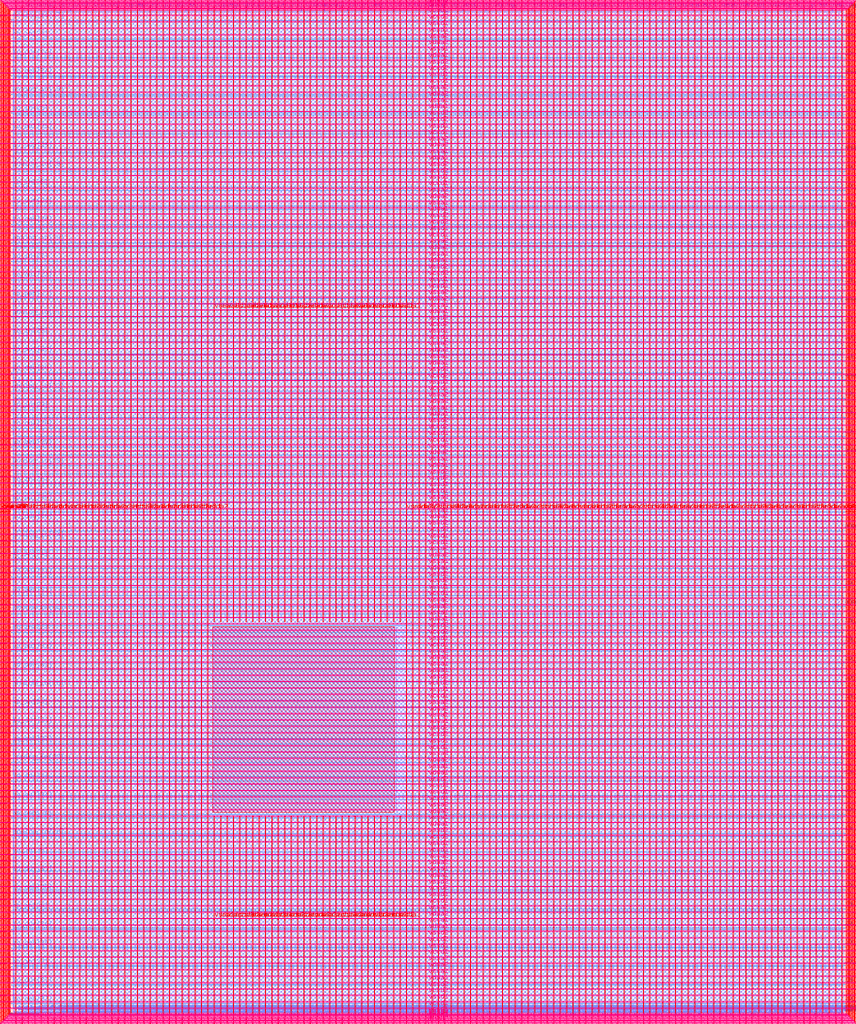
<source format=lef>
VERSION 5.7 ;
  NOWIREEXTENSIONATPIN ON ;
  DIVIDERCHAR "/" ;
  BUSBITCHARS "[]" ;
MACRO user_project_wrapper
  CLASS BLOCK ;
  FOREIGN user_project_wrapper ;
  ORIGIN 0.000 0.000 ;
  SIZE 2920.000 BY 3520.000 ;
  PIN analog_io[0]
    DIRECTION INOUT ;
    USE SIGNAL ;
    PORT
      LAYER met3 ;
        RECT 2917.600 1426.380 2924.800 1427.580 ;
    END
  END analog_io[0]
  PIN analog_io[10]
    DIRECTION INOUT ;
    USE SIGNAL ;
    PORT
      LAYER met2 ;
        RECT 2230.490 3517.600 2231.050 3524.800 ;
    END
  END analog_io[10]
  PIN analog_io[11]
    DIRECTION INOUT ;
    USE SIGNAL ;
    PORT
      LAYER met2 ;
        RECT 1905.730 3517.600 1906.290 3524.800 ;
    END
  END analog_io[11]
  PIN analog_io[12]
    DIRECTION INOUT ;
    USE SIGNAL ;
    PORT
      LAYER met2 ;
        RECT 1581.430 3517.600 1581.990 3524.800 ;
    END
  END analog_io[12]
  PIN analog_io[13]
    DIRECTION INOUT ;
    USE SIGNAL ;
    PORT
      LAYER met2 ;
        RECT 1257.130 3517.600 1257.690 3524.800 ;
    END
  END analog_io[13]
  PIN analog_io[14]
    DIRECTION INOUT ;
    USE SIGNAL ;
    PORT
      LAYER met2 ;
        RECT 932.370 3517.600 932.930 3524.800 ;
    END
  END analog_io[14]
  PIN analog_io[15]
    DIRECTION INOUT ;
    USE SIGNAL ;
    PORT
      LAYER met2 ;
        RECT 608.070 3517.600 608.630 3524.800 ;
    END
  END analog_io[15]
  PIN analog_io[16]
    DIRECTION INOUT ;
    USE SIGNAL ;
    PORT
      LAYER met2 ;
        RECT 283.770 3517.600 284.330 3524.800 ;
    END
  END analog_io[16]
  PIN analog_io[17]
    DIRECTION INOUT ;
    USE SIGNAL ;
    PORT
      LAYER met3 ;
        RECT -4.800 3486.100 2.400 3487.300 ;
    END
  END analog_io[17]
  PIN analog_io[18]
    DIRECTION INOUT ;
    USE SIGNAL ;
    PORT
      LAYER met3 ;
        RECT -4.800 3224.980 2.400 3226.180 ;
    END
  END analog_io[18]
  PIN analog_io[19]
    DIRECTION INOUT ;
    USE SIGNAL ;
    PORT
      LAYER met3 ;
        RECT -4.800 2964.540 2.400 2965.740 ;
    END
  END analog_io[19]
  PIN analog_io[1]
    DIRECTION INOUT ;
    USE SIGNAL ;
    PORT
      LAYER met3 ;
        RECT 2917.600 1692.260 2924.800 1693.460 ;
    END
  END analog_io[1]
  PIN analog_io[20]
    DIRECTION INOUT ;
    USE SIGNAL ;
    PORT
      LAYER met3 ;
        RECT -4.800 2703.420 2.400 2704.620 ;
    END
  END analog_io[20]
  PIN analog_io[21]
    DIRECTION INOUT ;
    USE SIGNAL ;
    PORT
      LAYER met3 ;
        RECT -4.800 2442.980 2.400 2444.180 ;
    END
  END analog_io[21]
  PIN analog_io[22]
    DIRECTION INOUT ;
    USE SIGNAL ;
    PORT
      LAYER met3 ;
        RECT -4.800 2182.540 2.400 2183.740 ;
    END
  END analog_io[22]
  PIN analog_io[23]
    DIRECTION INOUT ;
    USE SIGNAL ;
    PORT
      LAYER met3 ;
        RECT -4.800 1921.420 2.400 1922.620 ;
    END
  END analog_io[23]
  PIN analog_io[24]
    DIRECTION INOUT ;
    USE SIGNAL ;
    PORT
      LAYER met3 ;
        RECT -4.800 1660.980 2.400 1662.180 ;
    END
  END analog_io[24]
  PIN analog_io[25]
    DIRECTION INOUT ;
    USE SIGNAL ;
    PORT
      LAYER met3 ;
        RECT -4.800 1399.860 2.400 1401.060 ;
    END
  END analog_io[25]
  PIN analog_io[26]
    DIRECTION INOUT ;
    USE SIGNAL ;
    PORT
      LAYER met3 ;
        RECT -4.800 1139.420 2.400 1140.620 ;
    END
  END analog_io[26]
  PIN analog_io[27]
    DIRECTION INOUT ;
    USE SIGNAL ;
    PORT
      LAYER met3 ;
        RECT -4.800 878.980 2.400 880.180 ;
    END
  END analog_io[27]
  PIN analog_io[28]
    DIRECTION INOUT ;
    USE SIGNAL ;
    PORT
      LAYER met3 ;
        RECT -4.800 617.860 2.400 619.060 ;
    END
  END analog_io[28]
  PIN analog_io[2]
    DIRECTION INOUT ;
    USE SIGNAL ;
    PORT
      LAYER met3 ;
        RECT 2917.600 1958.140 2924.800 1959.340 ;
    END
  END analog_io[2]
  PIN analog_io[3]
    DIRECTION INOUT ;
    USE SIGNAL ;
    PORT
      LAYER met3 ;
        RECT 2917.600 2223.340 2924.800 2224.540 ;
    END
  END analog_io[3]
  PIN analog_io[4]
    DIRECTION INOUT ;
    USE SIGNAL ;
    PORT
      LAYER met3 ;
        RECT 2917.600 2489.220 2924.800 2490.420 ;
    END
  END analog_io[4]
  PIN analog_io[5]
    DIRECTION INOUT ;
    USE SIGNAL ;
    PORT
      LAYER met3 ;
        RECT 2917.600 2755.100 2924.800 2756.300 ;
    END
  END analog_io[5]
  PIN analog_io[6]
    DIRECTION INOUT ;
    USE SIGNAL ;
    PORT
      LAYER met3 ;
        RECT 2917.600 3020.300 2924.800 3021.500 ;
    END
  END analog_io[6]
  PIN analog_io[7]
    DIRECTION INOUT ;
    USE SIGNAL ;
    PORT
      LAYER met3 ;
        RECT 2917.600 3286.180 2924.800 3287.380 ;
    END
  END analog_io[7]
  PIN analog_io[8]
    DIRECTION INOUT ;
    USE SIGNAL ;
    PORT
      LAYER met2 ;
        RECT 2879.090 3517.600 2879.650 3524.800 ;
    END
  END analog_io[8]
  PIN analog_io[9]
    DIRECTION INOUT ;
    USE SIGNAL ;
    PORT
      LAYER met2 ;
        RECT 2554.790 3517.600 2555.350 3524.800 ;
    END
  END analog_io[9]
  PIN io_in[0]
    DIRECTION INPUT ;
    USE SIGNAL ;
    PORT
      LAYER met3 ;
        RECT 2917.600 32.380 2924.800 33.580 ;
    END
  END io_in[0]
  PIN io_in[10]
    DIRECTION INPUT ;
    USE SIGNAL ;
    PORT
      LAYER met3 ;
        RECT 2917.600 2289.980 2924.800 2291.180 ;
    END
  END io_in[10]
  PIN io_in[11]
    DIRECTION INPUT ;
    USE SIGNAL ;
    PORT
      LAYER met3 ;
        RECT 2917.600 2555.860 2924.800 2557.060 ;
    END
  END io_in[11]
  PIN io_in[12]
    DIRECTION INPUT ;
    USE SIGNAL ;
    PORT
      LAYER met3 ;
        RECT 2917.600 2821.060 2924.800 2822.260 ;
    END
  END io_in[12]
  PIN io_in[13]
    DIRECTION INPUT ;
    USE SIGNAL ;
    PORT
      LAYER met3 ;
        RECT 2917.600 3086.940 2924.800 3088.140 ;
    END
  END io_in[13]
  PIN io_in[14]
    DIRECTION INPUT ;
    USE SIGNAL ;
    PORT
      LAYER met3 ;
        RECT 2917.600 3352.820 2924.800 3354.020 ;
    END
  END io_in[14]
  PIN io_in[15]
    DIRECTION INPUT ;
    USE SIGNAL ;
    PORT
      LAYER met2 ;
        RECT 2798.130 3517.600 2798.690 3524.800 ;
    END
  END io_in[15]
  PIN io_in[16]
    DIRECTION INPUT ;
    USE SIGNAL ;
    PORT
      LAYER met2 ;
        RECT 2473.830 3517.600 2474.390 3524.800 ;
    END
  END io_in[16]
  PIN io_in[17]
    DIRECTION INPUT ;
    USE SIGNAL ;
    PORT
      LAYER met2 ;
        RECT 2149.070 3517.600 2149.630 3524.800 ;
    END
  END io_in[17]
  PIN io_in[18]
    DIRECTION INPUT ;
    USE SIGNAL ;
    PORT
      LAYER met2 ;
        RECT 1824.770 3517.600 1825.330 3524.800 ;
    END
  END io_in[18]
  PIN io_in[19]
    DIRECTION INPUT ;
    USE SIGNAL ;
    PORT
      LAYER met2 ;
        RECT 1500.470 3517.600 1501.030 3524.800 ;
    END
  END io_in[19]
  PIN io_in[1]
    DIRECTION INPUT ;
    USE SIGNAL ;
    PORT
      LAYER met3 ;
        RECT 2917.600 230.940 2924.800 232.140 ;
    END
  END io_in[1]
  PIN io_in[20]
    DIRECTION INPUT ;
    USE SIGNAL ;
    PORT
      LAYER met2 ;
        RECT 1175.710 3517.600 1176.270 3524.800 ;
    END
  END io_in[20]
  PIN io_in[21]
    DIRECTION INPUT ;
    USE SIGNAL ;
    PORT
      LAYER met2 ;
        RECT 851.410 3517.600 851.970 3524.800 ;
    END
  END io_in[21]
  PIN io_in[22]
    DIRECTION INPUT ;
    USE SIGNAL ;
    PORT
      LAYER met2 ;
        RECT 527.110 3517.600 527.670 3524.800 ;
    END
  END io_in[22]
  PIN io_in[23]
    DIRECTION INPUT ;
    USE SIGNAL ;
    PORT
      LAYER met2 ;
        RECT 202.350 3517.600 202.910 3524.800 ;
    END
  END io_in[23]
  PIN io_in[24]
    DIRECTION INPUT ;
    USE SIGNAL ;
    PORT
      LAYER met3 ;
        RECT -4.800 3420.820 2.400 3422.020 ;
    END
  END io_in[24]
  PIN io_in[25]
    DIRECTION INPUT ;
    USE SIGNAL ;
    PORT
      LAYER met3 ;
        RECT -4.800 3159.700 2.400 3160.900 ;
    END
  END io_in[25]
  PIN io_in[26]
    DIRECTION INPUT ;
    USE SIGNAL ;
    PORT
      LAYER met3 ;
        RECT -4.800 2899.260 2.400 2900.460 ;
    END
  END io_in[26]
  PIN io_in[27]
    DIRECTION INPUT ;
    USE SIGNAL ;
    PORT
      LAYER met3 ;
        RECT -4.800 2638.820 2.400 2640.020 ;
    END
  END io_in[27]
  PIN io_in[28]
    DIRECTION INPUT ;
    USE SIGNAL ;
    PORT
      LAYER met3 ;
        RECT -4.800 2377.700 2.400 2378.900 ;
    END
  END io_in[28]
  PIN io_in[29]
    DIRECTION INPUT ;
    USE SIGNAL ;
    PORT
      LAYER met3 ;
        RECT -4.800 2117.260 2.400 2118.460 ;
    END
  END io_in[29]
  PIN io_in[2]
    DIRECTION INPUT ;
    USE SIGNAL ;
    PORT
      LAYER met3 ;
        RECT 2917.600 430.180 2924.800 431.380 ;
    END
  END io_in[2]
  PIN io_in[30]
    DIRECTION INPUT ;
    USE SIGNAL ;
    PORT
      LAYER met3 ;
        RECT -4.800 1856.140 2.400 1857.340 ;
    END
  END io_in[30]
  PIN io_in[31]
    DIRECTION INPUT ;
    USE SIGNAL ;
    PORT
      LAYER met3 ;
        RECT -4.800 1595.700 2.400 1596.900 ;
    END
  END io_in[31]
  PIN io_in[32]
    DIRECTION INPUT ;
    USE SIGNAL ;
    PORT
      LAYER met3 ;
        RECT -4.800 1335.260 2.400 1336.460 ;
    END
  END io_in[32]
  PIN io_in[33]
    DIRECTION INPUT ;
    USE SIGNAL ;
    PORT
      LAYER met3 ;
        RECT -4.800 1074.140 2.400 1075.340 ;
    END
  END io_in[33]
  PIN io_in[34]
    DIRECTION INPUT ;
    USE SIGNAL ;
    PORT
      LAYER met3 ;
        RECT -4.800 813.700 2.400 814.900 ;
    END
  END io_in[34]
  PIN io_in[35]
    DIRECTION INPUT ;
    USE SIGNAL ;
    PORT
      LAYER met3 ;
        RECT -4.800 552.580 2.400 553.780 ;
    END
  END io_in[35]
  PIN io_in[36]
    DIRECTION INPUT ;
    USE SIGNAL ;
    PORT
      LAYER met3 ;
        RECT -4.800 357.420 2.400 358.620 ;
    END
  END io_in[36]
  PIN io_in[37]
    DIRECTION INPUT ;
    USE SIGNAL ;
    PORT
      LAYER met3 ;
        RECT -4.800 161.580 2.400 162.780 ;
    END
  END io_in[37]
  PIN io_in[3]
    DIRECTION INPUT ;
    USE SIGNAL ;
    PORT
      LAYER met3 ;
        RECT 2917.600 629.420 2924.800 630.620 ;
    END
  END io_in[3]
  PIN io_in[4]
    DIRECTION INPUT ;
    USE SIGNAL ;
    PORT
      LAYER met3 ;
        RECT 2917.600 828.660 2924.800 829.860 ;
    END
  END io_in[4]
  PIN io_in[5]
    DIRECTION INPUT ;
    USE SIGNAL ;
    PORT
      LAYER met3 ;
        RECT 2917.600 1027.900 2924.800 1029.100 ;
    END
  END io_in[5]
  PIN io_in[6]
    DIRECTION INPUT ;
    USE SIGNAL ;
    PORT
      LAYER met3 ;
        RECT 2917.600 1227.140 2924.800 1228.340 ;
    END
  END io_in[6]
  PIN io_in[7]
    DIRECTION INPUT ;
    USE SIGNAL ;
    PORT
      LAYER met3 ;
        RECT 2917.600 1493.020 2924.800 1494.220 ;
    END
  END io_in[7]
  PIN io_in[8]
    DIRECTION INPUT ;
    USE SIGNAL ;
    PORT
      LAYER met3 ;
        RECT 2917.600 1758.900 2924.800 1760.100 ;
    END
  END io_in[8]
  PIN io_in[9]
    DIRECTION INPUT ;
    USE SIGNAL ;
    PORT
      LAYER met3 ;
        RECT 2917.600 2024.100 2924.800 2025.300 ;
    END
  END io_in[9]
  PIN io_oeb[0]
    DIRECTION OUTPUT TRISTATE ;
    USE SIGNAL ;
    PORT
      LAYER met3 ;
        RECT 2917.600 164.980 2924.800 166.180 ;
    END
  END io_oeb[0]
  PIN io_oeb[10]
    DIRECTION OUTPUT TRISTATE ;
    USE SIGNAL ;
    PORT
      LAYER met3 ;
        RECT 2917.600 2422.580 2924.800 2423.780 ;
    END
  END io_oeb[10]
  PIN io_oeb[11]
    DIRECTION OUTPUT TRISTATE ;
    USE SIGNAL ;
    PORT
      LAYER met3 ;
        RECT 2917.600 2688.460 2924.800 2689.660 ;
    END
  END io_oeb[11]
  PIN io_oeb[12]
    DIRECTION OUTPUT TRISTATE ;
    USE SIGNAL ;
    PORT
      LAYER met3 ;
        RECT 2917.600 2954.340 2924.800 2955.540 ;
    END
  END io_oeb[12]
  PIN io_oeb[13]
    DIRECTION OUTPUT TRISTATE ;
    USE SIGNAL ;
    PORT
      LAYER met3 ;
        RECT 2917.600 3219.540 2924.800 3220.740 ;
    END
  END io_oeb[13]
  PIN io_oeb[14]
    DIRECTION OUTPUT TRISTATE ;
    USE SIGNAL ;
    PORT
      LAYER met3 ;
        RECT 2917.600 3485.420 2924.800 3486.620 ;
    END
  END io_oeb[14]
  PIN io_oeb[15]
    DIRECTION OUTPUT TRISTATE ;
    USE SIGNAL ;
    PORT
      LAYER met2 ;
        RECT 2635.750 3517.600 2636.310 3524.800 ;
    END
  END io_oeb[15]
  PIN io_oeb[16]
    DIRECTION OUTPUT TRISTATE ;
    USE SIGNAL ;
    PORT
      LAYER met2 ;
        RECT 2311.450 3517.600 2312.010 3524.800 ;
    END
  END io_oeb[16]
  PIN io_oeb[17]
    DIRECTION OUTPUT TRISTATE ;
    USE SIGNAL ;
    PORT
      LAYER met2 ;
        RECT 1987.150 3517.600 1987.710 3524.800 ;
    END
  END io_oeb[17]
  PIN io_oeb[18]
    DIRECTION OUTPUT TRISTATE ;
    USE SIGNAL ;
    PORT
      LAYER met2 ;
        RECT 1662.390 3517.600 1662.950 3524.800 ;
    END
  END io_oeb[18]
  PIN io_oeb[19]
    DIRECTION OUTPUT TRISTATE ;
    USE SIGNAL ;
    PORT
      LAYER met2 ;
        RECT 1338.090 3517.600 1338.650 3524.800 ;
    END
  END io_oeb[19]
  PIN io_oeb[1]
    DIRECTION OUTPUT TRISTATE ;
    USE SIGNAL ;
    PORT
      LAYER met3 ;
        RECT 2917.600 364.220 2924.800 365.420 ;
    END
  END io_oeb[1]
  PIN io_oeb[20]
    DIRECTION OUTPUT TRISTATE ;
    USE SIGNAL ;
    PORT
      LAYER met2 ;
        RECT 1013.790 3517.600 1014.350 3524.800 ;
    END
  END io_oeb[20]
  PIN io_oeb[21]
    DIRECTION OUTPUT TRISTATE ;
    USE SIGNAL ;
    PORT
      LAYER met2 ;
        RECT 689.030 3517.600 689.590 3524.800 ;
    END
  END io_oeb[21]
  PIN io_oeb[22]
    DIRECTION OUTPUT TRISTATE ;
    USE SIGNAL ;
    PORT
      LAYER met2 ;
        RECT 364.730 3517.600 365.290 3524.800 ;
    END
  END io_oeb[22]
  PIN io_oeb[23]
    DIRECTION OUTPUT TRISTATE ;
    USE SIGNAL ;
    PORT
      LAYER met2 ;
        RECT 40.430 3517.600 40.990 3524.800 ;
    END
  END io_oeb[23]
  PIN io_oeb[24]
    DIRECTION OUTPUT TRISTATE ;
    USE SIGNAL ;
    PORT
      LAYER met3 ;
        RECT -4.800 3290.260 2.400 3291.460 ;
    END
  END io_oeb[24]
  PIN io_oeb[25]
    DIRECTION OUTPUT TRISTATE ;
    USE SIGNAL ;
    PORT
      LAYER met3 ;
        RECT -4.800 3029.820 2.400 3031.020 ;
    END
  END io_oeb[25]
  PIN io_oeb[26]
    DIRECTION OUTPUT TRISTATE ;
    USE SIGNAL ;
    PORT
      LAYER met3 ;
        RECT -4.800 2768.700 2.400 2769.900 ;
    END
  END io_oeb[26]
  PIN io_oeb[27]
    DIRECTION OUTPUT TRISTATE ;
    USE SIGNAL ;
    PORT
      LAYER met3 ;
        RECT -4.800 2508.260 2.400 2509.460 ;
    END
  END io_oeb[27]
  PIN io_oeb[28]
    DIRECTION OUTPUT TRISTATE ;
    USE SIGNAL ;
    PORT
      LAYER met3 ;
        RECT -4.800 2247.140 2.400 2248.340 ;
    END
  END io_oeb[28]
  PIN io_oeb[29]
    DIRECTION OUTPUT TRISTATE ;
    USE SIGNAL ;
    PORT
      LAYER met3 ;
        RECT -4.800 1986.700 2.400 1987.900 ;
    END
  END io_oeb[29]
  PIN io_oeb[2]
    DIRECTION OUTPUT TRISTATE ;
    USE SIGNAL ;
    PORT
      LAYER met3 ;
        RECT 2917.600 563.460 2924.800 564.660 ;
    END
  END io_oeb[2]
  PIN io_oeb[30]
    DIRECTION OUTPUT TRISTATE ;
    USE SIGNAL ;
    PORT
      LAYER met3 ;
        RECT -4.800 1726.260 2.400 1727.460 ;
    END
  END io_oeb[30]
  PIN io_oeb[31]
    DIRECTION OUTPUT TRISTATE ;
    USE SIGNAL ;
    PORT
      LAYER met3 ;
        RECT -4.800 1465.140 2.400 1466.340 ;
    END
  END io_oeb[31]
  PIN io_oeb[32]
    DIRECTION OUTPUT TRISTATE ;
    USE SIGNAL ;
    PORT
      LAYER met3 ;
        RECT -4.800 1204.700 2.400 1205.900 ;
    END
  END io_oeb[32]
  PIN io_oeb[33]
    DIRECTION OUTPUT TRISTATE ;
    USE SIGNAL ;
    PORT
      LAYER met3 ;
        RECT -4.800 943.580 2.400 944.780 ;
    END
  END io_oeb[33]
  PIN io_oeb[34]
    DIRECTION OUTPUT TRISTATE ;
    USE SIGNAL ;
    PORT
      LAYER met3 ;
        RECT -4.800 683.140 2.400 684.340 ;
    END
  END io_oeb[34]
  PIN io_oeb[35]
    DIRECTION OUTPUT TRISTATE ;
    USE SIGNAL ;
    PORT
      LAYER met3 ;
        RECT -4.800 422.700 2.400 423.900 ;
    END
  END io_oeb[35]
  PIN io_oeb[36]
    DIRECTION OUTPUT TRISTATE ;
    USE SIGNAL ;
    PORT
      LAYER met3 ;
        RECT -4.800 226.860 2.400 228.060 ;
    END
  END io_oeb[36]
  PIN io_oeb[37]
    DIRECTION OUTPUT TRISTATE ;
    USE SIGNAL ;
    PORT
      LAYER met3 ;
        RECT -4.800 31.700 2.400 32.900 ;
    END
  END io_oeb[37]
  PIN io_oeb[3]
    DIRECTION OUTPUT TRISTATE ;
    USE SIGNAL ;
    PORT
      LAYER met3 ;
        RECT 2917.600 762.700 2924.800 763.900 ;
    END
  END io_oeb[3]
  PIN io_oeb[4]
    DIRECTION OUTPUT TRISTATE ;
    USE SIGNAL ;
    PORT
      LAYER met3 ;
        RECT 2917.600 961.940 2924.800 963.140 ;
    END
  END io_oeb[4]
  PIN io_oeb[5]
    DIRECTION OUTPUT TRISTATE ;
    USE SIGNAL ;
    PORT
      LAYER met3 ;
        RECT 2917.600 1161.180 2924.800 1162.380 ;
    END
  END io_oeb[5]
  PIN io_oeb[6]
    DIRECTION OUTPUT TRISTATE ;
    USE SIGNAL ;
    PORT
      LAYER met3 ;
        RECT 2917.600 1360.420 2924.800 1361.620 ;
    END
  END io_oeb[6]
  PIN io_oeb[7]
    DIRECTION OUTPUT TRISTATE ;
    USE SIGNAL ;
    PORT
      LAYER met3 ;
        RECT 2917.600 1625.620 2924.800 1626.820 ;
    END
  END io_oeb[7]
  PIN io_oeb[8]
    DIRECTION OUTPUT TRISTATE ;
    USE SIGNAL ;
    PORT
      LAYER met3 ;
        RECT 2917.600 1891.500 2924.800 1892.700 ;
    END
  END io_oeb[8]
  PIN io_oeb[9]
    DIRECTION OUTPUT TRISTATE ;
    USE SIGNAL ;
    PORT
      LAYER met3 ;
        RECT 2917.600 2157.380 2924.800 2158.580 ;
    END
  END io_oeb[9]
  PIN io_out[0]
    DIRECTION OUTPUT TRISTATE ;
    USE SIGNAL ;
    PORT
      LAYER met3 ;
        RECT 2917.600 98.340 2924.800 99.540 ;
    END
  END io_out[0]
  PIN io_out[10]
    DIRECTION OUTPUT TRISTATE ;
    USE SIGNAL ;
    PORT
      LAYER met3 ;
        RECT 2917.600 2356.620 2924.800 2357.820 ;
    END
  END io_out[10]
  PIN io_out[11]
    DIRECTION OUTPUT TRISTATE ;
    USE SIGNAL ;
    PORT
      LAYER met3 ;
        RECT 2917.600 2621.820 2924.800 2623.020 ;
    END
  END io_out[11]
  PIN io_out[12]
    DIRECTION OUTPUT TRISTATE ;
    USE SIGNAL ;
    PORT
      LAYER met3 ;
        RECT 2917.600 2887.700 2924.800 2888.900 ;
    END
  END io_out[12]
  PIN io_out[13]
    DIRECTION OUTPUT TRISTATE ;
    USE SIGNAL ;
    PORT
      LAYER met3 ;
        RECT 2917.600 3153.580 2924.800 3154.780 ;
    END
  END io_out[13]
  PIN io_out[14]
    DIRECTION OUTPUT TRISTATE ;
    USE SIGNAL ;
    PORT
      LAYER met3 ;
        RECT 2917.600 3418.780 2924.800 3419.980 ;
    END
  END io_out[14]
  PIN io_out[15]
    DIRECTION OUTPUT TRISTATE ;
    USE SIGNAL ;
    PORT
      LAYER met2 ;
        RECT 2717.170 3517.600 2717.730 3524.800 ;
    END
  END io_out[15]
  PIN io_out[16]
    DIRECTION OUTPUT TRISTATE ;
    USE SIGNAL ;
    PORT
      LAYER met2 ;
        RECT 2392.410 3517.600 2392.970 3524.800 ;
    END
  END io_out[16]
  PIN io_out[17]
    DIRECTION OUTPUT TRISTATE ;
    USE SIGNAL ;
    PORT
      LAYER met2 ;
        RECT 2068.110 3517.600 2068.670 3524.800 ;
    END
  END io_out[17]
  PIN io_out[18]
    DIRECTION OUTPUT TRISTATE ;
    USE SIGNAL ;
    PORT
      LAYER met2 ;
        RECT 1743.810 3517.600 1744.370 3524.800 ;
    END
  END io_out[18]
  PIN io_out[19]
    DIRECTION OUTPUT TRISTATE ;
    USE SIGNAL ;
    PORT
      LAYER met2 ;
        RECT 1419.050 3517.600 1419.610 3524.800 ;
    END
  END io_out[19]
  PIN io_out[1]
    DIRECTION OUTPUT TRISTATE ;
    USE SIGNAL ;
    PORT
      LAYER met3 ;
        RECT 2917.600 297.580 2924.800 298.780 ;
    END
  END io_out[1]
  PIN io_out[20]
    DIRECTION OUTPUT TRISTATE ;
    USE SIGNAL ;
    PORT
      LAYER met2 ;
        RECT 1094.750 3517.600 1095.310 3524.800 ;
    END
  END io_out[20]
  PIN io_out[21]
    DIRECTION OUTPUT TRISTATE ;
    USE SIGNAL ;
    PORT
      LAYER met2 ;
        RECT 770.450 3517.600 771.010 3524.800 ;
    END
  END io_out[21]
  PIN io_out[22]
    DIRECTION OUTPUT TRISTATE ;
    USE SIGNAL ;
    PORT
      LAYER met2 ;
        RECT 445.690 3517.600 446.250 3524.800 ;
    END
  END io_out[22]
  PIN io_out[23]
    DIRECTION OUTPUT TRISTATE ;
    USE SIGNAL ;
    PORT
      LAYER met2 ;
        RECT 121.390 3517.600 121.950 3524.800 ;
    END
  END io_out[23]
  PIN io_out[24]
    DIRECTION OUTPUT TRISTATE ;
    USE SIGNAL ;
    PORT
      LAYER met3 ;
        RECT -4.800 3355.540 2.400 3356.740 ;
    END
  END io_out[24]
  PIN io_out[25]
    DIRECTION OUTPUT TRISTATE ;
    USE SIGNAL ;
    PORT
      LAYER met3 ;
        RECT -4.800 3095.100 2.400 3096.300 ;
    END
  END io_out[25]
  PIN io_out[26]
    DIRECTION OUTPUT TRISTATE ;
    USE SIGNAL ;
    PORT
      LAYER met3 ;
        RECT -4.800 2833.980 2.400 2835.180 ;
    END
  END io_out[26]
  PIN io_out[27]
    DIRECTION OUTPUT TRISTATE ;
    USE SIGNAL ;
    PORT
      LAYER met3 ;
        RECT -4.800 2573.540 2.400 2574.740 ;
    END
  END io_out[27]
  PIN io_out[28]
    DIRECTION OUTPUT TRISTATE ;
    USE SIGNAL ;
    PORT
      LAYER met3 ;
        RECT -4.800 2312.420 2.400 2313.620 ;
    END
  END io_out[28]
  PIN io_out[29]
    DIRECTION OUTPUT TRISTATE ;
    USE SIGNAL ;
    PORT
      LAYER met3 ;
        RECT -4.800 2051.980 2.400 2053.180 ;
    END
  END io_out[29]
  PIN io_out[2]
    DIRECTION OUTPUT TRISTATE ;
    USE SIGNAL ;
    PORT
      LAYER met3 ;
        RECT 2917.600 496.820 2924.800 498.020 ;
    END
  END io_out[2]
  PIN io_out[30]
    DIRECTION OUTPUT TRISTATE ;
    USE SIGNAL ;
    PORT
      LAYER met3 ;
        RECT -4.800 1791.540 2.400 1792.740 ;
    END
  END io_out[30]
  PIN io_out[31]
    DIRECTION OUTPUT TRISTATE ;
    USE SIGNAL ;
    PORT
      LAYER met3 ;
        RECT -4.800 1530.420 2.400 1531.620 ;
    END
  END io_out[31]
  PIN io_out[32]
    DIRECTION OUTPUT TRISTATE ;
    USE SIGNAL ;
    PORT
      LAYER met3 ;
        RECT -4.800 1269.980 2.400 1271.180 ;
    END
  END io_out[32]
  PIN io_out[33]
    DIRECTION OUTPUT TRISTATE ;
    USE SIGNAL ;
    PORT
      LAYER met3 ;
        RECT -4.800 1008.860 2.400 1010.060 ;
    END
  END io_out[33]
  PIN io_out[34]
    DIRECTION OUTPUT TRISTATE ;
    USE SIGNAL ;
    PORT
      LAYER met3 ;
        RECT -4.800 748.420 2.400 749.620 ;
    END
  END io_out[34]
  PIN io_out[35]
    DIRECTION OUTPUT TRISTATE ;
    USE SIGNAL ;
    PORT
      LAYER met3 ;
        RECT -4.800 487.300 2.400 488.500 ;
    END
  END io_out[35]
  PIN io_out[36]
    DIRECTION OUTPUT TRISTATE ;
    USE SIGNAL ;
    PORT
      LAYER met3 ;
        RECT -4.800 292.140 2.400 293.340 ;
    END
  END io_out[36]
  PIN io_out[37]
    DIRECTION OUTPUT TRISTATE ;
    USE SIGNAL ;
    PORT
      LAYER met3 ;
        RECT -4.800 96.300 2.400 97.500 ;
    END
  END io_out[37]
  PIN io_out[3]
    DIRECTION OUTPUT TRISTATE ;
    USE SIGNAL ;
    PORT
      LAYER met3 ;
        RECT 2917.600 696.060 2924.800 697.260 ;
    END
  END io_out[3]
  PIN io_out[4]
    DIRECTION OUTPUT TRISTATE ;
    USE SIGNAL ;
    PORT
      LAYER met3 ;
        RECT 2917.600 895.300 2924.800 896.500 ;
    END
  END io_out[4]
  PIN io_out[5]
    DIRECTION OUTPUT TRISTATE ;
    USE SIGNAL ;
    PORT
      LAYER met3 ;
        RECT 2917.600 1094.540 2924.800 1095.740 ;
    END
  END io_out[5]
  PIN io_out[6]
    DIRECTION OUTPUT TRISTATE ;
    USE SIGNAL ;
    PORT
      LAYER met3 ;
        RECT 2917.600 1293.780 2924.800 1294.980 ;
    END
  END io_out[6]
  PIN io_out[7]
    DIRECTION OUTPUT TRISTATE ;
    USE SIGNAL ;
    PORT
      LAYER met3 ;
        RECT 2917.600 1559.660 2924.800 1560.860 ;
    END
  END io_out[7]
  PIN io_out[8]
    DIRECTION OUTPUT TRISTATE ;
    USE SIGNAL ;
    PORT
      LAYER met3 ;
        RECT 2917.600 1824.860 2924.800 1826.060 ;
    END
  END io_out[8]
  PIN io_out[9]
    DIRECTION OUTPUT TRISTATE ;
    USE SIGNAL ;
    PORT
      LAYER met3 ;
        RECT 2917.600 2090.740 2924.800 2091.940 ;
    END
  END io_out[9]
  PIN la_data_in[0]
    DIRECTION INPUT ;
    USE SIGNAL ;
    PORT
      LAYER met2 ;
        RECT 629.230 -4.800 629.790 2.400 ;
    END
  END la_data_in[0]
  PIN la_data_in[100]
    DIRECTION INPUT ;
    USE SIGNAL ;
    PORT
      LAYER met2 ;
        RECT 2402.530 -4.800 2403.090 2.400 ;
    END
  END la_data_in[100]
  PIN la_data_in[101]
    DIRECTION INPUT ;
    USE SIGNAL ;
    PORT
      LAYER met2 ;
        RECT 2420.010 -4.800 2420.570 2.400 ;
    END
  END la_data_in[101]
  PIN la_data_in[102]
    DIRECTION INPUT ;
    USE SIGNAL ;
    PORT
      LAYER met2 ;
        RECT 2437.950 -4.800 2438.510 2.400 ;
    END
  END la_data_in[102]
  PIN la_data_in[103]
    DIRECTION INPUT ;
    USE SIGNAL ;
    PORT
      LAYER met2 ;
        RECT 2455.430 -4.800 2455.990 2.400 ;
    END
  END la_data_in[103]
  PIN la_data_in[104]
    DIRECTION INPUT ;
    USE SIGNAL ;
    PORT
      LAYER met2 ;
        RECT 2473.370 -4.800 2473.930 2.400 ;
    END
  END la_data_in[104]
  PIN la_data_in[105]
    DIRECTION INPUT ;
    USE SIGNAL ;
    PORT
      LAYER met2 ;
        RECT 2490.850 -4.800 2491.410 2.400 ;
    END
  END la_data_in[105]
  PIN la_data_in[106]
    DIRECTION INPUT ;
    USE SIGNAL ;
    PORT
      LAYER met2 ;
        RECT 2508.790 -4.800 2509.350 2.400 ;
    END
  END la_data_in[106]
  PIN la_data_in[107]
    DIRECTION INPUT ;
    USE SIGNAL ;
    PORT
      LAYER met2 ;
        RECT 2526.730 -4.800 2527.290 2.400 ;
    END
  END la_data_in[107]
  PIN la_data_in[108]
    DIRECTION INPUT ;
    USE SIGNAL ;
    PORT
      LAYER met2 ;
        RECT 2544.210 -4.800 2544.770 2.400 ;
    END
  END la_data_in[108]
  PIN la_data_in[109]
    DIRECTION INPUT ;
    USE SIGNAL ;
    PORT
      LAYER met2 ;
        RECT 2562.150 -4.800 2562.710 2.400 ;
    END
  END la_data_in[109]
  PIN la_data_in[10]
    DIRECTION INPUT ;
    USE SIGNAL ;
    PORT
      LAYER met2 ;
        RECT 806.330 -4.800 806.890 2.400 ;
    END
  END la_data_in[10]
  PIN la_data_in[110]
    DIRECTION INPUT ;
    USE SIGNAL ;
    PORT
      LAYER met2 ;
        RECT 2579.630 -4.800 2580.190 2.400 ;
    END
  END la_data_in[110]
  PIN la_data_in[111]
    DIRECTION INPUT ;
    USE SIGNAL ;
    PORT
      LAYER met2 ;
        RECT 2597.570 -4.800 2598.130 2.400 ;
    END
  END la_data_in[111]
  PIN la_data_in[112]
    DIRECTION INPUT ;
    USE SIGNAL ;
    PORT
      LAYER met2 ;
        RECT 2615.050 -4.800 2615.610 2.400 ;
    END
  END la_data_in[112]
  PIN la_data_in[113]
    DIRECTION INPUT ;
    USE SIGNAL ;
    PORT
      LAYER met2 ;
        RECT 2632.990 -4.800 2633.550 2.400 ;
    END
  END la_data_in[113]
  PIN la_data_in[114]
    DIRECTION INPUT ;
    USE SIGNAL ;
    PORT
      LAYER met2 ;
        RECT 2650.470 -4.800 2651.030 2.400 ;
    END
  END la_data_in[114]
  PIN la_data_in[115]
    DIRECTION INPUT ;
    USE SIGNAL ;
    PORT
      LAYER met2 ;
        RECT 2668.410 -4.800 2668.970 2.400 ;
    END
  END la_data_in[115]
  PIN la_data_in[116]
    DIRECTION INPUT ;
    USE SIGNAL ;
    PORT
      LAYER met2 ;
        RECT 2685.890 -4.800 2686.450 2.400 ;
    END
  END la_data_in[116]
  PIN la_data_in[117]
    DIRECTION INPUT ;
    USE SIGNAL ;
    PORT
      LAYER met2 ;
        RECT 2703.830 -4.800 2704.390 2.400 ;
    END
  END la_data_in[117]
  PIN la_data_in[118]
    DIRECTION INPUT ;
    USE SIGNAL ;
    PORT
      LAYER met2 ;
        RECT 2721.770 -4.800 2722.330 2.400 ;
    END
  END la_data_in[118]
  PIN la_data_in[119]
    DIRECTION INPUT ;
    USE SIGNAL ;
    PORT
      LAYER met2 ;
        RECT 2739.250 -4.800 2739.810 2.400 ;
    END
  END la_data_in[119]
  PIN la_data_in[11]
    DIRECTION INPUT ;
    USE SIGNAL ;
    PORT
      LAYER met2 ;
        RECT 824.270 -4.800 824.830 2.400 ;
    END
  END la_data_in[11]
  PIN la_data_in[120]
    DIRECTION INPUT ;
    USE SIGNAL ;
    PORT
      LAYER met2 ;
        RECT 2757.190 -4.800 2757.750 2.400 ;
    END
  END la_data_in[120]
  PIN la_data_in[121]
    DIRECTION INPUT ;
    USE SIGNAL ;
    PORT
      LAYER met2 ;
        RECT 2774.670 -4.800 2775.230 2.400 ;
    END
  END la_data_in[121]
  PIN la_data_in[122]
    DIRECTION INPUT ;
    USE SIGNAL ;
    PORT
      LAYER met2 ;
        RECT 2792.610 -4.800 2793.170 2.400 ;
    END
  END la_data_in[122]
  PIN la_data_in[123]
    DIRECTION INPUT ;
    USE SIGNAL ;
    PORT
      LAYER met2 ;
        RECT 2810.090 -4.800 2810.650 2.400 ;
    END
  END la_data_in[123]
  PIN la_data_in[124]
    DIRECTION INPUT ;
    USE SIGNAL ;
    PORT
      LAYER met2 ;
        RECT 2828.030 -4.800 2828.590 2.400 ;
    END
  END la_data_in[124]
  PIN la_data_in[125]
    DIRECTION INPUT ;
    USE SIGNAL ;
    PORT
      LAYER met2 ;
        RECT 2845.510 -4.800 2846.070 2.400 ;
    END
  END la_data_in[125]
  PIN la_data_in[126]
    DIRECTION INPUT ;
    USE SIGNAL ;
    PORT
      LAYER met2 ;
        RECT 2863.450 -4.800 2864.010 2.400 ;
    END
  END la_data_in[126]
  PIN la_data_in[127]
    DIRECTION INPUT ;
    USE SIGNAL ;
    PORT
      LAYER met2 ;
        RECT 2881.390 -4.800 2881.950 2.400 ;
    END
  END la_data_in[127]
  PIN la_data_in[12]
    DIRECTION INPUT ;
    USE SIGNAL ;
    PORT
      LAYER met2 ;
        RECT 841.750 -4.800 842.310 2.400 ;
    END
  END la_data_in[12]
  PIN la_data_in[13]
    DIRECTION INPUT ;
    USE SIGNAL ;
    PORT
      LAYER met2 ;
        RECT 859.690 -4.800 860.250 2.400 ;
    END
  END la_data_in[13]
  PIN la_data_in[14]
    DIRECTION INPUT ;
    USE SIGNAL ;
    PORT
      LAYER met2 ;
        RECT 877.170 -4.800 877.730 2.400 ;
    END
  END la_data_in[14]
  PIN la_data_in[15]
    DIRECTION INPUT ;
    USE SIGNAL ;
    PORT
      LAYER met2 ;
        RECT 895.110 -4.800 895.670 2.400 ;
    END
  END la_data_in[15]
  PIN la_data_in[16]
    DIRECTION INPUT ;
    USE SIGNAL ;
    PORT
      LAYER met2 ;
        RECT 912.590 -4.800 913.150 2.400 ;
    END
  END la_data_in[16]
  PIN la_data_in[17]
    DIRECTION INPUT ;
    USE SIGNAL ;
    PORT
      LAYER met2 ;
        RECT 930.530 -4.800 931.090 2.400 ;
    END
  END la_data_in[17]
  PIN la_data_in[18]
    DIRECTION INPUT ;
    USE SIGNAL ;
    PORT
      LAYER met2 ;
        RECT 948.470 -4.800 949.030 2.400 ;
    END
  END la_data_in[18]
  PIN la_data_in[19]
    DIRECTION INPUT ;
    USE SIGNAL ;
    PORT
      LAYER met2 ;
        RECT 965.950 -4.800 966.510 2.400 ;
    END
  END la_data_in[19]
  PIN la_data_in[1]
    DIRECTION INPUT ;
    USE SIGNAL ;
    PORT
      LAYER met2 ;
        RECT 646.710 -4.800 647.270 2.400 ;
    END
  END la_data_in[1]
  PIN la_data_in[20]
    DIRECTION INPUT ;
    USE SIGNAL ;
    PORT
      LAYER met2 ;
        RECT 983.890 -4.800 984.450 2.400 ;
    END
  END la_data_in[20]
  PIN la_data_in[21]
    DIRECTION INPUT ;
    USE SIGNAL ;
    PORT
      LAYER met2 ;
        RECT 1001.370 -4.800 1001.930 2.400 ;
    END
  END la_data_in[21]
  PIN la_data_in[22]
    DIRECTION INPUT ;
    USE SIGNAL ;
    PORT
      LAYER met2 ;
        RECT 1019.310 -4.800 1019.870 2.400 ;
    END
  END la_data_in[22]
  PIN la_data_in[23]
    DIRECTION INPUT ;
    USE SIGNAL ;
    PORT
      LAYER met2 ;
        RECT 1036.790 -4.800 1037.350 2.400 ;
    END
  END la_data_in[23]
  PIN la_data_in[24]
    DIRECTION INPUT ;
    USE SIGNAL ;
    PORT
      LAYER met2 ;
        RECT 1054.730 -4.800 1055.290 2.400 ;
    END
  END la_data_in[24]
  PIN la_data_in[25]
    DIRECTION INPUT ;
    USE SIGNAL ;
    PORT
      LAYER met2 ;
        RECT 1072.210 -4.800 1072.770 2.400 ;
    END
  END la_data_in[25]
  PIN la_data_in[26]
    DIRECTION INPUT ;
    USE SIGNAL ;
    PORT
      LAYER met2 ;
        RECT 1090.150 -4.800 1090.710 2.400 ;
    END
  END la_data_in[26]
  PIN la_data_in[27]
    DIRECTION INPUT ;
    USE SIGNAL ;
    PORT
      LAYER met2 ;
        RECT 1107.630 -4.800 1108.190 2.400 ;
    END
  END la_data_in[27]
  PIN la_data_in[28]
    DIRECTION INPUT ;
    USE SIGNAL ;
    PORT
      LAYER met2 ;
        RECT 1125.570 -4.800 1126.130 2.400 ;
    END
  END la_data_in[28]
  PIN la_data_in[29]
    DIRECTION INPUT ;
    USE SIGNAL ;
    PORT
      LAYER met2 ;
        RECT 1143.510 -4.800 1144.070 2.400 ;
    END
  END la_data_in[29]
  PIN la_data_in[2]
    DIRECTION INPUT ;
    USE SIGNAL ;
    PORT
      LAYER met2 ;
        RECT 664.650 -4.800 665.210 2.400 ;
    END
  END la_data_in[2]
  PIN la_data_in[30]
    DIRECTION INPUT ;
    USE SIGNAL ;
    PORT
      LAYER met2 ;
        RECT 1160.990 -4.800 1161.550 2.400 ;
    END
  END la_data_in[30]
  PIN la_data_in[31]
    DIRECTION INPUT ;
    USE SIGNAL ;
    PORT
      LAYER met2 ;
        RECT 1178.930 -4.800 1179.490 2.400 ;
    END
  END la_data_in[31]
  PIN la_data_in[32]
    DIRECTION INPUT ;
    USE SIGNAL ;
    PORT
      LAYER met2 ;
        RECT 1196.410 -4.800 1196.970 2.400 ;
    END
  END la_data_in[32]
  PIN la_data_in[33]
    DIRECTION INPUT ;
    USE SIGNAL ;
    PORT
      LAYER met2 ;
        RECT 1214.350 -4.800 1214.910 2.400 ;
    END
  END la_data_in[33]
  PIN la_data_in[34]
    DIRECTION INPUT ;
    USE SIGNAL ;
    PORT
      LAYER met2 ;
        RECT 1231.830 -4.800 1232.390 2.400 ;
    END
  END la_data_in[34]
  PIN la_data_in[35]
    DIRECTION INPUT ;
    USE SIGNAL ;
    PORT
      LAYER met2 ;
        RECT 1249.770 -4.800 1250.330 2.400 ;
    END
  END la_data_in[35]
  PIN la_data_in[36]
    DIRECTION INPUT ;
    USE SIGNAL ;
    PORT
      LAYER met2 ;
        RECT 1267.250 -4.800 1267.810 2.400 ;
    END
  END la_data_in[36]
  PIN la_data_in[37]
    DIRECTION INPUT ;
    USE SIGNAL ;
    PORT
      LAYER met2 ;
        RECT 1285.190 -4.800 1285.750 2.400 ;
    END
  END la_data_in[37]
  PIN la_data_in[38]
    DIRECTION INPUT ;
    USE SIGNAL ;
    PORT
      LAYER met2 ;
        RECT 1303.130 -4.800 1303.690 2.400 ;
    END
  END la_data_in[38]
  PIN la_data_in[39]
    DIRECTION INPUT ;
    USE SIGNAL ;
    PORT
      LAYER met2 ;
        RECT 1320.610 -4.800 1321.170 2.400 ;
    END
  END la_data_in[39]
  PIN la_data_in[3]
    DIRECTION INPUT ;
    USE SIGNAL ;
    PORT
      LAYER met2 ;
        RECT 682.130 -4.800 682.690 2.400 ;
    END
  END la_data_in[3]
  PIN la_data_in[40]
    DIRECTION INPUT ;
    USE SIGNAL ;
    PORT
      LAYER met2 ;
        RECT 1338.550 -4.800 1339.110 2.400 ;
    END
  END la_data_in[40]
  PIN la_data_in[41]
    DIRECTION INPUT ;
    USE SIGNAL ;
    PORT
      LAYER met2 ;
        RECT 1356.030 -4.800 1356.590 2.400 ;
    END
  END la_data_in[41]
  PIN la_data_in[42]
    DIRECTION INPUT ;
    USE SIGNAL ;
    PORT
      LAYER met2 ;
        RECT 1373.970 -4.800 1374.530 2.400 ;
    END
  END la_data_in[42]
  PIN la_data_in[43]
    DIRECTION INPUT ;
    USE SIGNAL ;
    PORT
      LAYER met2 ;
        RECT 1391.450 -4.800 1392.010 2.400 ;
    END
  END la_data_in[43]
  PIN la_data_in[44]
    DIRECTION INPUT ;
    USE SIGNAL ;
    PORT
      LAYER met2 ;
        RECT 1409.390 -4.800 1409.950 2.400 ;
    END
  END la_data_in[44]
  PIN la_data_in[45]
    DIRECTION INPUT ;
    USE SIGNAL ;
    PORT
      LAYER met2 ;
        RECT 1426.870 -4.800 1427.430 2.400 ;
    END
  END la_data_in[45]
  PIN la_data_in[46]
    DIRECTION INPUT ;
    USE SIGNAL ;
    PORT
      LAYER met2 ;
        RECT 1444.810 -4.800 1445.370 2.400 ;
    END
  END la_data_in[46]
  PIN la_data_in[47]
    DIRECTION INPUT ;
    USE SIGNAL ;
    PORT
      LAYER met2 ;
        RECT 1462.750 -4.800 1463.310 2.400 ;
    END
  END la_data_in[47]
  PIN la_data_in[48]
    DIRECTION INPUT ;
    USE SIGNAL ;
    PORT
      LAYER met2 ;
        RECT 1480.230 -4.800 1480.790 2.400 ;
    END
  END la_data_in[48]
  PIN la_data_in[49]
    DIRECTION INPUT ;
    USE SIGNAL ;
    PORT
      LAYER met2 ;
        RECT 1498.170 -4.800 1498.730 2.400 ;
    END
  END la_data_in[49]
  PIN la_data_in[4]
    DIRECTION INPUT ;
    USE SIGNAL ;
    PORT
      LAYER met2 ;
        RECT 700.070 -4.800 700.630 2.400 ;
    END
  END la_data_in[4]
  PIN la_data_in[50]
    DIRECTION INPUT ;
    USE SIGNAL ;
    PORT
      LAYER met2 ;
        RECT 1515.650 -4.800 1516.210 2.400 ;
    END
  END la_data_in[50]
  PIN la_data_in[51]
    DIRECTION INPUT ;
    USE SIGNAL ;
    PORT
      LAYER met2 ;
        RECT 1533.590 -4.800 1534.150 2.400 ;
    END
  END la_data_in[51]
  PIN la_data_in[52]
    DIRECTION INPUT ;
    USE SIGNAL ;
    PORT
      LAYER met2 ;
        RECT 1551.070 -4.800 1551.630 2.400 ;
    END
  END la_data_in[52]
  PIN la_data_in[53]
    DIRECTION INPUT ;
    USE SIGNAL ;
    PORT
      LAYER met2 ;
        RECT 1569.010 -4.800 1569.570 2.400 ;
    END
  END la_data_in[53]
  PIN la_data_in[54]
    DIRECTION INPUT ;
    USE SIGNAL ;
    PORT
      LAYER met2 ;
        RECT 1586.490 -4.800 1587.050 2.400 ;
    END
  END la_data_in[54]
  PIN la_data_in[55]
    DIRECTION INPUT ;
    USE SIGNAL ;
    PORT
      LAYER met2 ;
        RECT 1604.430 -4.800 1604.990 2.400 ;
    END
  END la_data_in[55]
  PIN la_data_in[56]
    DIRECTION INPUT ;
    USE SIGNAL ;
    PORT
      LAYER met2 ;
        RECT 1621.910 -4.800 1622.470 2.400 ;
    END
  END la_data_in[56]
  PIN la_data_in[57]
    DIRECTION INPUT ;
    USE SIGNAL ;
    PORT
      LAYER met2 ;
        RECT 1639.850 -4.800 1640.410 2.400 ;
    END
  END la_data_in[57]
  PIN la_data_in[58]
    DIRECTION INPUT ;
    USE SIGNAL ;
    PORT
      LAYER met2 ;
        RECT 1657.790 -4.800 1658.350 2.400 ;
    END
  END la_data_in[58]
  PIN la_data_in[59]
    DIRECTION INPUT ;
    USE SIGNAL ;
    PORT
      LAYER met2 ;
        RECT 1675.270 -4.800 1675.830 2.400 ;
    END
  END la_data_in[59]
  PIN la_data_in[5]
    DIRECTION INPUT ;
    USE SIGNAL ;
    PORT
      LAYER met2 ;
        RECT 717.550 -4.800 718.110 2.400 ;
    END
  END la_data_in[5]
  PIN la_data_in[60]
    DIRECTION INPUT ;
    USE SIGNAL ;
    PORT
      LAYER met2 ;
        RECT 1693.210 -4.800 1693.770 2.400 ;
    END
  END la_data_in[60]
  PIN la_data_in[61]
    DIRECTION INPUT ;
    USE SIGNAL ;
    PORT
      LAYER met2 ;
        RECT 1710.690 -4.800 1711.250 2.400 ;
    END
  END la_data_in[61]
  PIN la_data_in[62]
    DIRECTION INPUT ;
    USE SIGNAL ;
    PORT
      LAYER met2 ;
        RECT 1728.630 -4.800 1729.190 2.400 ;
    END
  END la_data_in[62]
  PIN la_data_in[63]
    DIRECTION INPUT ;
    USE SIGNAL ;
    PORT
      LAYER met2 ;
        RECT 1746.110 -4.800 1746.670 2.400 ;
    END
  END la_data_in[63]
  PIN la_data_in[64]
    DIRECTION INPUT ;
    USE SIGNAL ;
    PORT
      LAYER met2 ;
        RECT 1764.050 -4.800 1764.610 2.400 ;
    END
  END la_data_in[64]
  PIN la_data_in[65]
    DIRECTION INPUT ;
    USE SIGNAL ;
    PORT
      LAYER met2 ;
        RECT 1781.530 -4.800 1782.090 2.400 ;
    END
  END la_data_in[65]
  PIN la_data_in[66]
    DIRECTION INPUT ;
    USE SIGNAL ;
    PORT
      LAYER met2 ;
        RECT 1799.470 -4.800 1800.030 2.400 ;
    END
  END la_data_in[66]
  PIN la_data_in[67]
    DIRECTION INPUT ;
    USE SIGNAL ;
    PORT
      LAYER met2 ;
        RECT 1817.410 -4.800 1817.970 2.400 ;
    END
  END la_data_in[67]
  PIN la_data_in[68]
    DIRECTION INPUT ;
    USE SIGNAL ;
    PORT
      LAYER met2 ;
        RECT 1834.890 -4.800 1835.450 2.400 ;
    END
  END la_data_in[68]
  PIN la_data_in[69]
    DIRECTION INPUT ;
    USE SIGNAL ;
    PORT
      LAYER met2 ;
        RECT 1852.830 -4.800 1853.390 2.400 ;
    END
  END la_data_in[69]
  PIN la_data_in[6]
    DIRECTION INPUT ;
    USE SIGNAL ;
    PORT
      LAYER met2 ;
        RECT 735.490 -4.800 736.050 2.400 ;
    END
  END la_data_in[6]
  PIN la_data_in[70]
    DIRECTION INPUT ;
    USE SIGNAL ;
    PORT
      LAYER met2 ;
        RECT 1870.310 -4.800 1870.870 2.400 ;
    END
  END la_data_in[70]
  PIN la_data_in[71]
    DIRECTION INPUT ;
    USE SIGNAL ;
    PORT
      LAYER met2 ;
        RECT 1888.250 -4.800 1888.810 2.400 ;
    END
  END la_data_in[71]
  PIN la_data_in[72]
    DIRECTION INPUT ;
    USE SIGNAL ;
    PORT
      LAYER met2 ;
        RECT 1905.730 -4.800 1906.290 2.400 ;
    END
  END la_data_in[72]
  PIN la_data_in[73]
    DIRECTION INPUT ;
    USE SIGNAL ;
    PORT
      LAYER met2 ;
        RECT 1923.670 -4.800 1924.230 2.400 ;
    END
  END la_data_in[73]
  PIN la_data_in[74]
    DIRECTION INPUT ;
    USE SIGNAL ;
    PORT
      LAYER met2 ;
        RECT 1941.150 -4.800 1941.710 2.400 ;
    END
  END la_data_in[74]
  PIN la_data_in[75]
    DIRECTION INPUT ;
    USE SIGNAL ;
    PORT
      LAYER met2 ;
        RECT 1959.090 -4.800 1959.650 2.400 ;
    END
  END la_data_in[75]
  PIN la_data_in[76]
    DIRECTION INPUT ;
    USE SIGNAL ;
    PORT
      LAYER met2 ;
        RECT 1976.570 -4.800 1977.130 2.400 ;
    END
  END la_data_in[76]
  PIN la_data_in[77]
    DIRECTION INPUT ;
    USE SIGNAL ;
    PORT
      LAYER met2 ;
        RECT 1994.510 -4.800 1995.070 2.400 ;
    END
  END la_data_in[77]
  PIN la_data_in[78]
    DIRECTION INPUT ;
    USE SIGNAL ;
    PORT
      LAYER met2 ;
        RECT 2012.450 -4.800 2013.010 2.400 ;
    END
  END la_data_in[78]
  PIN la_data_in[79]
    DIRECTION INPUT ;
    USE SIGNAL ;
    PORT
      LAYER met2 ;
        RECT 2029.930 -4.800 2030.490 2.400 ;
    END
  END la_data_in[79]
  PIN la_data_in[7]
    DIRECTION INPUT ;
    USE SIGNAL ;
    PORT
      LAYER met2 ;
        RECT 752.970 -4.800 753.530 2.400 ;
    END
  END la_data_in[7]
  PIN la_data_in[80]
    DIRECTION INPUT ;
    USE SIGNAL ;
    PORT
      LAYER met2 ;
        RECT 2047.870 -4.800 2048.430 2.400 ;
    END
  END la_data_in[80]
  PIN la_data_in[81]
    DIRECTION INPUT ;
    USE SIGNAL ;
    PORT
      LAYER met2 ;
        RECT 2065.350 -4.800 2065.910 2.400 ;
    END
  END la_data_in[81]
  PIN la_data_in[82]
    DIRECTION INPUT ;
    USE SIGNAL ;
    PORT
      LAYER met2 ;
        RECT 2083.290 -4.800 2083.850 2.400 ;
    END
  END la_data_in[82]
  PIN la_data_in[83]
    DIRECTION INPUT ;
    USE SIGNAL ;
    PORT
      LAYER met2 ;
        RECT 2100.770 -4.800 2101.330 2.400 ;
    END
  END la_data_in[83]
  PIN la_data_in[84]
    DIRECTION INPUT ;
    USE SIGNAL ;
    PORT
      LAYER met2 ;
        RECT 2118.710 -4.800 2119.270 2.400 ;
    END
  END la_data_in[84]
  PIN la_data_in[85]
    DIRECTION INPUT ;
    USE SIGNAL ;
    PORT
      LAYER met2 ;
        RECT 2136.190 -4.800 2136.750 2.400 ;
    END
  END la_data_in[85]
  PIN la_data_in[86]
    DIRECTION INPUT ;
    USE SIGNAL ;
    PORT
      LAYER met2 ;
        RECT 2154.130 -4.800 2154.690 2.400 ;
    END
  END la_data_in[86]
  PIN la_data_in[87]
    DIRECTION INPUT ;
    USE SIGNAL ;
    PORT
      LAYER met2 ;
        RECT 2172.070 -4.800 2172.630 2.400 ;
    END
  END la_data_in[87]
  PIN la_data_in[88]
    DIRECTION INPUT ;
    USE SIGNAL ;
    PORT
      LAYER met2 ;
        RECT 2189.550 -4.800 2190.110 2.400 ;
    END
  END la_data_in[88]
  PIN la_data_in[89]
    DIRECTION INPUT ;
    USE SIGNAL ;
    PORT
      LAYER met2 ;
        RECT 2207.490 -4.800 2208.050 2.400 ;
    END
  END la_data_in[89]
  PIN la_data_in[8]
    DIRECTION INPUT ;
    USE SIGNAL ;
    PORT
      LAYER met2 ;
        RECT 770.910 -4.800 771.470 2.400 ;
    END
  END la_data_in[8]
  PIN la_data_in[90]
    DIRECTION INPUT ;
    USE SIGNAL ;
    PORT
      LAYER met2 ;
        RECT 2224.970 -4.800 2225.530 2.400 ;
    END
  END la_data_in[90]
  PIN la_data_in[91]
    DIRECTION INPUT ;
    USE SIGNAL ;
    PORT
      LAYER met2 ;
        RECT 2242.910 -4.800 2243.470 2.400 ;
    END
  END la_data_in[91]
  PIN la_data_in[92]
    DIRECTION INPUT ;
    USE SIGNAL ;
    PORT
      LAYER met2 ;
        RECT 2260.390 -4.800 2260.950 2.400 ;
    END
  END la_data_in[92]
  PIN la_data_in[93]
    DIRECTION INPUT ;
    USE SIGNAL ;
    PORT
      LAYER met2 ;
        RECT 2278.330 -4.800 2278.890 2.400 ;
    END
  END la_data_in[93]
  PIN la_data_in[94]
    DIRECTION INPUT ;
    USE SIGNAL ;
    PORT
      LAYER met2 ;
        RECT 2295.810 -4.800 2296.370 2.400 ;
    END
  END la_data_in[94]
  PIN la_data_in[95]
    DIRECTION INPUT ;
    USE SIGNAL ;
    PORT
      LAYER met2 ;
        RECT 2313.750 -4.800 2314.310 2.400 ;
    END
  END la_data_in[95]
  PIN la_data_in[96]
    DIRECTION INPUT ;
    USE SIGNAL ;
    PORT
      LAYER met2 ;
        RECT 2331.230 -4.800 2331.790 2.400 ;
    END
  END la_data_in[96]
  PIN la_data_in[97]
    DIRECTION INPUT ;
    USE SIGNAL ;
    PORT
      LAYER met2 ;
        RECT 2349.170 -4.800 2349.730 2.400 ;
    END
  END la_data_in[97]
  PIN la_data_in[98]
    DIRECTION INPUT ;
    USE SIGNAL ;
    PORT
      LAYER met2 ;
        RECT 2367.110 -4.800 2367.670 2.400 ;
    END
  END la_data_in[98]
  PIN la_data_in[99]
    DIRECTION INPUT ;
    USE SIGNAL ;
    PORT
      LAYER met2 ;
        RECT 2384.590 -4.800 2385.150 2.400 ;
    END
  END la_data_in[99]
  PIN la_data_in[9]
    DIRECTION INPUT ;
    USE SIGNAL ;
    PORT
      LAYER met2 ;
        RECT 788.850 -4.800 789.410 2.400 ;
    END
  END la_data_in[9]
  PIN la_data_out[0]
    DIRECTION OUTPUT TRISTATE ;
    USE SIGNAL ;
    PORT
      LAYER met2 ;
        RECT 634.750 -4.800 635.310 2.400 ;
    END
  END la_data_out[0]
  PIN la_data_out[100]
    DIRECTION OUTPUT TRISTATE ;
    USE SIGNAL ;
    PORT
      LAYER met2 ;
        RECT 2408.510 -4.800 2409.070 2.400 ;
    END
  END la_data_out[100]
  PIN la_data_out[101]
    DIRECTION OUTPUT TRISTATE ;
    USE SIGNAL ;
    PORT
      LAYER met2 ;
        RECT 2425.990 -4.800 2426.550 2.400 ;
    END
  END la_data_out[101]
  PIN la_data_out[102]
    DIRECTION OUTPUT TRISTATE ;
    USE SIGNAL ;
    PORT
      LAYER met2 ;
        RECT 2443.930 -4.800 2444.490 2.400 ;
    END
  END la_data_out[102]
  PIN la_data_out[103]
    DIRECTION OUTPUT TRISTATE ;
    USE SIGNAL ;
    PORT
      LAYER met2 ;
        RECT 2461.410 -4.800 2461.970 2.400 ;
    END
  END la_data_out[103]
  PIN la_data_out[104]
    DIRECTION OUTPUT TRISTATE ;
    USE SIGNAL ;
    PORT
      LAYER met2 ;
        RECT 2479.350 -4.800 2479.910 2.400 ;
    END
  END la_data_out[104]
  PIN la_data_out[105]
    DIRECTION OUTPUT TRISTATE ;
    USE SIGNAL ;
    PORT
      LAYER met2 ;
        RECT 2496.830 -4.800 2497.390 2.400 ;
    END
  END la_data_out[105]
  PIN la_data_out[106]
    DIRECTION OUTPUT TRISTATE ;
    USE SIGNAL ;
    PORT
      LAYER met2 ;
        RECT 2514.770 -4.800 2515.330 2.400 ;
    END
  END la_data_out[106]
  PIN la_data_out[107]
    DIRECTION OUTPUT TRISTATE ;
    USE SIGNAL ;
    PORT
      LAYER met2 ;
        RECT 2532.250 -4.800 2532.810 2.400 ;
    END
  END la_data_out[107]
  PIN la_data_out[108]
    DIRECTION OUTPUT TRISTATE ;
    USE SIGNAL ;
    PORT
      LAYER met2 ;
        RECT 2550.190 -4.800 2550.750 2.400 ;
    END
  END la_data_out[108]
  PIN la_data_out[109]
    DIRECTION OUTPUT TRISTATE ;
    USE SIGNAL ;
    PORT
      LAYER met2 ;
        RECT 2567.670 -4.800 2568.230 2.400 ;
    END
  END la_data_out[109]
  PIN la_data_out[10]
    DIRECTION OUTPUT TRISTATE ;
    USE SIGNAL ;
    PORT
      LAYER met2 ;
        RECT 812.310 -4.800 812.870 2.400 ;
    END
  END la_data_out[10]
  PIN la_data_out[110]
    DIRECTION OUTPUT TRISTATE ;
    USE SIGNAL ;
    PORT
      LAYER met2 ;
        RECT 2585.610 -4.800 2586.170 2.400 ;
    END
  END la_data_out[110]
  PIN la_data_out[111]
    DIRECTION OUTPUT TRISTATE ;
    USE SIGNAL ;
    PORT
      LAYER met2 ;
        RECT 2603.550 -4.800 2604.110 2.400 ;
    END
  END la_data_out[111]
  PIN la_data_out[112]
    DIRECTION OUTPUT TRISTATE ;
    USE SIGNAL ;
    PORT
      LAYER met2 ;
        RECT 2621.030 -4.800 2621.590 2.400 ;
    END
  END la_data_out[112]
  PIN la_data_out[113]
    DIRECTION OUTPUT TRISTATE ;
    USE SIGNAL ;
    PORT
      LAYER met2 ;
        RECT 2638.970 -4.800 2639.530 2.400 ;
    END
  END la_data_out[113]
  PIN la_data_out[114]
    DIRECTION OUTPUT TRISTATE ;
    USE SIGNAL ;
    PORT
      LAYER met2 ;
        RECT 2656.450 -4.800 2657.010 2.400 ;
    END
  END la_data_out[114]
  PIN la_data_out[115]
    DIRECTION OUTPUT TRISTATE ;
    USE SIGNAL ;
    PORT
      LAYER met2 ;
        RECT 2674.390 -4.800 2674.950 2.400 ;
    END
  END la_data_out[115]
  PIN la_data_out[116]
    DIRECTION OUTPUT TRISTATE ;
    USE SIGNAL ;
    PORT
      LAYER met2 ;
        RECT 2691.870 -4.800 2692.430 2.400 ;
    END
  END la_data_out[116]
  PIN la_data_out[117]
    DIRECTION OUTPUT TRISTATE ;
    USE SIGNAL ;
    PORT
      LAYER met2 ;
        RECT 2709.810 -4.800 2710.370 2.400 ;
    END
  END la_data_out[117]
  PIN la_data_out[118]
    DIRECTION OUTPUT TRISTATE ;
    USE SIGNAL ;
    PORT
      LAYER met2 ;
        RECT 2727.290 -4.800 2727.850 2.400 ;
    END
  END la_data_out[118]
  PIN la_data_out[119]
    DIRECTION OUTPUT TRISTATE ;
    USE SIGNAL ;
    PORT
      LAYER met2 ;
        RECT 2745.230 -4.800 2745.790 2.400 ;
    END
  END la_data_out[119]
  PIN la_data_out[11]
    DIRECTION OUTPUT TRISTATE ;
    USE SIGNAL ;
    PORT
      LAYER met2 ;
        RECT 830.250 -4.800 830.810 2.400 ;
    END
  END la_data_out[11]
  PIN la_data_out[120]
    DIRECTION OUTPUT TRISTATE ;
    USE SIGNAL ;
    PORT
      LAYER met2 ;
        RECT 2763.170 -4.800 2763.730 2.400 ;
    END
  END la_data_out[120]
  PIN la_data_out[121]
    DIRECTION OUTPUT TRISTATE ;
    USE SIGNAL ;
    PORT
      LAYER met2 ;
        RECT 2780.650 -4.800 2781.210 2.400 ;
    END
  END la_data_out[121]
  PIN la_data_out[122]
    DIRECTION OUTPUT TRISTATE ;
    USE SIGNAL ;
    PORT
      LAYER met2 ;
        RECT 2798.590 -4.800 2799.150 2.400 ;
    END
  END la_data_out[122]
  PIN la_data_out[123]
    DIRECTION OUTPUT TRISTATE ;
    USE SIGNAL ;
    PORT
      LAYER met2 ;
        RECT 2816.070 -4.800 2816.630 2.400 ;
    END
  END la_data_out[123]
  PIN la_data_out[124]
    DIRECTION OUTPUT TRISTATE ;
    USE SIGNAL ;
    PORT
      LAYER met2 ;
        RECT 2834.010 -4.800 2834.570 2.400 ;
    END
  END la_data_out[124]
  PIN la_data_out[125]
    DIRECTION OUTPUT TRISTATE ;
    USE SIGNAL ;
    PORT
      LAYER met2 ;
        RECT 2851.490 -4.800 2852.050 2.400 ;
    END
  END la_data_out[125]
  PIN la_data_out[126]
    DIRECTION OUTPUT TRISTATE ;
    USE SIGNAL ;
    PORT
      LAYER met2 ;
        RECT 2869.430 -4.800 2869.990 2.400 ;
    END
  END la_data_out[126]
  PIN la_data_out[127]
    DIRECTION OUTPUT TRISTATE ;
    USE SIGNAL ;
    PORT
      LAYER met2 ;
        RECT 2886.910 -4.800 2887.470 2.400 ;
    END
  END la_data_out[127]
  PIN la_data_out[12]
    DIRECTION OUTPUT TRISTATE ;
    USE SIGNAL ;
    PORT
      LAYER met2 ;
        RECT 847.730 -4.800 848.290 2.400 ;
    END
  END la_data_out[12]
  PIN la_data_out[13]
    DIRECTION OUTPUT TRISTATE ;
    USE SIGNAL ;
    PORT
      LAYER met2 ;
        RECT 865.670 -4.800 866.230 2.400 ;
    END
  END la_data_out[13]
  PIN la_data_out[14]
    DIRECTION OUTPUT TRISTATE ;
    USE SIGNAL ;
    PORT
      LAYER met2 ;
        RECT 883.150 -4.800 883.710 2.400 ;
    END
  END la_data_out[14]
  PIN la_data_out[15]
    DIRECTION OUTPUT TRISTATE ;
    USE SIGNAL ;
    PORT
      LAYER met2 ;
        RECT 901.090 -4.800 901.650 2.400 ;
    END
  END la_data_out[15]
  PIN la_data_out[16]
    DIRECTION OUTPUT TRISTATE ;
    USE SIGNAL ;
    PORT
      LAYER met2 ;
        RECT 918.570 -4.800 919.130 2.400 ;
    END
  END la_data_out[16]
  PIN la_data_out[17]
    DIRECTION OUTPUT TRISTATE ;
    USE SIGNAL ;
    PORT
      LAYER met2 ;
        RECT 936.510 -4.800 937.070 2.400 ;
    END
  END la_data_out[17]
  PIN la_data_out[18]
    DIRECTION OUTPUT TRISTATE ;
    USE SIGNAL ;
    PORT
      LAYER met2 ;
        RECT 953.990 -4.800 954.550 2.400 ;
    END
  END la_data_out[18]
  PIN la_data_out[19]
    DIRECTION OUTPUT TRISTATE ;
    USE SIGNAL ;
    PORT
      LAYER met2 ;
        RECT 971.930 -4.800 972.490 2.400 ;
    END
  END la_data_out[19]
  PIN la_data_out[1]
    DIRECTION OUTPUT TRISTATE ;
    USE SIGNAL ;
    PORT
      LAYER met2 ;
        RECT 652.690 -4.800 653.250 2.400 ;
    END
  END la_data_out[1]
  PIN la_data_out[20]
    DIRECTION OUTPUT TRISTATE ;
    USE SIGNAL ;
    PORT
      LAYER met2 ;
        RECT 989.410 -4.800 989.970 2.400 ;
    END
  END la_data_out[20]
  PIN la_data_out[21]
    DIRECTION OUTPUT TRISTATE ;
    USE SIGNAL ;
    PORT
      LAYER met2 ;
        RECT 1007.350 -4.800 1007.910 2.400 ;
    END
  END la_data_out[21]
  PIN la_data_out[22]
    DIRECTION OUTPUT TRISTATE ;
    USE SIGNAL ;
    PORT
      LAYER met2 ;
        RECT 1025.290 -4.800 1025.850 2.400 ;
    END
  END la_data_out[22]
  PIN la_data_out[23]
    DIRECTION OUTPUT TRISTATE ;
    USE SIGNAL ;
    PORT
      LAYER met2 ;
        RECT 1042.770 -4.800 1043.330 2.400 ;
    END
  END la_data_out[23]
  PIN la_data_out[24]
    DIRECTION OUTPUT TRISTATE ;
    USE SIGNAL ;
    PORT
      LAYER met2 ;
        RECT 1060.710 -4.800 1061.270 2.400 ;
    END
  END la_data_out[24]
  PIN la_data_out[25]
    DIRECTION OUTPUT TRISTATE ;
    USE SIGNAL ;
    PORT
      LAYER met2 ;
        RECT 1078.190 -4.800 1078.750 2.400 ;
    END
  END la_data_out[25]
  PIN la_data_out[26]
    DIRECTION OUTPUT TRISTATE ;
    USE SIGNAL ;
    PORT
      LAYER met2 ;
        RECT 1096.130 -4.800 1096.690 2.400 ;
    END
  END la_data_out[26]
  PIN la_data_out[27]
    DIRECTION OUTPUT TRISTATE ;
    USE SIGNAL ;
    PORT
      LAYER met2 ;
        RECT 1113.610 -4.800 1114.170 2.400 ;
    END
  END la_data_out[27]
  PIN la_data_out[28]
    DIRECTION OUTPUT TRISTATE ;
    USE SIGNAL ;
    PORT
      LAYER met2 ;
        RECT 1131.550 -4.800 1132.110 2.400 ;
    END
  END la_data_out[28]
  PIN la_data_out[29]
    DIRECTION OUTPUT TRISTATE ;
    USE SIGNAL ;
    PORT
      LAYER met2 ;
        RECT 1149.030 -4.800 1149.590 2.400 ;
    END
  END la_data_out[29]
  PIN la_data_out[2]
    DIRECTION OUTPUT TRISTATE ;
    USE SIGNAL ;
    PORT
      LAYER met2 ;
        RECT 670.630 -4.800 671.190 2.400 ;
    END
  END la_data_out[2]
  PIN la_data_out[30]
    DIRECTION OUTPUT TRISTATE ;
    USE SIGNAL ;
    PORT
      LAYER met2 ;
        RECT 1166.970 -4.800 1167.530 2.400 ;
    END
  END la_data_out[30]
  PIN la_data_out[31]
    DIRECTION OUTPUT TRISTATE ;
    USE SIGNAL ;
    PORT
      LAYER met2 ;
        RECT 1184.910 -4.800 1185.470 2.400 ;
    END
  END la_data_out[31]
  PIN la_data_out[32]
    DIRECTION OUTPUT TRISTATE ;
    USE SIGNAL ;
    PORT
      LAYER met2 ;
        RECT 1202.390 -4.800 1202.950 2.400 ;
    END
  END la_data_out[32]
  PIN la_data_out[33]
    DIRECTION OUTPUT TRISTATE ;
    USE SIGNAL ;
    PORT
      LAYER met2 ;
        RECT 1220.330 -4.800 1220.890 2.400 ;
    END
  END la_data_out[33]
  PIN la_data_out[34]
    DIRECTION OUTPUT TRISTATE ;
    USE SIGNAL ;
    PORT
      LAYER met2 ;
        RECT 1237.810 -4.800 1238.370 2.400 ;
    END
  END la_data_out[34]
  PIN la_data_out[35]
    DIRECTION OUTPUT TRISTATE ;
    USE SIGNAL ;
    PORT
      LAYER met2 ;
        RECT 1255.750 -4.800 1256.310 2.400 ;
    END
  END la_data_out[35]
  PIN la_data_out[36]
    DIRECTION OUTPUT TRISTATE ;
    USE SIGNAL ;
    PORT
      LAYER met2 ;
        RECT 1273.230 -4.800 1273.790 2.400 ;
    END
  END la_data_out[36]
  PIN la_data_out[37]
    DIRECTION OUTPUT TRISTATE ;
    USE SIGNAL ;
    PORT
      LAYER met2 ;
        RECT 1291.170 -4.800 1291.730 2.400 ;
    END
  END la_data_out[37]
  PIN la_data_out[38]
    DIRECTION OUTPUT TRISTATE ;
    USE SIGNAL ;
    PORT
      LAYER met2 ;
        RECT 1308.650 -4.800 1309.210 2.400 ;
    END
  END la_data_out[38]
  PIN la_data_out[39]
    DIRECTION OUTPUT TRISTATE ;
    USE SIGNAL ;
    PORT
      LAYER met2 ;
        RECT 1326.590 -4.800 1327.150 2.400 ;
    END
  END la_data_out[39]
  PIN la_data_out[3]
    DIRECTION OUTPUT TRISTATE ;
    USE SIGNAL ;
    PORT
      LAYER met2 ;
        RECT 688.110 -4.800 688.670 2.400 ;
    END
  END la_data_out[3]
  PIN la_data_out[40]
    DIRECTION OUTPUT TRISTATE ;
    USE SIGNAL ;
    PORT
      LAYER met2 ;
        RECT 1344.070 -4.800 1344.630 2.400 ;
    END
  END la_data_out[40]
  PIN la_data_out[41]
    DIRECTION OUTPUT TRISTATE ;
    USE SIGNAL ;
    PORT
      LAYER met2 ;
        RECT 1362.010 -4.800 1362.570 2.400 ;
    END
  END la_data_out[41]
  PIN la_data_out[42]
    DIRECTION OUTPUT TRISTATE ;
    USE SIGNAL ;
    PORT
      LAYER met2 ;
        RECT 1379.950 -4.800 1380.510 2.400 ;
    END
  END la_data_out[42]
  PIN la_data_out[43]
    DIRECTION OUTPUT TRISTATE ;
    USE SIGNAL ;
    PORT
      LAYER met2 ;
        RECT 1397.430 -4.800 1397.990 2.400 ;
    END
  END la_data_out[43]
  PIN la_data_out[44]
    DIRECTION OUTPUT TRISTATE ;
    USE SIGNAL ;
    PORT
      LAYER met2 ;
        RECT 1415.370 -4.800 1415.930 2.400 ;
    END
  END la_data_out[44]
  PIN la_data_out[45]
    DIRECTION OUTPUT TRISTATE ;
    USE SIGNAL ;
    PORT
      LAYER met2 ;
        RECT 1432.850 -4.800 1433.410 2.400 ;
    END
  END la_data_out[45]
  PIN la_data_out[46]
    DIRECTION OUTPUT TRISTATE ;
    USE SIGNAL ;
    PORT
      LAYER met2 ;
        RECT 1450.790 -4.800 1451.350 2.400 ;
    END
  END la_data_out[46]
  PIN la_data_out[47]
    DIRECTION OUTPUT TRISTATE ;
    USE SIGNAL ;
    PORT
      LAYER met2 ;
        RECT 1468.270 -4.800 1468.830 2.400 ;
    END
  END la_data_out[47]
  PIN la_data_out[48]
    DIRECTION OUTPUT TRISTATE ;
    USE SIGNAL ;
    PORT
      LAYER met2 ;
        RECT 1486.210 -4.800 1486.770 2.400 ;
    END
  END la_data_out[48]
  PIN la_data_out[49]
    DIRECTION OUTPUT TRISTATE ;
    USE SIGNAL ;
    PORT
      LAYER met2 ;
        RECT 1503.690 -4.800 1504.250 2.400 ;
    END
  END la_data_out[49]
  PIN la_data_out[4]
    DIRECTION OUTPUT TRISTATE ;
    USE SIGNAL ;
    PORT
      LAYER met2 ;
        RECT 706.050 -4.800 706.610 2.400 ;
    END
  END la_data_out[4]
  PIN la_data_out[50]
    DIRECTION OUTPUT TRISTATE ;
    USE SIGNAL ;
    PORT
      LAYER met2 ;
        RECT 1521.630 -4.800 1522.190 2.400 ;
    END
  END la_data_out[50]
  PIN la_data_out[51]
    DIRECTION OUTPUT TRISTATE ;
    USE SIGNAL ;
    PORT
      LAYER met2 ;
        RECT 1539.570 -4.800 1540.130 2.400 ;
    END
  END la_data_out[51]
  PIN la_data_out[52]
    DIRECTION OUTPUT TRISTATE ;
    USE SIGNAL ;
    PORT
      LAYER met2 ;
        RECT 1557.050 -4.800 1557.610 2.400 ;
    END
  END la_data_out[52]
  PIN la_data_out[53]
    DIRECTION OUTPUT TRISTATE ;
    USE SIGNAL ;
    PORT
      LAYER met2 ;
        RECT 1574.990 -4.800 1575.550 2.400 ;
    END
  END la_data_out[53]
  PIN la_data_out[54]
    DIRECTION OUTPUT TRISTATE ;
    USE SIGNAL ;
    PORT
      LAYER met2 ;
        RECT 1592.470 -4.800 1593.030 2.400 ;
    END
  END la_data_out[54]
  PIN la_data_out[55]
    DIRECTION OUTPUT TRISTATE ;
    USE SIGNAL ;
    PORT
      LAYER met2 ;
        RECT 1610.410 -4.800 1610.970 2.400 ;
    END
  END la_data_out[55]
  PIN la_data_out[56]
    DIRECTION OUTPUT TRISTATE ;
    USE SIGNAL ;
    PORT
      LAYER met2 ;
        RECT 1627.890 -4.800 1628.450 2.400 ;
    END
  END la_data_out[56]
  PIN la_data_out[57]
    DIRECTION OUTPUT TRISTATE ;
    USE SIGNAL ;
    PORT
      LAYER met2 ;
        RECT 1645.830 -4.800 1646.390 2.400 ;
    END
  END la_data_out[57]
  PIN la_data_out[58]
    DIRECTION OUTPUT TRISTATE ;
    USE SIGNAL ;
    PORT
      LAYER met2 ;
        RECT 1663.310 -4.800 1663.870 2.400 ;
    END
  END la_data_out[58]
  PIN la_data_out[59]
    DIRECTION OUTPUT TRISTATE ;
    USE SIGNAL ;
    PORT
      LAYER met2 ;
        RECT 1681.250 -4.800 1681.810 2.400 ;
    END
  END la_data_out[59]
  PIN la_data_out[5]
    DIRECTION OUTPUT TRISTATE ;
    USE SIGNAL ;
    PORT
      LAYER met2 ;
        RECT 723.530 -4.800 724.090 2.400 ;
    END
  END la_data_out[5]
  PIN la_data_out[60]
    DIRECTION OUTPUT TRISTATE ;
    USE SIGNAL ;
    PORT
      LAYER met2 ;
        RECT 1699.190 -4.800 1699.750 2.400 ;
    END
  END la_data_out[60]
  PIN la_data_out[61]
    DIRECTION OUTPUT TRISTATE ;
    USE SIGNAL ;
    PORT
      LAYER met2 ;
        RECT 1716.670 -4.800 1717.230 2.400 ;
    END
  END la_data_out[61]
  PIN la_data_out[62]
    DIRECTION OUTPUT TRISTATE ;
    USE SIGNAL ;
    PORT
      LAYER met2 ;
        RECT 1734.610 -4.800 1735.170 2.400 ;
    END
  END la_data_out[62]
  PIN la_data_out[63]
    DIRECTION OUTPUT TRISTATE ;
    USE SIGNAL ;
    PORT
      LAYER met2 ;
        RECT 1752.090 -4.800 1752.650 2.400 ;
    END
  END la_data_out[63]
  PIN la_data_out[64]
    DIRECTION OUTPUT TRISTATE ;
    USE SIGNAL ;
    PORT
      LAYER met2 ;
        RECT 1770.030 -4.800 1770.590 2.400 ;
    END
  END la_data_out[64]
  PIN la_data_out[65]
    DIRECTION OUTPUT TRISTATE ;
    USE SIGNAL ;
    PORT
      LAYER met2 ;
        RECT 1787.510 -4.800 1788.070 2.400 ;
    END
  END la_data_out[65]
  PIN la_data_out[66]
    DIRECTION OUTPUT TRISTATE ;
    USE SIGNAL ;
    PORT
      LAYER met2 ;
        RECT 1805.450 -4.800 1806.010 2.400 ;
    END
  END la_data_out[66]
  PIN la_data_out[67]
    DIRECTION OUTPUT TRISTATE ;
    USE SIGNAL ;
    PORT
      LAYER met2 ;
        RECT 1822.930 -4.800 1823.490 2.400 ;
    END
  END la_data_out[67]
  PIN la_data_out[68]
    DIRECTION OUTPUT TRISTATE ;
    USE SIGNAL ;
    PORT
      LAYER met2 ;
        RECT 1840.870 -4.800 1841.430 2.400 ;
    END
  END la_data_out[68]
  PIN la_data_out[69]
    DIRECTION OUTPUT TRISTATE ;
    USE SIGNAL ;
    PORT
      LAYER met2 ;
        RECT 1858.350 -4.800 1858.910 2.400 ;
    END
  END la_data_out[69]
  PIN la_data_out[6]
    DIRECTION OUTPUT TRISTATE ;
    USE SIGNAL ;
    PORT
      LAYER met2 ;
        RECT 741.470 -4.800 742.030 2.400 ;
    END
  END la_data_out[6]
  PIN la_data_out[70]
    DIRECTION OUTPUT TRISTATE ;
    USE SIGNAL ;
    PORT
      LAYER met2 ;
        RECT 1876.290 -4.800 1876.850 2.400 ;
    END
  END la_data_out[70]
  PIN la_data_out[71]
    DIRECTION OUTPUT TRISTATE ;
    USE SIGNAL ;
    PORT
      LAYER met2 ;
        RECT 1894.230 -4.800 1894.790 2.400 ;
    END
  END la_data_out[71]
  PIN la_data_out[72]
    DIRECTION OUTPUT TRISTATE ;
    USE SIGNAL ;
    PORT
      LAYER met2 ;
        RECT 1911.710 -4.800 1912.270 2.400 ;
    END
  END la_data_out[72]
  PIN la_data_out[73]
    DIRECTION OUTPUT TRISTATE ;
    USE SIGNAL ;
    PORT
      LAYER met2 ;
        RECT 1929.650 -4.800 1930.210 2.400 ;
    END
  END la_data_out[73]
  PIN la_data_out[74]
    DIRECTION OUTPUT TRISTATE ;
    USE SIGNAL ;
    PORT
      LAYER met2 ;
        RECT 1947.130 -4.800 1947.690 2.400 ;
    END
  END la_data_out[74]
  PIN la_data_out[75]
    DIRECTION OUTPUT TRISTATE ;
    USE SIGNAL ;
    PORT
      LAYER met2 ;
        RECT 1965.070 -4.800 1965.630 2.400 ;
    END
  END la_data_out[75]
  PIN la_data_out[76]
    DIRECTION OUTPUT TRISTATE ;
    USE SIGNAL ;
    PORT
      LAYER met2 ;
        RECT 1982.550 -4.800 1983.110 2.400 ;
    END
  END la_data_out[76]
  PIN la_data_out[77]
    DIRECTION OUTPUT TRISTATE ;
    USE SIGNAL ;
    PORT
      LAYER met2 ;
        RECT 2000.490 -4.800 2001.050 2.400 ;
    END
  END la_data_out[77]
  PIN la_data_out[78]
    DIRECTION OUTPUT TRISTATE ;
    USE SIGNAL ;
    PORT
      LAYER met2 ;
        RECT 2017.970 -4.800 2018.530 2.400 ;
    END
  END la_data_out[78]
  PIN la_data_out[79]
    DIRECTION OUTPUT TRISTATE ;
    USE SIGNAL ;
    PORT
      LAYER met2 ;
        RECT 2035.910 -4.800 2036.470 2.400 ;
    END
  END la_data_out[79]
  PIN la_data_out[7]
    DIRECTION OUTPUT TRISTATE ;
    USE SIGNAL ;
    PORT
      LAYER met2 ;
        RECT 758.950 -4.800 759.510 2.400 ;
    END
  END la_data_out[7]
  PIN la_data_out[80]
    DIRECTION OUTPUT TRISTATE ;
    USE SIGNAL ;
    PORT
      LAYER met2 ;
        RECT 2053.850 -4.800 2054.410 2.400 ;
    END
  END la_data_out[80]
  PIN la_data_out[81]
    DIRECTION OUTPUT TRISTATE ;
    USE SIGNAL ;
    PORT
      LAYER met2 ;
        RECT 2071.330 -4.800 2071.890 2.400 ;
    END
  END la_data_out[81]
  PIN la_data_out[82]
    DIRECTION OUTPUT TRISTATE ;
    USE SIGNAL ;
    PORT
      LAYER met2 ;
        RECT 2089.270 -4.800 2089.830 2.400 ;
    END
  END la_data_out[82]
  PIN la_data_out[83]
    DIRECTION OUTPUT TRISTATE ;
    USE SIGNAL ;
    PORT
      LAYER met2 ;
        RECT 2106.750 -4.800 2107.310 2.400 ;
    END
  END la_data_out[83]
  PIN la_data_out[84]
    DIRECTION OUTPUT TRISTATE ;
    USE SIGNAL ;
    PORT
      LAYER met2 ;
        RECT 2124.690 -4.800 2125.250 2.400 ;
    END
  END la_data_out[84]
  PIN la_data_out[85]
    DIRECTION OUTPUT TRISTATE ;
    USE SIGNAL ;
    PORT
      LAYER met2 ;
        RECT 2142.170 -4.800 2142.730 2.400 ;
    END
  END la_data_out[85]
  PIN la_data_out[86]
    DIRECTION OUTPUT TRISTATE ;
    USE SIGNAL ;
    PORT
      LAYER met2 ;
        RECT 2160.110 -4.800 2160.670 2.400 ;
    END
  END la_data_out[86]
  PIN la_data_out[87]
    DIRECTION OUTPUT TRISTATE ;
    USE SIGNAL ;
    PORT
      LAYER met2 ;
        RECT 2177.590 -4.800 2178.150 2.400 ;
    END
  END la_data_out[87]
  PIN la_data_out[88]
    DIRECTION OUTPUT TRISTATE ;
    USE SIGNAL ;
    PORT
      LAYER met2 ;
        RECT 2195.530 -4.800 2196.090 2.400 ;
    END
  END la_data_out[88]
  PIN la_data_out[89]
    DIRECTION OUTPUT TRISTATE ;
    USE SIGNAL ;
    PORT
      LAYER met2 ;
        RECT 2213.010 -4.800 2213.570 2.400 ;
    END
  END la_data_out[89]
  PIN la_data_out[8]
    DIRECTION OUTPUT TRISTATE ;
    USE SIGNAL ;
    PORT
      LAYER met2 ;
        RECT 776.890 -4.800 777.450 2.400 ;
    END
  END la_data_out[8]
  PIN la_data_out[90]
    DIRECTION OUTPUT TRISTATE ;
    USE SIGNAL ;
    PORT
      LAYER met2 ;
        RECT 2230.950 -4.800 2231.510 2.400 ;
    END
  END la_data_out[90]
  PIN la_data_out[91]
    DIRECTION OUTPUT TRISTATE ;
    USE SIGNAL ;
    PORT
      LAYER met2 ;
        RECT 2248.890 -4.800 2249.450 2.400 ;
    END
  END la_data_out[91]
  PIN la_data_out[92]
    DIRECTION OUTPUT TRISTATE ;
    USE SIGNAL ;
    PORT
      LAYER met2 ;
        RECT 2266.370 -4.800 2266.930 2.400 ;
    END
  END la_data_out[92]
  PIN la_data_out[93]
    DIRECTION OUTPUT TRISTATE ;
    USE SIGNAL ;
    PORT
      LAYER met2 ;
        RECT 2284.310 -4.800 2284.870 2.400 ;
    END
  END la_data_out[93]
  PIN la_data_out[94]
    DIRECTION OUTPUT TRISTATE ;
    USE SIGNAL ;
    PORT
      LAYER met2 ;
        RECT 2301.790 -4.800 2302.350 2.400 ;
    END
  END la_data_out[94]
  PIN la_data_out[95]
    DIRECTION OUTPUT TRISTATE ;
    USE SIGNAL ;
    PORT
      LAYER met2 ;
        RECT 2319.730 -4.800 2320.290 2.400 ;
    END
  END la_data_out[95]
  PIN la_data_out[96]
    DIRECTION OUTPUT TRISTATE ;
    USE SIGNAL ;
    PORT
      LAYER met2 ;
        RECT 2337.210 -4.800 2337.770 2.400 ;
    END
  END la_data_out[96]
  PIN la_data_out[97]
    DIRECTION OUTPUT TRISTATE ;
    USE SIGNAL ;
    PORT
      LAYER met2 ;
        RECT 2355.150 -4.800 2355.710 2.400 ;
    END
  END la_data_out[97]
  PIN la_data_out[98]
    DIRECTION OUTPUT TRISTATE ;
    USE SIGNAL ;
    PORT
      LAYER met2 ;
        RECT 2372.630 -4.800 2373.190 2.400 ;
    END
  END la_data_out[98]
  PIN la_data_out[99]
    DIRECTION OUTPUT TRISTATE ;
    USE SIGNAL ;
    PORT
      LAYER met2 ;
        RECT 2390.570 -4.800 2391.130 2.400 ;
    END
  END la_data_out[99]
  PIN la_data_out[9]
    DIRECTION OUTPUT TRISTATE ;
    USE SIGNAL ;
    PORT
      LAYER met2 ;
        RECT 794.370 -4.800 794.930 2.400 ;
    END
  END la_data_out[9]
  PIN la_oenb[0]
    DIRECTION INPUT ;
    USE SIGNAL ;
    PORT
      LAYER met2 ;
        RECT 640.730 -4.800 641.290 2.400 ;
    END
  END la_oenb[0]
  PIN la_oenb[100]
    DIRECTION INPUT ;
    USE SIGNAL ;
    PORT
      LAYER met2 ;
        RECT 2414.030 -4.800 2414.590 2.400 ;
    END
  END la_oenb[100]
  PIN la_oenb[101]
    DIRECTION INPUT ;
    USE SIGNAL ;
    PORT
      LAYER met2 ;
        RECT 2431.970 -4.800 2432.530 2.400 ;
    END
  END la_oenb[101]
  PIN la_oenb[102]
    DIRECTION INPUT ;
    USE SIGNAL ;
    PORT
      LAYER met2 ;
        RECT 2449.450 -4.800 2450.010 2.400 ;
    END
  END la_oenb[102]
  PIN la_oenb[103]
    DIRECTION INPUT ;
    USE SIGNAL ;
    PORT
      LAYER met2 ;
        RECT 2467.390 -4.800 2467.950 2.400 ;
    END
  END la_oenb[103]
  PIN la_oenb[104]
    DIRECTION INPUT ;
    USE SIGNAL ;
    PORT
      LAYER met2 ;
        RECT 2485.330 -4.800 2485.890 2.400 ;
    END
  END la_oenb[104]
  PIN la_oenb[105]
    DIRECTION INPUT ;
    USE SIGNAL ;
    PORT
      LAYER met2 ;
        RECT 2502.810 -4.800 2503.370 2.400 ;
    END
  END la_oenb[105]
  PIN la_oenb[106]
    DIRECTION INPUT ;
    USE SIGNAL ;
    PORT
      LAYER met2 ;
        RECT 2520.750 -4.800 2521.310 2.400 ;
    END
  END la_oenb[106]
  PIN la_oenb[107]
    DIRECTION INPUT ;
    USE SIGNAL ;
    PORT
      LAYER met2 ;
        RECT 2538.230 -4.800 2538.790 2.400 ;
    END
  END la_oenb[107]
  PIN la_oenb[108]
    DIRECTION INPUT ;
    USE SIGNAL ;
    PORT
      LAYER met2 ;
        RECT 2556.170 -4.800 2556.730 2.400 ;
    END
  END la_oenb[108]
  PIN la_oenb[109]
    DIRECTION INPUT ;
    USE SIGNAL ;
    PORT
      LAYER met2 ;
        RECT 2573.650 -4.800 2574.210 2.400 ;
    END
  END la_oenb[109]
  PIN la_oenb[10]
    DIRECTION INPUT ;
    USE SIGNAL ;
    PORT
      LAYER met2 ;
        RECT 818.290 -4.800 818.850 2.400 ;
    END
  END la_oenb[10]
  PIN la_oenb[110]
    DIRECTION INPUT ;
    USE SIGNAL ;
    PORT
      LAYER met2 ;
        RECT 2591.590 -4.800 2592.150 2.400 ;
    END
  END la_oenb[110]
  PIN la_oenb[111]
    DIRECTION INPUT ;
    USE SIGNAL ;
    PORT
      LAYER met2 ;
        RECT 2609.070 -4.800 2609.630 2.400 ;
    END
  END la_oenb[111]
  PIN la_oenb[112]
    DIRECTION INPUT ;
    USE SIGNAL ;
    PORT
      LAYER met2 ;
        RECT 2627.010 -4.800 2627.570 2.400 ;
    END
  END la_oenb[112]
  PIN la_oenb[113]
    DIRECTION INPUT ;
    USE SIGNAL ;
    PORT
      LAYER met2 ;
        RECT 2644.950 -4.800 2645.510 2.400 ;
    END
  END la_oenb[113]
  PIN la_oenb[114]
    DIRECTION INPUT ;
    USE SIGNAL ;
    PORT
      LAYER met2 ;
        RECT 2662.430 -4.800 2662.990 2.400 ;
    END
  END la_oenb[114]
  PIN la_oenb[115]
    DIRECTION INPUT ;
    USE SIGNAL ;
    PORT
      LAYER met2 ;
        RECT 2680.370 -4.800 2680.930 2.400 ;
    END
  END la_oenb[115]
  PIN la_oenb[116]
    DIRECTION INPUT ;
    USE SIGNAL ;
    PORT
      LAYER met2 ;
        RECT 2697.850 -4.800 2698.410 2.400 ;
    END
  END la_oenb[116]
  PIN la_oenb[117]
    DIRECTION INPUT ;
    USE SIGNAL ;
    PORT
      LAYER met2 ;
        RECT 2715.790 -4.800 2716.350 2.400 ;
    END
  END la_oenb[117]
  PIN la_oenb[118]
    DIRECTION INPUT ;
    USE SIGNAL ;
    PORT
      LAYER met2 ;
        RECT 2733.270 -4.800 2733.830 2.400 ;
    END
  END la_oenb[118]
  PIN la_oenb[119]
    DIRECTION INPUT ;
    USE SIGNAL ;
    PORT
      LAYER met2 ;
        RECT 2751.210 -4.800 2751.770 2.400 ;
    END
  END la_oenb[119]
  PIN la_oenb[11]
    DIRECTION INPUT ;
    USE SIGNAL ;
    PORT
      LAYER met2 ;
        RECT 835.770 -4.800 836.330 2.400 ;
    END
  END la_oenb[11]
  PIN la_oenb[120]
    DIRECTION INPUT ;
    USE SIGNAL ;
    PORT
      LAYER met2 ;
        RECT 2768.690 -4.800 2769.250 2.400 ;
    END
  END la_oenb[120]
  PIN la_oenb[121]
    DIRECTION INPUT ;
    USE SIGNAL ;
    PORT
      LAYER met2 ;
        RECT 2786.630 -4.800 2787.190 2.400 ;
    END
  END la_oenb[121]
  PIN la_oenb[122]
    DIRECTION INPUT ;
    USE SIGNAL ;
    PORT
      LAYER met2 ;
        RECT 2804.110 -4.800 2804.670 2.400 ;
    END
  END la_oenb[122]
  PIN la_oenb[123]
    DIRECTION INPUT ;
    USE SIGNAL ;
    PORT
      LAYER met2 ;
        RECT 2822.050 -4.800 2822.610 2.400 ;
    END
  END la_oenb[123]
  PIN la_oenb[124]
    DIRECTION INPUT ;
    USE SIGNAL ;
    PORT
      LAYER met2 ;
        RECT 2839.990 -4.800 2840.550 2.400 ;
    END
  END la_oenb[124]
  PIN la_oenb[125]
    DIRECTION INPUT ;
    USE SIGNAL ;
    PORT
      LAYER met2 ;
        RECT 2857.470 -4.800 2858.030 2.400 ;
    END
  END la_oenb[125]
  PIN la_oenb[126]
    DIRECTION INPUT ;
    USE SIGNAL ;
    PORT
      LAYER met2 ;
        RECT 2875.410 -4.800 2875.970 2.400 ;
    END
  END la_oenb[126]
  PIN la_oenb[127]
    DIRECTION INPUT ;
    USE SIGNAL ;
    PORT
      LAYER met2 ;
        RECT 2892.890 -4.800 2893.450 2.400 ;
    END
  END la_oenb[127]
  PIN la_oenb[12]
    DIRECTION INPUT ;
    USE SIGNAL ;
    PORT
      LAYER met2 ;
        RECT 853.710 -4.800 854.270 2.400 ;
    END
  END la_oenb[12]
  PIN la_oenb[13]
    DIRECTION INPUT ;
    USE SIGNAL ;
    PORT
      LAYER met2 ;
        RECT 871.190 -4.800 871.750 2.400 ;
    END
  END la_oenb[13]
  PIN la_oenb[14]
    DIRECTION INPUT ;
    USE SIGNAL ;
    PORT
      LAYER met2 ;
        RECT 889.130 -4.800 889.690 2.400 ;
    END
  END la_oenb[14]
  PIN la_oenb[15]
    DIRECTION INPUT ;
    USE SIGNAL ;
    PORT
      LAYER met2 ;
        RECT 907.070 -4.800 907.630 2.400 ;
    END
  END la_oenb[15]
  PIN la_oenb[16]
    DIRECTION INPUT ;
    USE SIGNAL ;
    PORT
      LAYER met2 ;
        RECT 924.550 -4.800 925.110 2.400 ;
    END
  END la_oenb[16]
  PIN la_oenb[17]
    DIRECTION INPUT ;
    USE SIGNAL ;
    PORT
      LAYER met2 ;
        RECT 942.490 -4.800 943.050 2.400 ;
    END
  END la_oenb[17]
  PIN la_oenb[18]
    DIRECTION INPUT ;
    USE SIGNAL ;
    PORT
      LAYER met2 ;
        RECT 959.970 -4.800 960.530 2.400 ;
    END
  END la_oenb[18]
  PIN la_oenb[19]
    DIRECTION INPUT ;
    USE SIGNAL ;
    PORT
      LAYER met2 ;
        RECT 977.910 -4.800 978.470 2.400 ;
    END
  END la_oenb[19]
  PIN la_oenb[1]
    DIRECTION INPUT ;
    USE SIGNAL ;
    PORT
      LAYER met2 ;
        RECT 658.670 -4.800 659.230 2.400 ;
    END
  END la_oenb[1]
  PIN la_oenb[20]
    DIRECTION INPUT ;
    USE SIGNAL ;
    PORT
      LAYER met2 ;
        RECT 995.390 -4.800 995.950 2.400 ;
    END
  END la_oenb[20]
  PIN la_oenb[21]
    DIRECTION INPUT ;
    USE SIGNAL ;
    PORT
      LAYER met2 ;
        RECT 1013.330 -4.800 1013.890 2.400 ;
    END
  END la_oenb[21]
  PIN la_oenb[22]
    DIRECTION INPUT ;
    USE SIGNAL ;
    PORT
      LAYER met2 ;
        RECT 1030.810 -4.800 1031.370 2.400 ;
    END
  END la_oenb[22]
  PIN la_oenb[23]
    DIRECTION INPUT ;
    USE SIGNAL ;
    PORT
      LAYER met2 ;
        RECT 1048.750 -4.800 1049.310 2.400 ;
    END
  END la_oenb[23]
  PIN la_oenb[24]
    DIRECTION INPUT ;
    USE SIGNAL ;
    PORT
      LAYER met2 ;
        RECT 1066.690 -4.800 1067.250 2.400 ;
    END
  END la_oenb[24]
  PIN la_oenb[25]
    DIRECTION INPUT ;
    USE SIGNAL ;
    PORT
      LAYER met2 ;
        RECT 1084.170 -4.800 1084.730 2.400 ;
    END
  END la_oenb[25]
  PIN la_oenb[26]
    DIRECTION INPUT ;
    USE SIGNAL ;
    PORT
      LAYER met2 ;
        RECT 1102.110 -4.800 1102.670 2.400 ;
    END
  END la_oenb[26]
  PIN la_oenb[27]
    DIRECTION INPUT ;
    USE SIGNAL ;
    PORT
      LAYER met2 ;
        RECT 1119.590 -4.800 1120.150 2.400 ;
    END
  END la_oenb[27]
  PIN la_oenb[28]
    DIRECTION INPUT ;
    USE SIGNAL ;
    PORT
      LAYER met2 ;
        RECT 1137.530 -4.800 1138.090 2.400 ;
    END
  END la_oenb[28]
  PIN la_oenb[29]
    DIRECTION INPUT ;
    USE SIGNAL ;
    PORT
      LAYER met2 ;
        RECT 1155.010 -4.800 1155.570 2.400 ;
    END
  END la_oenb[29]
  PIN la_oenb[2]
    DIRECTION INPUT ;
    USE SIGNAL ;
    PORT
      LAYER met2 ;
        RECT 676.150 -4.800 676.710 2.400 ;
    END
  END la_oenb[2]
  PIN la_oenb[30]
    DIRECTION INPUT ;
    USE SIGNAL ;
    PORT
      LAYER met2 ;
        RECT 1172.950 -4.800 1173.510 2.400 ;
    END
  END la_oenb[30]
  PIN la_oenb[31]
    DIRECTION INPUT ;
    USE SIGNAL ;
    PORT
      LAYER met2 ;
        RECT 1190.430 -4.800 1190.990 2.400 ;
    END
  END la_oenb[31]
  PIN la_oenb[32]
    DIRECTION INPUT ;
    USE SIGNAL ;
    PORT
      LAYER met2 ;
        RECT 1208.370 -4.800 1208.930 2.400 ;
    END
  END la_oenb[32]
  PIN la_oenb[33]
    DIRECTION INPUT ;
    USE SIGNAL ;
    PORT
      LAYER met2 ;
        RECT 1225.850 -4.800 1226.410 2.400 ;
    END
  END la_oenb[33]
  PIN la_oenb[34]
    DIRECTION INPUT ;
    USE SIGNAL ;
    PORT
      LAYER met2 ;
        RECT 1243.790 -4.800 1244.350 2.400 ;
    END
  END la_oenb[34]
  PIN la_oenb[35]
    DIRECTION INPUT ;
    USE SIGNAL ;
    PORT
      LAYER met2 ;
        RECT 1261.730 -4.800 1262.290 2.400 ;
    END
  END la_oenb[35]
  PIN la_oenb[36]
    DIRECTION INPUT ;
    USE SIGNAL ;
    PORT
      LAYER met2 ;
        RECT 1279.210 -4.800 1279.770 2.400 ;
    END
  END la_oenb[36]
  PIN la_oenb[37]
    DIRECTION INPUT ;
    USE SIGNAL ;
    PORT
      LAYER met2 ;
        RECT 1297.150 -4.800 1297.710 2.400 ;
    END
  END la_oenb[37]
  PIN la_oenb[38]
    DIRECTION INPUT ;
    USE SIGNAL ;
    PORT
      LAYER met2 ;
        RECT 1314.630 -4.800 1315.190 2.400 ;
    END
  END la_oenb[38]
  PIN la_oenb[39]
    DIRECTION INPUT ;
    USE SIGNAL ;
    PORT
      LAYER met2 ;
        RECT 1332.570 -4.800 1333.130 2.400 ;
    END
  END la_oenb[39]
  PIN la_oenb[3]
    DIRECTION INPUT ;
    USE SIGNAL ;
    PORT
      LAYER met2 ;
        RECT 694.090 -4.800 694.650 2.400 ;
    END
  END la_oenb[3]
  PIN la_oenb[40]
    DIRECTION INPUT ;
    USE SIGNAL ;
    PORT
      LAYER met2 ;
        RECT 1350.050 -4.800 1350.610 2.400 ;
    END
  END la_oenb[40]
  PIN la_oenb[41]
    DIRECTION INPUT ;
    USE SIGNAL ;
    PORT
      LAYER met2 ;
        RECT 1367.990 -4.800 1368.550 2.400 ;
    END
  END la_oenb[41]
  PIN la_oenb[42]
    DIRECTION INPUT ;
    USE SIGNAL ;
    PORT
      LAYER met2 ;
        RECT 1385.470 -4.800 1386.030 2.400 ;
    END
  END la_oenb[42]
  PIN la_oenb[43]
    DIRECTION INPUT ;
    USE SIGNAL ;
    PORT
      LAYER met2 ;
        RECT 1403.410 -4.800 1403.970 2.400 ;
    END
  END la_oenb[43]
  PIN la_oenb[44]
    DIRECTION INPUT ;
    USE SIGNAL ;
    PORT
      LAYER met2 ;
        RECT 1421.350 -4.800 1421.910 2.400 ;
    END
  END la_oenb[44]
  PIN la_oenb[45]
    DIRECTION INPUT ;
    USE SIGNAL ;
    PORT
      LAYER met2 ;
        RECT 1438.830 -4.800 1439.390 2.400 ;
    END
  END la_oenb[45]
  PIN la_oenb[46]
    DIRECTION INPUT ;
    USE SIGNAL ;
    PORT
      LAYER met2 ;
        RECT 1456.770 -4.800 1457.330 2.400 ;
    END
  END la_oenb[46]
  PIN la_oenb[47]
    DIRECTION INPUT ;
    USE SIGNAL ;
    PORT
      LAYER met2 ;
        RECT 1474.250 -4.800 1474.810 2.400 ;
    END
  END la_oenb[47]
  PIN la_oenb[48]
    DIRECTION INPUT ;
    USE SIGNAL ;
    PORT
      LAYER met2 ;
        RECT 1492.190 -4.800 1492.750 2.400 ;
    END
  END la_oenb[48]
  PIN la_oenb[49]
    DIRECTION INPUT ;
    USE SIGNAL ;
    PORT
      LAYER met2 ;
        RECT 1509.670 -4.800 1510.230 2.400 ;
    END
  END la_oenb[49]
  PIN la_oenb[4]
    DIRECTION INPUT ;
    USE SIGNAL ;
    PORT
      LAYER met2 ;
        RECT 712.030 -4.800 712.590 2.400 ;
    END
  END la_oenb[4]
  PIN la_oenb[50]
    DIRECTION INPUT ;
    USE SIGNAL ;
    PORT
      LAYER met2 ;
        RECT 1527.610 -4.800 1528.170 2.400 ;
    END
  END la_oenb[50]
  PIN la_oenb[51]
    DIRECTION INPUT ;
    USE SIGNAL ;
    PORT
      LAYER met2 ;
        RECT 1545.090 -4.800 1545.650 2.400 ;
    END
  END la_oenb[51]
  PIN la_oenb[52]
    DIRECTION INPUT ;
    USE SIGNAL ;
    PORT
      LAYER met2 ;
        RECT 1563.030 -4.800 1563.590 2.400 ;
    END
  END la_oenb[52]
  PIN la_oenb[53]
    DIRECTION INPUT ;
    USE SIGNAL ;
    PORT
      LAYER met2 ;
        RECT 1580.970 -4.800 1581.530 2.400 ;
    END
  END la_oenb[53]
  PIN la_oenb[54]
    DIRECTION INPUT ;
    USE SIGNAL ;
    PORT
      LAYER met2 ;
        RECT 1598.450 -4.800 1599.010 2.400 ;
    END
  END la_oenb[54]
  PIN la_oenb[55]
    DIRECTION INPUT ;
    USE SIGNAL ;
    PORT
      LAYER met2 ;
        RECT 1616.390 -4.800 1616.950 2.400 ;
    END
  END la_oenb[55]
  PIN la_oenb[56]
    DIRECTION INPUT ;
    USE SIGNAL ;
    PORT
      LAYER met2 ;
        RECT 1633.870 -4.800 1634.430 2.400 ;
    END
  END la_oenb[56]
  PIN la_oenb[57]
    DIRECTION INPUT ;
    USE SIGNAL ;
    PORT
      LAYER met2 ;
        RECT 1651.810 -4.800 1652.370 2.400 ;
    END
  END la_oenb[57]
  PIN la_oenb[58]
    DIRECTION INPUT ;
    USE SIGNAL ;
    PORT
      LAYER met2 ;
        RECT 1669.290 -4.800 1669.850 2.400 ;
    END
  END la_oenb[58]
  PIN la_oenb[59]
    DIRECTION INPUT ;
    USE SIGNAL ;
    PORT
      LAYER met2 ;
        RECT 1687.230 -4.800 1687.790 2.400 ;
    END
  END la_oenb[59]
  PIN la_oenb[5]
    DIRECTION INPUT ;
    USE SIGNAL ;
    PORT
      LAYER met2 ;
        RECT 729.510 -4.800 730.070 2.400 ;
    END
  END la_oenb[5]
  PIN la_oenb[60]
    DIRECTION INPUT ;
    USE SIGNAL ;
    PORT
      LAYER met2 ;
        RECT 1704.710 -4.800 1705.270 2.400 ;
    END
  END la_oenb[60]
  PIN la_oenb[61]
    DIRECTION INPUT ;
    USE SIGNAL ;
    PORT
      LAYER met2 ;
        RECT 1722.650 -4.800 1723.210 2.400 ;
    END
  END la_oenb[61]
  PIN la_oenb[62]
    DIRECTION INPUT ;
    USE SIGNAL ;
    PORT
      LAYER met2 ;
        RECT 1740.130 -4.800 1740.690 2.400 ;
    END
  END la_oenb[62]
  PIN la_oenb[63]
    DIRECTION INPUT ;
    USE SIGNAL ;
    PORT
      LAYER met2 ;
        RECT 1758.070 -4.800 1758.630 2.400 ;
    END
  END la_oenb[63]
  PIN la_oenb[64]
    DIRECTION INPUT ;
    USE SIGNAL ;
    PORT
      LAYER met2 ;
        RECT 1776.010 -4.800 1776.570 2.400 ;
    END
  END la_oenb[64]
  PIN la_oenb[65]
    DIRECTION INPUT ;
    USE SIGNAL ;
    PORT
      LAYER met2 ;
        RECT 1793.490 -4.800 1794.050 2.400 ;
    END
  END la_oenb[65]
  PIN la_oenb[66]
    DIRECTION INPUT ;
    USE SIGNAL ;
    PORT
      LAYER met2 ;
        RECT 1811.430 -4.800 1811.990 2.400 ;
    END
  END la_oenb[66]
  PIN la_oenb[67]
    DIRECTION INPUT ;
    USE SIGNAL ;
    PORT
      LAYER met2 ;
        RECT 1828.910 -4.800 1829.470 2.400 ;
    END
  END la_oenb[67]
  PIN la_oenb[68]
    DIRECTION INPUT ;
    USE SIGNAL ;
    PORT
      LAYER met2 ;
        RECT 1846.850 -4.800 1847.410 2.400 ;
    END
  END la_oenb[68]
  PIN la_oenb[69]
    DIRECTION INPUT ;
    USE SIGNAL ;
    PORT
      LAYER met2 ;
        RECT 1864.330 -4.800 1864.890 2.400 ;
    END
  END la_oenb[69]
  PIN la_oenb[6]
    DIRECTION INPUT ;
    USE SIGNAL ;
    PORT
      LAYER met2 ;
        RECT 747.450 -4.800 748.010 2.400 ;
    END
  END la_oenb[6]
  PIN la_oenb[70]
    DIRECTION INPUT ;
    USE SIGNAL ;
    PORT
      LAYER met2 ;
        RECT 1882.270 -4.800 1882.830 2.400 ;
    END
  END la_oenb[70]
  PIN la_oenb[71]
    DIRECTION INPUT ;
    USE SIGNAL ;
    PORT
      LAYER met2 ;
        RECT 1899.750 -4.800 1900.310 2.400 ;
    END
  END la_oenb[71]
  PIN la_oenb[72]
    DIRECTION INPUT ;
    USE SIGNAL ;
    PORT
      LAYER met2 ;
        RECT 1917.690 -4.800 1918.250 2.400 ;
    END
  END la_oenb[72]
  PIN la_oenb[73]
    DIRECTION INPUT ;
    USE SIGNAL ;
    PORT
      LAYER met2 ;
        RECT 1935.630 -4.800 1936.190 2.400 ;
    END
  END la_oenb[73]
  PIN la_oenb[74]
    DIRECTION INPUT ;
    USE SIGNAL ;
    PORT
      LAYER met2 ;
        RECT 1953.110 -4.800 1953.670 2.400 ;
    END
  END la_oenb[74]
  PIN la_oenb[75]
    DIRECTION INPUT ;
    USE SIGNAL ;
    PORT
      LAYER met2 ;
        RECT 1971.050 -4.800 1971.610 2.400 ;
    END
  END la_oenb[75]
  PIN la_oenb[76]
    DIRECTION INPUT ;
    USE SIGNAL ;
    PORT
      LAYER met2 ;
        RECT 1988.530 -4.800 1989.090 2.400 ;
    END
  END la_oenb[76]
  PIN la_oenb[77]
    DIRECTION INPUT ;
    USE SIGNAL ;
    PORT
      LAYER met2 ;
        RECT 2006.470 -4.800 2007.030 2.400 ;
    END
  END la_oenb[77]
  PIN la_oenb[78]
    DIRECTION INPUT ;
    USE SIGNAL ;
    PORT
      LAYER met2 ;
        RECT 2023.950 -4.800 2024.510 2.400 ;
    END
  END la_oenb[78]
  PIN la_oenb[79]
    DIRECTION INPUT ;
    USE SIGNAL ;
    PORT
      LAYER met2 ;
        RECT 2041.890 -4.800 2042.450 2.400 ;
    END
  END la_oenb[79]
  PIN la_oenb[7]
    DIRECTION INPUT ;
    USE SIGNAL ;
    PORT
      LAYER met2 ;
        RECT 764.930 -4.800 765.490 2.400 ;
    END
  END la_oenb[7]
  PIN la_oenb[80]
    DIRECTION INPUT ;
    USE SIGNAL ;
    PORT
      LAYER met2 ;
        RECT 2059.370 -4.800 2059.930 2.400 ;
    END
  END la_oenb[80]
  PIN la_oenb[81]
    DIRECTION INPUT ;
    USE SIGNAL ;
    PORT
      LAYER met2 ;
        RECT 2077.310 -4.800 2077.870 2.400 ;
    END
  END la_oenb[81]
  PIN la_oenb[82]
    DIRECTION INPUT ;
    USE SIGNAL ;
    PORT
      LAYER met2 ;
        RECT 2094.790 -4.800 2095.350 2.400 ;
    END
  END la_oenb[82]
  PIN la_oenb[83]
    DIRECTION INPUT ;
    USE SIGNAL ;
    PORT
      LAYER met2 ;
        RECT 2112.730 -4.800 2113.290 2.400 ;
    END
  END la_oenb[83]
  PIN la_oenb[84]
    DIRECTION INPUT ;
    USE SIGNAL ;
    PORT
      LAYER met2 ;
        RECT 2130.670 -4.800 2131.230 2.400 ;
    END
  END la_oenb[84]
  PIN la_oenb[85]
    DIRECTION INPUT ;
    USE SIGNAL ;
    PORT
      LAYER met2 ;
        RECT 2148.150 -4.800 2148.710 2.400 ;
    END
  END la_oenb[85]
  PIN la_oenb[86]
    DIRECTION INPUT ;
    USE SIGNAL ;
    PORT
      LAYER met2 ;
        RECT 2166.090 -4.800 2166.650 2.400 ;
    END
  END la_oenb[86]
  PIN la_oenb[87]
    DIRECTION INPUT ;
    USE SIGNAL ;
    PORT
      LAYER met2 ;
        RECT 2183.570 -4.800 2184.130 2.400 ;
    END
  END la_oenb[87]
  PIN la_oenb[88]
    DIRECTION INPUT ;
    USE SIGNAL ;
    PORT
      LAYER met2 ;
        RECT 2201.510 -4.800 2202.070 2.400 ;
    END
  END la_oenb[88]
  PIN la_oenb[89]
    DIRECTION INPUT ;
    USE SIGNAL ;
    PORT
      LAYER met2 ;
        RECT 2218.990 -4.800 2219.550 2.400 ;
    END
  END la_oenb[89]
  PIN la_oenb[8]
    DIRECTION INPUT ;
    USE SIGNAL ;
    PORT
      LAYER met2 ;
        RECT 782.870 -4.800 783.430 2.400 ;
    END
  END la_oenb[8]
  PIN la_oenb[90]
    DIRECTION INPUT ;
    USE SIGNAL ;
    PORT
      LAYER met2 ;
        RECT 2236.930 -4.800 2237.490 2.400 ;
    END
  END la_oenb[90]
  PIN la_oenb[91]
    DIRECTION INPUT ;
    USE SIGNAL ;
    PORT
      LAYER met2 ;
        RECT 2254.410 -4.800 2254.970 2.400 ;
    END
  END la_oenb[91]
  PIN la_oenb[92]
    DIRECTION INPUT ;
    USE SIGNAL ;
    PORT
      LAYER met2 ;
        RECT 2272.350 -4.800 2272.910 2.400 ;
    END
  END la_oenb[92]
  PIN la_oenb[93]
    DIRECTION INPUT ;
    USE SIGNAL ;
    PORT
      LAYER met2 ;
        RECT 2290.290 -4.800 2290.850 2.400 ;
    END
  END la_oenb[93]
  PIN la_oenb[94]
    DIRECTION INPUT ;
    USE SIGNAL ;
    PORT
      LAYER met2 ;
        RECT 2307.770 -4.800 2308.330 2.400 ;
    END
  END la_oenb[94]
  PIN la_oenb[95]
    DIRECTION INPUT ;
    USE SIGNAL ;
    PORT
      LAYER met2 ;
        RECT 2325.710 -4.800 2326.270 2.400 ;
    END
  END la_oenb[95]
  PIN la_oenb[96]
    DIRECTION INPUT ;
    USE SIGNAL ;
    PORT
      LAYER met2 ;
        RECT 2343.190 -4.800 2343.750 2.400 ;
    END
  END la_oenb[96]
  PIN la_oenb[97]
    DIRECTION INPUT ;
    USE SIGNAL ;
    PORT
      LAYER met2 ;
        RECT 2361.130 -4.800 2361.690 2.400 ;
    END
  END la_oenb[97]
  PIN la_oenb[98]
    DIRECTION INPUT ;
    USE SIGNAL ;
    PORT
      LAYER met2 ;
        RECT 2378.610 -4.800 2379.170 2.400 ;
    END
  END la_oenb[98]
  PIN la_oenb[99]
    DIRECTION INPUT ;
    USE SIGNAL ;
    PORT
      LAYER met2 ;
        RECT 2396.550 -4.800 2397.110 2.400 ;
    END
  END la_oenb[99]
  PIN la_oenb[9]
    DIRECTION INPUT ;
    USE SIGNAL ;
    PORT
      LAYER met2 ;
        RECT 800.350 -4.800 800.910 2.400 ;
    END
  END la_oenb[9]
  PIN user_clock2
    DIRECTION INPUT ;
    USE SIGNAL ;
    PORT
      LAYER met2 ;
        RECT 2898.870 -4.800 2899.430 2.400 ;
    END
  END user_clock2
  PIN user_irq[0]
    DIRECTION OUTPUT TRISTATE ;
    USE SIGNAL ;
    PORT
      LAYER met2 ;
        RECT 2904.850 -4.800 2905.410 2.400 ;
    END
  END user_irq[0]
  PIN user_irq[1]
    DIRECTION OUTPUT TRISTATE ;
    USE SIGNAL ;
    PORT
      LAYER met2 ;
        RECT 2910.830 -4.800 2911.390 2.400 ;
    END
  END user_irq[1]
  PIN user_irq[2]
    DIRECTION OUTPUT TRISTATE ;
    USE SIGNAL ;
    PORT
      LAYER met2 ;
        RECT 2916.810 -4.800 2917.370 2.400 ;
    END
  END user_irq[2]
  PIN vccd1
    DIRECTION INOUT ;
    USE POWER ;
    PORT
      LAYER met4 ;
        RECT -10.030 -4.670 -6.930 3524.350 ;
    END
    PORT
      LAYER met5 ;
        RECT -10.030 -4.670 2929.650 -1.570 ;
    END
    PORT
      LAYER met5 ;
        RECT -10.030 3521.250 2929.650 3524.350 ;
    END
    PORT
      LAYER met4 ;
        RECT 2926.550 -4.670 2929.650 3524.350 ;
    END
    PORT
      LAYER met4 ;
        RECT 8.970 -38.270 12.070 3557.950 ;
    END
    PORT
      LAYER met4 ;
        RECT 188.970 -38.270 192.070 3557.950 ;
    END
    PORT
      LAYER met4 ;
        RECT 368.970 -38.270 372.070 3557.950 ;
    END
    PORT
      LAYER met4 ;
        RECT 548.970 -38.270 552.070 3557.950 ;
    END
    PORT
      LAYER met4 ;
        RECT 728.970 -38.270 732.070 690.000 ;
    END
    PORT
      LAYER met4 ;
        RECT 728.970 1373.730 732.070 3557.950 ;
    END
    PORT
      LAYER met4 ;
        RECT 908.970 -38.270 912.070 690.000 ;
    END
    PORT
      LAYER met4 ;
        RECT 908.970 1373.730 912.070 3557.950 ;
    END
    PORT
      LAYER met4 ;
        RECT 1088.970 -38.270 1092.070 690.000 ;
    END
    PORT
      LAYER met4 ;
        RECT 1088.970 1373.730 1092.070 3557.950 ;
    END
    PORT
      LAYER met4 ;
        RECT 1268.970 -38.270 1272.070 690.000 ;
    END
    PORT
      LAYER met4 ;
        RECT 1268.970 1373.730 1272.070 3557.950 ;
    END
    PORT
      LAYER met4 ;
        RECT 1448.970 -38.270 1452.070 3557.950 ;
    END
    PORT
      LAYER met4 ;
        RECT 1628.970 -38.270 1632.070 3557.950 ;
    END
    PORT
      LAYER met4 ;
        RECT 1808.970 -38.270 1812.070 3557.950 ;
    END
    PORT
      LAYER met4 ;
        RECT 1988.970 -38.270 1992.070 3557.950 ;
    END
    PORT
      LAYER met4 ;
        RECT 2168.970 -38.270 2172.070 3557.950 ;
    END
    PORT
      LAYER met4 ;
        RECT 2348.970 -38.270 2352.070 3557.950 ;
    END
    PORT
      LAYER met4 ;
        RECT 2528.970 -38.270 2532.070 3557.950 ;
    END
    PORT
      LAYER met4 ;
        RECT 2708.970 -38.270 2712.070 3557.950 ;
    END
    PORT
      LAYER met4 ;
        RECT 2888.970 -38.270 2892.070 3557.950 ;
    END
    PORT
      LAYER met5 ;
        RECT -43.630 14.330 2963.250 17.430 ;
    END
    PORT
      LAYER met5 ;
        RECT -43.630 194.330 2963.250 197.430 ;
    END
    PORT
      LAYER met5 ;
        RECT -43.630 374.330 2963.250 377.430 ;
    END
    PORT
      LAYER met5 ;
        RECT -43.630 554.330 2963.250 557.430 ;
    END
    PORT
      LAYER met5 ;
        RECT -43.630 734.330 2963.250 737.430 ;
    END
    PORT
      LAYER met5 ;
        RECT -43.630 914.330 2963.250 917.430 ;
    END
    PORT
      LAYER met5 ;
        RECT -43.630 1094.330 2963.250 1097.430 ;
    END
    PORT
      LAYER met5 ;
        RECT -43.630 1274.330 2963.250 1277.430 ;
    END
    PORT
      LAYER met5 ;
        RECT -43.630 1454.330 2963.250 1457.430 ;
    END
    PORT
      LAYER met5 ;
        RECT -43.630 1634.330 2963.250 1637.430 ;
    END
    PORT
      LAYER met5 ;
        RECT -43.630 1814.330 2963.250 1817.430 ;
    END
    PORT
      LAYER met5 ;
        RECT -43.630 1994.330 2963.250 1997.430 ;
    END
    PORT
      LAYER met5 ;
        RECT -43.630 2174.330 2963.250 2177.430 ;
    END
    PORT
      LAYER met5 ;
        RECT -43.630 2354.330 2963.250 2357.430 ;
    END
    PORT
      LAYER met5 ;
        RECT -43.630 2534.330 2963.250 2537.430 ;
    END
    PORT
      LAYER met5 ;
        RECT -43.630 2714.330 2963.250 2717.430 ;
    END
    PORT
      LAYER met5 ;
        RECT -43.630 2894.330 2963.250 2897.430 ;
    END
    PORT
      LAYER met5 ;
        RECT -43.630 3074.330 2963.250 3077.430 ;
    END
    PORT
      LAYER met5 ;
        RECT -43.630 3254.330 2963.250 3257.430 ;
    END
    PORT
      LAYER met5 ;
        RECT -43.630 3434.330 2963.250 3437.430 ;
    END
  END vccd1
  PIN vccd2
    DIRECTION INOUT ;
    USE POWER ;
    PORT
      LAYER met4 ;
        RECT -19.630 -14.270 -16.530 3533.950 ;
    END
    PORT
      LAYER met5 ;
        RECT -19.630 -14.270 2939.250 -11.170 ;
    END
    PORT
      LAYER met5 ;
        RECT -19.630 3530.850 2939.250 3533.950 ;
    END
    PORT
      LAYER met4 ;
        RECT 2936.150 -14.270 2939.250 3533.950 ;
    END
    PORT
      LAYER met4 ;
        RECT 53.970 -38.270 57.070 3557.950 ;
    END
    PORT
      LAYER met4 ;
        RECT 233.970 -38.270 237.070 3557.950 ;
    END
    PORT
      LAYER met4 ;
        RECT 413.970 -38.270 417.070 3557.950 ;
    END
    PORT
      LAYER met4 ;
        RECT 593.970 -38.270 597.070 3557.950 ;
    END
    PORT
      LAYER met4 ;
        RECT 773.970 -38.270 777.070 690.000 ;
    END
    PORT
      LAYER met4 ;
        RECT 773.970 1373.730 777.070 3557.950 ;
    END
    PORT
      LAYER met4 ;
        RECT 953.970 -38.270 957.070 690.000 ;
    END
    PORT
      LAYER met4 ;
        RECT 953.970 1373.730 957.070 3557.950 ;
    END
    PORT
      LAYER met4 ;
        RECT 1133.970 -38.270 1137.070 690.000 ;
    END
    PORT
      LAYER met4 ;
        RECT 1133.970 1373.730 1137.070 3557.950 ;
    END
    PORT
      LAYER met4 ;
        RECT 1313.970 -38.270 1317.070 690.000 ;
    END
    PORT
      LAYER met4 ;
        RECT 1313.970 1373.730 1317.070 3557.950 ;
    END
    PORT
      LAYER met4 ;
        RECT 1493.970 -38.270 1497.070 3557.950 ;
    END
    PORT
      LAYER met4 ;
        RECT 1673.970 -38.270 1677.070 3557.950 ;
    END
    PORT
      LAYER met4 ;
        RECT 1853.970 -38.270 1857.070 3557.950 ;
    END
    PORT
      LAYER met4 ;
        RECT 2033.970 -38.270 2037.070 3557.950 ;
    END
    PORT
      LAYER met4 ;
        RECT 2213.970 -38.270 2217.070 3557.950 ;
    END
    PORT
      LAYER met4 ;
        RECT 2393.970 -38.270 2397.070 3557.950 ;
    END
    PORT
      LAYER met4 ;
        RECT 2573.970 -38.270 2577.070 3557.950 ;
    END
    PORT
      LAYER met4 ;
        RECT 2753.970 -38.270 2757.070 3557.950 ;
    END
    PORT
      LAYER met5 ;
        RECT -43.630 59.330 2963.250 62.430 ;
    END
    PORT
      LAYER met5 ;
        RECT -43.630 239.330 2963.250 242.430 ;
    END
    PORT
      LAYER met5 ;
        RECT -43.630 419.330 2963.250 422.430 ;
    END
    PORT
      LAYER met5 ;
        RECT -43.630 599.330 2963.250 602.430 ;
    END
    PORT
      LAYER met5 ;
        RECT -43.630 779.330 2963.250 782.430 ;
    END
    PORT
      LAYER met5 ;
        RECT -43.630 959.330 2963.250 962.430 ;
    END
    PORT
      LAYER met5 ;
        RECT -43.630 1139.330 2963.250 1142.430 ;
    END
    PORT
      LAYER met5 ;
        RECT -43.630 1319.330 2963.250 1322.430 ;
    END
    PORT
      LAYER met5 ;
        RECT -43.630 1499.330 2963.250 1502.430 ;
    END
    PORT
      LAYER met5 ;
        RECT -43.630 1679.330 2963.250 1682.430 ;
    END
    PORT
      LAYER met5 ;
        RECT -43.630 1859.330 2963.250 1862.430 ;
    END
    PORT
      LAYER met5 ;
        RECT -43.630 2039.330 2963.250 2042.430 ;
    END
    PORT
      LAYER met5 ;
        RECT -43.630 2219.330 2963.250 2222.430 ;
    END
    PORT
      LAYER met5 ;
        RECT -43.630 2399.330 2963.250 2402.430 ;
    END
    PORT
      LAYER met5 ;
        RECT -43.630 2579.330 2963.250 2582.430 ;
    END
    PORT
      LAYER met5 ;
        RECT -43.630 2759.330 2963.250 2762.430 ;
    END
    PORT
      LAYER met5 ;
        RECT -43.630 2939.330 2963.250 2942.430 ;
    END
    PORT
      LAYER met5 ;
        RECT -43.630 3119.330 2963.250 3122.430 ;
    END
    PORT
      LAYER met5 ;
        RECT -43.630 3299.330 2963.250 3302.430 ;
    END
    PORT
      LAYER met5 ;
        RECT -43.630 3479.330 2963.250 3482.430 ;
    END
  END vccd2
  PIN vdda1
    DIRECTION INOUT ;
    USE POWER ;
    PORT
      LAYER met4 ;
        RECT -29.230 -23.870 -26.130 3543.550 ;
    END
    PORT
      LAYER met5 ;
        RECT -29.230 -23.870 2948.850 -20.770 ;
    END
    PORT
      LAYER met5 ;
        RECT -29.230 3540.450 2948.850 3543.550 ;
    END
    PORT
      LAYER met4 ;
        RECT 2945.750 -23.870 2948.850 3543.550 ;
    END
    PORT
      LAYER met4 ;
        RECT 98.970 -38.270 102.070 3557.950 ;
    END
    PORT
      LAYER met4 ;
        RECT 278.970 -38.270 282.070 3557.950 ;
    END
    PORT
      LAYER met4 ;
        RECT 458.970 -38.270 462.070 3557.950 ;
    END
    PORT
      LAYER met4 ;
        RECT 638.970 -38.270 642.070 3557.950 ;
    END
    PORT
      LAYER met4 ;
        RECT 818.970 -38.270 822.070 690.000 ;
    END
    PORT
      LAYER met4 ;
        RECT 818.970 1373.730 822.070 3557.950 ;
    END
    PORT
      LAYER met4 ;
        RECT 998.970 -38.270 1002.070 690.000 ;
    END
    PORT
      LAYER met4 ;
        RECT 998.970 1373.730 1002.070 3557.950 ;
    END
    PORT
      LAYER met4 ;
        RECT 1178.970 -38.270 1182.070 690.000 ;
    END
    PORT
      LAYER met4 ;
        RECT 1178.970 1373.730 1182.070 3557.950 ;
    END
    PORT
      LAYER met4 ;
        RECT 1358.970 -38.270 1362.070 690.000 ;
    END
    PORT
      LAYER met4 ;
        RECT 1358.970 1373.730 1362.070 3557.950 ;
    END
    PORT
      LAYER met4 ;
        RECT 1538.970 -38.270 1542.070 3557.950 ;
    END
    PORT
      LAYER met4 ;
        RECT 1718.970 -38.270 1722.070 3557.950 ;
    END
    PORT
      LAYER met4 ;
        RECT 1898.970 -38.270 1902.070 3557.950 ;
    END
    PORT
      LAYER met4 ;
        RECT 2078.970 -38.270 2082.070 3557.950 ;
    END
    PORT
      LAYER met4 ;
        RECT 2258.970 -38.270 2262.070 3557.950 ;
    END
    PORT
      LAYER met4 ;
        RECT 2438.970 -38.270 2442.070 3557.950 ;
    END
    PORT
      LAYER met4 ;
        RECT 2618.970 -38.270 2622.070 3557.950 ;
    END
    PORT
      LAYER met4 ;
        RECT 2798.970 -38.270 2802.070 3557.950 ;
    END
    PORT
      LAYER met5 ;
        RECT -43.630 104.330 2963.250 107.430 ;
    END
    PORT
      LAYER met5 ;
        RECT -43.630 284.330 2963.250 287.430 ;
    END
    PORT
      LAYER met5 ;
        RECT -43.630 464.330 2963.250 467.430 ;
    END
    PORT
      LAYER met5 ;
        RECT -43.630 644.330 2963.250 647.430 ;
    END
    PORT
      LAYER met5 ;
        RECT -43.630 824.330 2963.250 827.430 ;
    END
    PORT
      LAYER met5 ;
        RECT -43.630 1004.330 2963.250 1007.430 ;
    END
    PORT
      LAYER met5 ;
        RECT -43.630 1184.330 2963.250 1187.430 ;
    END
    PORT
      LAYER met5 ;
        RECT -43.630 1364.330 2963.250 1367.430 ;
    END
    PORT
      LAYER met5 ;
        RECT -43.630 1544.330 2963.250 1547.430 ;
    END
    PORT
      LAYER met5 ;
        RECT -43.630 1724.330 2963.250 1727.430 ;
    END
    PORT
      LAYER met5 ;
        RECT -43.630 1904.330 2963.250 1907.430 ;
    END
    PORT
      LAYER met5 ;
        RECT -43.630 2084.330 2963.250 2087.430 ;
    END
    PORT
      LAYER met5 ;
        RECT -43.630 2264.330 2963.250 2267.430 ;
    END
    PORT
      LAYER met5 ;
        RECT -43.630 2444.330 2963.250 2447.430 ;
    END
    PORT
      LAYER met5 ;
        RECT -43.630 2624.330 2963.250 2627.430 ;
    END
    PORT
      LAYER met5 ;
        RECT -43.630 2804.330 2963.250 2807.430 ;
    END
    PORT
      LAYER met5 ;
        RECT -43.630 2984.330 2963.250 2987.430 ;
    END
    PORT
      LAYER met5 ;
        RECT -43.630 3164.330 2963.250 3167.430 ;
    END
    PORT
      LAYER met5 ;
        RECT -43.630 3344.330 2963.250 3347.430 ;
    END
  END vdda1
  PIN vdda2
    DIRECTION INOUT ;
    USE POWER ;
    PORT
      LAYER met4 ;
        RECT -38.830 -33.470 -35.730 3553.150 ;
    END
    PORT
      LAYER met5 ;
        RECT -38.830 -33.470 2958.450 -30.370 ;
    END
    PORT
      LAYER met5 ;
        RECT -38.830 3550.050 2958.450 3553.150 ;
    END
    PORT
      LAYER met4 ;
        RECT 2955.350 -33.470 2958.450 3553.150 ;
    END
    PORT
      LAYER met4 ;
        RECT 143.970 -38.270 147.070 3557.950 ;
    END
    PORT
      LAYER met4 ;
        RECT 323.970 -38.270 327.070 3557.950 ;
    END
    PORT
      LAYER met4 ;
        RECT 503.970 -38.270 507.070 3557.950 ;
    END
    PORT
      LAYER met4 ;
        RECT 683.970 -38.270 687.070 3557.950 ;
    END
    PORT
      LAYER met4 ;
        RECT 863.970 -38.270 867.070 690.000 ;
    END
    PORT
      LAYER met4 ;
        RECT 863.970 1373.730 867.070 3557.950 ;
    END
    PORT
      LAYER met4 ;
        RECT 1043.970 -38.270 1047.070 690.000 ;
    END
    PORT
      LAYER met4 ;
        RECT 1043.970 1373.730 1047.070 3557.950 ;
    END
    PORT
      LAYER met4 ;
        RECT 1223.970 -38.270 1227.070 690.000 ;
    END
    PORT
      LAYER met4 ;
        RECT 1223.970 1373.730 1227.070 3557.950 ;
    END
    PORT
      LAYER met4 ;
        RECT 1403.970 -38.270 1407.070 3557.950 ;
    END
    PORT
      LAYER met4 ;
        RECT 1583.970 -38.270 1587.070 3557.950 ;
    END
    PORT
      LAYER met4 ;
        RECT 1763.970 -38.270 1767.070 3557.950 ;
    END
    PORT
      LAYER met4 ;
        RECT 1943.970 -38.270 1947.070 3557.950 ;
    END
    PORT
      LAYER met4 ;
        RECT 2123.970 -38.270 2127.070 3557.950 ;
    END
    PORT
      LAYER met4 ;
        RECT 2303.970 -38.270 2307.070 3557.950 ;
    END
    PORT
      LAYER met4 ;
        RECT 2483.970 -38.270 2487.070 3557.950 ;
    END
    PORT
      LAYER met4 ;
        RECT 2663.970 -38.270 2667.070 3557.950 ;
    END
    PORT
      LAYER met4 ;
        RECT 2843.970 -38.270 2847.070 3557.950 ;
    END
    PORT
      LAYER met5 ;
        RECT -43.630 149.330 2963.250 152.430 ;
    END
    PORT
      LAYER met5 ;
        RECT -43.630 329.330 2963.250 332.430 ;
    END
    PORT
      LAYER met5 ;
        RECT -43.630 509.330 2963.250 512.430 ;
    END
    PORT
      LAYER met5 ;
        RECT -43.630 689.330 2963.250 692.430 ;
    END
    PORT
      LAYER met5 ;
        RECT -43.630 869.330 2963.250 872.430 ;
    END
    PORT
      LAYER met5 ;
        RECT -43.630 1049.330 2963.250 1052.430 ;
    END
    PORT
      LAYER met5 ;
        RECT -43.630 1229.330 2963.250 1232.430 ;
    END
    PORT
      LAYER met5 ;
        RECT -43.630 1409.330 2963.250 1412.430 ;
    END
    PORT
      LAYER met5 ;
        RECT -43.630 1589.330 2963.250 1592.430 ;
    END
    PORT
      LAYER met5 ;
        RECT -43.630 1769.330 2963.250 1772.430 ;
    END
    PORT
      LAYER met5 ;
        RECT -43.630 1949.330 2963.250 1952.430 ;
    END
    PORT
      LAYER met5 ;
        RECT -43.630 2129.330 2963.250 2132.430 ;
    END
    PORT
      LAYER met5 ;
        RECT -43.630 2309.330 2963.250 2312.430 ;
    END
    PORT
      LAYER met5 ;
        RECT -43.630 2489.330 2963.250 2492.430 ;
    END
    PORT
      LAYER met5 ;
        RECT -43.630 2669.330 2963.250 2672.430 ;
    END
    PORT
      LAYER met5 ;
        RECT -43.630 2849.330 2963.250 2852.430 ;
    END
    PORT
      LAYER met5 ;
        RECT -43.630 3029.330 2963.250 3032.430 ;
    END
    PORT
      LAYER met5 ;
        RECT -43.630 3209.330 2963.250 3212.430 ;
    END
    PORT
      LAYER met5 ;
        RECT -43.630 3389.330 2963.250 3392.430 ;
    END
  END vdda2
  PIN vssa1
    DIRECTION INOUT ;
    USE GROUND ;
    PORT
      LAYER met4 ;
        RECT -34.030 -28.670 -30.930 3548.350 ;
    END
    PORT
      LAYER met5 ;
        RECT -34.030 -28.670 2953.650 -25.570 ;
    END
    PORT
      LAYER met5 ;
        RECT -34.030 3545.250 2953.650 3548.350 ;
    END
    PORT
      LAYER met4 ;
        RECT 2950.550 -28.670 2953.650 3548.350 ;
    END
    PORT
      LAYER met4 ;
        RECT 121.470 -38.270 124.570 3557.950 ;
    END
    PORT
      LAYER met4 ;
        RECT 301.470 -38.270 304.570 3557.950 ;
    END
    PORT
      LAYER met4 ;
        RECT 481.470 -38.270 484.570 3557.950 ;
    END
    PORT
      LAYER met4 ;
        RECT 661.470 -38.270 664.570 3557.950 ;
    END
    PORT
      LAYER met4 ;
        RECT 841.470 -38.270 844.570 690.000 ;
    END
    PORT
      LAYER met4 ;
        RECT 841.470 1373.730 844.570 3557.950 ;
    END
    PORT
      LAYER met4 ;
        RECT 1021.470 -38.270 1024.570 690.000 ;
    END
    PORT
      LAYER met4 ;
        RECT 1021.470 1373.730 1024.570 3557.950 ;
    END
    PORT
      LAYER met4 ;
        RECT 1201.470 -38.270 1204.570 690.000 ;
    END
    PORT
      LAYER met4 ;
        RECT 1201.470 1373.730 1204.570 3557.950 ;
    END
    PORT
      LAYER met4 ;
        RECT 1381.470 -38.270 1384.570 3557.950 ;
    END
    PORT
      LAYER met4 ;
        RECT 1561.470 -38.270 1564.570 3557.950 ;
    END
    PORT
      LAYER met4 ;
        RECT 1741.470 -38.270 1744.570 3557.950 ;
    END
    PORT
      LAYER met4 ;
        RECT 1921.470 -38.270 1924.570 3557.950 ;
    END
    PORT
      LAYER met4 ;
        RECT 2101.470 -38.270 2104.570 3557.950 ;
    END
    PORT
      LAYER met4 ;
        RECT 2281.470 -38.270 2284.570 3557.950 ;
    END
    PORT
      LAYER met4 ;
        RECT 2461.470 -38.270 2464.570 3557.950 ;
    END
    PORT
      LAYER met4 ;
        RECT 2641.470 -38.270 2644.570 3557.950 ;
    END
    PORT
      LAYER met4 ;
        RECT 2821.470 -38.270 2824.570 3557.950 ;
    END
    PORT
      LAYER met5 ;
        RECT -43.630 126.830 2963.250 129.930 ;
    END
    PORT
      LAYER met5 ;
        RECT -43.630 306.830 2963.250 309.930 ;
    END
    PORT
      LAYER met5 ;
        RECT -43.630 486.830 2963.250 489.930 ;
    END
    PORT
      LAYER met5 ;
        RECT -43.630 666.830 2963.250 669.930 ;
    END
    PORT
      LAYER met5 ;
        RECT -43.630 846.830 2963.250 849.930 ;
    END
    PORT
      LAYER met5 ;
        RECT -43.630 1026.830 2963.250 1029.930 ;
    END
    PORT
      LAYER met5 ;
        RECT -43.630 1206.830 2963.250 1209.930 ;
    END
    PORT
      LAYER met5 ;
        RECT -43.630 1386.830 2963.250 1389.930 ;
    END
    PORT
      LAYER met5 ;
        RECT -43.630 1566.830 2963.250 1569.930 ;
    END
    PORT
      LAYER met5 ;
        RECT -43.630 1746.830 2963.250 1749.930 ;
    END
    PORT
      LAYER met5 ;
        RECT -43.630 1926.830 2963.250 1929.930 ;
    END
    PORT
      LAYER met5 ;
        RECT -43.630 2106.830 2963.250 2109.930 ;
    END
    PORT
      LAYER met5 ;
        RECT -43.630 2286.830 2963.250 2289.930 ;
    END
    PORT
      LAYER met5 ;
        RECT -43.630 2466.830 2963.250 2469.930 ;
    END
    PORT
      LAYER met5 ;
        RECT -43.630 2646.830 2963.250 2649.930 ;
    END
    PORT
      LAYER met5 ;
        RECT -43.630 2826.830 2963.250 2829.930 ;
    END
    PORT
      LAYER met5 ;
        RECT -43.630 3006.830 2963.250 3009.930 ;
    END
    PORT
      LAYER met5 ;
        RECT -43.630 3186.830 2963.250 3189.930 ;
    END
    PORT
      LAYER met5 ;
        RECT -43.630 3366.830 2963.250 3369.930 ;
    END
  END vssa1
  PIN vssa2
    DIRECTION INOUT ;
    USE GROUND ;
    PORT
      LAYER met4 ;
        RECT -43.630 -38.270 -40.530 3557.950 ;
    END
    PORT
      LAYER met5 ;
        RECT -43.630 -38.270 2963.250 -35.170 ;
    END
    PORT
      LAYER met5 ;
        RECT -43.630 3554.850 2963.250 3557.950 ;
    END
    PORT
      LAYER met4 ;
        RECT 2960.150 -38.270 2963.250 3557.950 ;
    END
    PORT
      LAYER met4 ;
        RECT 166.470 -38.270 169.570 3557.950 ;
    END
    PORT
      LAYER met4 ;
        RECT 346.470 -38.270 349.570 3557.950 ;
    END
    PORT
      LAYER met4 ;
        RECT 526.470 -38.270 529.570 3557.950 ;
    END
    PORT
      LAYER met4 ;
        RECT 706.470 -38.270 709.570 690.000 ;
    END
    PORT
      LAYER met4 ;
        RECT 706.470 1373.730 709.570 3557.950 ;
    END
    PORT
      LAYER met4 ;
        RECT 886.470 -38.270 889.570 690.000 ;
    END
    PORT
      LAYER met4 ;
        RECT 886.470 1373.730 889.570 3557.950 ;
    END
    PORT
      LAYER met4 ;
        RECT 1066.470 -38.270 1069.570 690.000 ;
    END
    PORT
      LAYER met4 ;
        RECT 1066.470 1373.730 1069.570 3557.950 ;
    END
    PORT
      LAYER met4 ;
        RECT 1246.470 -38.270 1249.570 690.000 ;
    END
    PORT
      LAYER met4 ;
        RECT 1246.470 1373.730 1249.570 3557.950 ;
    END
    PORT
      LAYER met4 ;
        RECT 1426.470 -38.270 1429.570 3557.950 ;
    END
    PORT
      LAYER met4 ;
        RECT 1606.470 -38.270 1609.570 3557.950 ;
    END
    PORT
      LAYER met4 ;
        RECT 1786.470 -38.270 1789.570 3557.950 ;
    END
    PORT
      LAYER met4 ;
        RECT 1966.470 -38.270 1969.570 3557.950 ;
    END
    PORT
      LAYER met4 ;
        RECT 2146.470 -38.270 2149.570 3557.950 ;
    END
    PORT
      LAYER met4 ;
        RECT 2326.470 -38.270 2329.570 3557.950 ;
    END
    PORT
      LAYER met4 ;
        RECT 2506.470 -38.270 2509.570 3557.950 ;
    END
    PORT
      LAYER met4 ;
        RECT 2686.470 -38.270 2689.570 3557.950 ;
    END
    PORT
      LAYER met4 ;
        RECT 2866.470 -38.270 2869.570 3557.950 ;
    END
    PORT
      LAYER met5 ;
        RECT -43.630 171.830 2963.250 174.930 ;
    END
    PORT
      LAYER met5 ;
        RECT -43.630 351.830 2963.250 354.930 ;
    END
    PORT
      LAYER met5 ;
        RECT -43.630 531.830 2963.250 534.930 ;
    END
    PORT
      LAYER met5 ;
        RECT -43.630 711.830 2963.250 714.930 ;
    END
    PORT
      LAYER met5 ;
        RECT -43.630 891.830 2963.250 894.930 ;
    END
    PORT
      LAYER met5 ;
        RECT -43.630 1071.830 2963.250 1074.930 ;
    END
    PORT
      LAYER met5 ;
        RECT -43.630 1251.830 2963.250 1254.930 ;
    END
    PORT
      LAYER met5 ;
        RECT -43.630 1431.830 2963.250 1434.930 ;
    END
    PORT
      LAYER met5 ;
        RECT -43.630 1611.830 2963.250 1614.930 ;
    END
    PORT
      LAYER met5 ;
        RECT -43.630 1791.830 2963.250 1794.930 ;
    END
    PORT
      LAYER met5 ;
        RECT -43.630 1971.830 2963.250 1974.930 ;
    END
    PORT
      LAYER met5 ;
        RECT -43.630 2151.830 2963.250 2154.930 ;
    END
    PORT
      LAYER met5 ;
        RECT -43.630 2331.830 2963.250 2334.930 ;
    END
    PORT
      LAYER met5 ;
        RECT -43.630 2511.830 2963.250 2514.930 ;
    END
    PORT
      LAYER met5 ;
        RECT -43.630 2691.830 2963.250 2694.930 ;
    END
    PORT
      LAYER met5 ;
        RECT -43.630 2871.830 2963.250 2874.930 ;
    END
    PORT
      LAYER met5 ;
        RECT -43.630 3051.830 2963.250 3054.930 ;
    END
    PORT
      LAYER met5 ;
        RECT -43.630 3231.830 2963.250 3234.930 ;
    END
    PORT
      LAYER met5 ;
        RECT -43.630 3411.830 2963.250 3414.930 ;
    END
  END vssa2
  PIN vssd1
    DIRECTION INOUT ;
    USE GROUND ;
    PORT
      LAYER met4 ;
        RECT -14.830 -9.470 -11.730 3529.150 ;
    END
    PORT
      LAYER met5 ;
        RECT -14.830 -9.470 2934.450 -6.370 ;
    END
    PORT
      LAYER met5 ;
        RECT -14.830 3526.050 2934.450 3529.150 ;
    END
    PORT
      LAYER met4 ;
        RECT 2931.350 -9.470 2934.450 3529.150 ;
    END
    PORT
      LAYER met4 ;
        RECT 31.470 -38.270 34.570 3557.950 ;
    END
    PORT
      LAYER met4 ;
        RECT 211.470 -38.270 214.570 3557.950 ;
    END
    PORT
      LAYER met4 ;
        RECT 391.470 -38.270 394.570 3557.950 ;
    END
    PORT
      LAYER met4 ;
        RECT 571.470 -38.270 574.570 3557.950 ;
    END
    PORT
      LAYER met4 ;
        RECT 751.470 -38.270 754.570 690.000 ;
    END
    PORT
      LAYER met4 ;
        RECT 751.470 1373.730 754.570 3557.950 ;
    END
    PORT
      LAYER met4 ;
        RECT 931.470 -38.270 934.570 690.000 ;
    END
    PORT
      LAYER met4 ;
        RECT 931.470 1373.730 934.570 3557.950 ;
    END
    PORT
      LAYER met4 ;
        RECT 1111.470 -38.270 1114.570 690.000 ;
    END
    PORT
      LAYER met4 ;
        RECT 1111.470 1373.730 1114.570 3557.950 ;
    END
    PORT
      LAYER met4 ;
        RECT 1291.470 -38.270 1294.570 690.000 ;
    END
    PORT
      LAYER met4 ;
        RECT 1291.470 1373.730 1294.570 3557.950 ;
    END
    PORT
      LAYER met4 ;
        RECT 1471.470 -38.270 1474.570 3557.950 ;
    END
    PORT
      LAYER met4 ;
        RECT 1651.470 -38.270 1654.570 3557.950 ;
    END
    PORT
      LAYER met4 ;
        RECT 1831.470 -38.270 1834.570 3557.950 ;
    END
    PORT
      LAYER met4 ;
        RECT 2011.470 -38.270 2014.570 3557.950 ;
    END
    PORT
      LAYER met4 ;
        RECT 2191.470 -38.270 2194.570 3557.950 ;
    END
    PORT
      LAYER met4 ;
        RECT 2371.470 -38.270 2374.570 3557.950 ;
    END
    PORT
      LAYER met4 ;
        RECT 2551.470 -38.270 2554.570 3557.950 ;
    END
    PORT
      LAYER met4 ;
        RECT 2731.470 -38.270 2734.570 3557.950 ;
    END
    PORT
      LAYER met4 ;
        RECT 2911.470 -38.270 2914.570 3557.950 ;
    END
    PORT
      LAYER met5 ;
        RECT -43.630 36.830 2963.250 39.930 ;
    END
    PORT
      LAYER met5 ;
        RECT -43.630 216.830 2963.250 219.930 ;
    END
    PORT
      LAYER met5 ;
        RECT -43.630 396.830 2963.250 399.930 ;
    END
    PORT
      LAYER met5 ;
        RECT -43.630 576.830 2963.250 579.930 ;
    END
    PORT
      LAYER met5 ;
        RECT -43.630 756.830 2963.250 759.930 ;
    END
    PORT
      LAYER met5 ;
        RECT -43.630 936.830 2963.250 939.930 ;
    END
    PORT
      LAYER met5 ;
        RECT -43.630 1116.830 2963.250 1119.930 ;
    END
    PORT
      LAYER met5 ;
        RECT -43.630 1296.830 2963.250 1299.930 ;
    END
    PORT
      LAYER met5 ;
        RECT -43.630 1476.830 2963.250 1479.930 ;
    END
    PORT
      LAYER met5 ;
        RECT -43.630 1656.830 2963.250 1659.930 ;
    END
    PORT
      LAYER met5 ;
        RECT -43.630 1836.830 2963.250 1839.930 ;
    END
    PORT
      LAYER met5 ;
        RECT -43.630 2016.830 2963.250 2019.930 ;
    END
    PORT
      LAYER met5 ;
        RECT -43.630 2196.830 2963.250 2199.930 ;
    END
    PORT
      LAYER met5 ;
        RECT -43.630 2376.830 2963.250 2379.930 ;
    END
    PORT
      LAYER met5 ;
        RECT -43.630 2556.830 2963.250 2559.930 ;
    END
    PORT
      LAYER met5 ;
        RECT -43.630 2736.830 2963.250 2739.930 ;
    END
    PORT
      LAYER met5 ;
        RECT -43.630 2916.830 2963.250 2919.930 ;
    END
    PORT
      LAYER met5 ;
        RECT -43.630 3096.830 2963.250 3099.930 ;
    END
    PORT
      LAYER met5 ;
        RECT -43.630 3276.830 2963.250 3279.930 ;
    END
    PORT
      LAYER met5 ;
        RECT -43.630 3456.830 2963.250 3459.930 ;
    END
  END vssd1
  PIN vssd2
    DIRECTION INOUT ;
    USE GROUND ;
    PORT
      LAYER met4 ;
        RECT -24.430 -19.070 -21.330 3538.750 ;
    END
    PORT
      LAYER met5 ;
        RECT -24.430 -19.070 2944.050 -15.970 ;
    END
    PORT
      LAYER met5 ;
        RECT -24.430 3535.650 2944.050 3538.750 ;
    END
    PORT
      LAYER met4 ;
        RECT 2940.950 -19.070 2944.050 3538.750 ;
    END
    PORT
      LAYER met4 ;
        RECT 76.470 -38.270 79.570 3557.950 ;
    END
    PORT
      LAYER met4 ;
        RECT 256.470 -38.270 259.570 3557.950 ;
    END
    PORT
      LAYER met4 ;
        RECT 436.470 -38.270 439.570 3557.950 ;
    END
    PORT
      LAYER met4 ;
        RECT 616.470 -38.270 619.570 3557.950 ;
    END
    PORT
      LAYER met4 ;
        RECT 796.470 -38.270 799.570 690.000 ;
    END
    PORT
      LAYER met4 ;
        RECT 796.470 1373.730 799.570 3557.950 ;
    END
    PORT
      LAYER met4 ;
        RECT 976.470 -38.270 979.570 690.000 ;
    END
    PORT
      LAYER met4 ;
        RECT 976.470 1373.730 979.570 3557.950 ;
    END
    PORT
      LAYER met4 ;
        RECT 1156.470 -38.270 1159.570 690.000 ;
    END
    PORT
      LAYER met4 ;
        RECT 1156.470 1373.730 1159.570 3557.950 ;
    END
    PORT
      LAYER met4 ;
        RECT 1336.470 -38.270 1339.570 690.000 ;
    END
    PORT
      LAYER met4 ;
        RECT 1336.470 1373.730 1339.570 3557.950 ;
    END
    PORT
      LAYER met4 ;
        RECT 1516.470 -38.270 1519.570 3557.950 ;
    END
    PORT
      LAYER met4 ;
        RECT 1696.470 -38.270 1699.570 3557.950 ;
    END
    PORT
      LAYER met4 ;
        RECT 1876.470 -38.270 1879.570 3557.950 ;
    END
    PORT
      LAYER met4 ;
        RECT 2056.470 -38.270 2059.570 3557.950 ;
    END
    PORT
      LAYER met4 ;
        RECT 2236.470 -38.270 2239.570 3557.950 ;
    END
    PORT
      LAYER met4 ;
        RECT 2416.470 -38.270 2419.570 3557.950 ;
    END
    PORT
      LAYER met4 ;
        RECT 2596.470 -38.270 2599.570 3557.950 ;
    END
    PORT
      LAYER met4 ;
        RECT 2776.470 -38.270 2779.570 3557.950 ;
    END
    PORT
      LAYER met5 ;
        RECT -43.630 81.830 2963.250 84.930 ;
    END
    PORT
      LAYER met5 ;
        RECT -43.630 261.830 2963.250 264.930 ;
    END
    PORT
      LAYER met5 ;
        RECT -43.630 441.830 2963.250 444.930 ;
    END
    PORT
      LAYER met5 ;
        RECT -43.630 621.830 2963.250 624.930 ;
    END
    PORT
      LAYER met5 ;
        RECT -43.630 801.830 2963.250 804.930 ;
    END
    PORT
      LAYER met5 ;
        RECT -43.630 981.830 2963.250 984.930 ;
    END
    PORT
      LAYER met5 ;
        RECT -43.630 1161.830 2963.250 1164.930 ;
    END
    PORT
      LAYER met5 ;
        RECT -43.630 1341.830 2963.250 1344.930 ;
    END
    PORT
      LAYER met5 ;
        RECT -43.630 1521.830 2963.250 1524.930 ;
    END
    PORT
      LAYER met5 ;
        RECT -43.630 1701.830 2963.250 1704.930 ;
    END
    PORT
      LAYER met5 ;
        RECT -43.630 1881.830 2963.250 1884.930 ;
    END
    PORT
      LAYER met5 ;
        RECT -43.630 2061.830 2963.250 2064.930 ;
    END
    PORT
      LAYER met5 ;
        RECT -43.630 2241.830 2963.250 2244.930 ;
    END
    PORT
      LAYER met5 ;
        RECT -43.630 2421.830 2963.250 2424.930 ;
    END
    PORT
      LAYER met5 ;
        RECT -43.630 2601.830 2963.250 2604.930 ;
    END
    PORT
      LAYER met5 ;
        RECT -43.630 2781.830 2963.250 2784.930 ;
    END
    PORT
      LAYER met5 ;
        RECT -43.630 2961.830 2963.250 2964.930 ;
    END
    PORT
      LAYER met5 ;
        RECT -43.630 3141.830 2963.250 3144.930 ;
    END
    PORT
      LAYER met5 ;
        RECT -43.630 3321.830 2963.250 3324.930 ;
    END
    PORT
      LAYER met5 ;
        RECT -43.630 3501.830 2963.250 3504.930 ;
    END
  END vssd2
  PIN wb_clk_i
    DIRECTION INPUT ;
    USE SIGNAL ;
    PORT
      LAYER met2 ;
        RECT 2.710 -4.800 3.270 2.400 ;
    END
  END wb_clk_i
  PIN wb_rst_i
    DIRECTION INPUT ;
    USE SIGNAL ;
    PORT
      LAYER met2 ;
        RECT 8.230 -4.800 8.790 2.400 ;
    END
  END wb_rst_i
  PIN wbs_ack_o
    DIRECTION OUTPUT TRISTATE ;
    USE SIGNAL ;
    PORT
      LAYER met2 ;
        RECT 14.210 -4.800 14.770 2.400 ;
    END
  END wbs_ack_o
  PIN wbs_adr_i[0]
    DIRECTION INPUT ;
    USE SIGNAL ;
    PORT
      LAYER met2 ;
        RECT 38.130 -4.800 38.690 2.400 ;
    END
  END wbs_adr_i[0]
  PIN wbs_adr_i[10]
    DIRECTION INPUT ;
    USE SIGNAL ;
    PORT
      LAYER met2 ;
        RECT 239.150 -4.800 239.710 2.400 ;
    END
  END wbs_adr_i[10]
  PIN wbs_adr_i[11]
    DIRECTION INPUT ;
    USE SIGNAL ;
    PORT
      LAYER met2 ;
        RECT 256.630 -4.800 257.190 2.400 ;
    END
  END wbs_adr_i[11]
  PIN wbs_adr_i[12]
    DIRECTION INPUT ;
    USE SIGNAL ;
    PORT
      LAYER met2 ;
        RECT 274.570 -4.800 275.130 2.400 ;
    END
  END wbs_adr_i[12]
  PIN wbs_adr_i[13]
    DIRECTION INPUT ;
    USE SIGNAL ;
    PORT
      LAYER met2 ;
        RECT 292.050 -4.800 292.610 2.400 ;
    END
  END wbs_adr_i[13]
  PIN wbs_adr_i[14]
    DIRECTION INPUT ;
    USE SIGNAL ;
    PORT
      LAYER met2 ;
        RECT 309.990 -4.800 310.550 2.400 ;
    END
  END wbs_adr_i[14]
  PIN wbs_adr_i[15]
    DIRECTION INPUT ;
    USE SIGNAL ;
    PORT
      LAYER met2 ;
        RECT 327.470 -4.800 328.030 2.400 ;
    END
  END wbs_adr_i[15]
  PIN wbs_adr_i[16]
    DIRECTION INPUT ;
    USE SIGNAL ;
    PORT
      LAYER met2 ;
        RECT 345.410 -4.800 345.970 2.400 ;
    END
  END wbs_adr_i[16]
  PIN wbs_adr_i[17]
    DIRECTION INPUT ;
    USE SIGNAL ;
    PORT
      LAYER met2 ;
        RECT 362.890 -4.800 363.450 2.400 ;
    END
  END wbs_adr_i[17]
  PIN wbs_adr_i[18]
    DIRECTION INPUT ;
    USE SIGNAL ;
    PORT
      LAYER met2 ;
        RECT 380.830 -4.800 381.390 2.400 ;
    END
  END wbs_adr_i[18]
  PIN wbs_adr_i[19]
    DIRECTION INPUT ;
    USE SIGNAL ;
    PORT
      LAYER met2 ;
        RECT 398.310 -4.800 398.870 2.400 ;
    END
  END wbs_adr_i[19]
  PIN wbs_adr_i[1]
    DIRECTION INPUT ;
    USE SIGNAL ;
    PORT
      LAYER met2 ;
        RECT 61.590 -4.800 62.150 2.400 ;
    END
  END wbs_adr_i[1]
  PIN wbs_adr_i[20]
    DIRECTION INPUT ;
    USE SIGNAL ;
    PORT
      LAYER met2 ;
        RECT 416.250 -4.800 416.810 2.400 ;
    END
  END wbs_adr_i[20]
  PIN wbs_adr_i[21]
    DIRECTION INPUT ;
    USE SIGNAL ;
    PORT
      LAYER met2 ;
        RECT 434.190 -4.800 434.750 2.400 ;
    END
  END wbs_adr_i[21]
  PIN wbs_adr_i[22]
    DIRECTION INPUT ;
    USE SIGNAL ;
    PORT
      LAYER met2 ;
        RECT 451.670 -4.800 452.230 2.400 ;
    END
  END wbs_adr_i[22]
  PIN wbs_adr_i[23]
    DIRECTION INPUT ;
    USE SIGNAL ;
    PORT
      LAYER met2 ;
        RECT 469.610 -4.800 470.170 2.400 ;
    END
  END wbs_adr_i[23]
  PIN wbs_adr_i[24]
    DIRECTION INPUT ;
    USE SIGNAL ;
    PORT
      LAYER met2 ;
        RECT 487.090 -4.800 487.650 2.400 ;
    END
  END wbs_adr_i[24]
  PIN wbs_adr_i[25]
    DIRECTION INPUT ;
    USE SIGNAL ;
    PORT
      LAYER met2 ;
        RECT 505.030 -4.800 505.590 2.400 ;
    END
  END wbs_adr_i[25]
  PIN wbs_adr_i[26]
    DIRECTION INPUT ;
    USE SIGNAL ;
    PORT
      LAYER met2 ;
        RECT 522.510 -4.800 523.070 2.400 ;
    END
  END wbs_adr_i[26]
  PIN wbs_adr_i[27]
    DIRECTION INPUT ;
    USE SIGNAL ;
    PORT
      LAYER met2 ;
        RECT 540.450 -4.800 541.010 2.400 ;
    END
  END wbs_adr_i[27]
  PIN wbs_adr_i[28]
    DIRECTION INPUT ;
    USE SIGNAL ;
    PORT
      LAYER met2 ;
        RECT 557.930 -4.800 558.490 2.400 ;
    END
  END wbs_adr_i[28]
  PIN wbs_adr_i[29]
    DIRECTION INPUT ;
    USE SIGNAL ;
    PORT
      LAYER met2 ;
        RECT 575.870 -4.800 576.430 2.400 ;
    END
  END wbs_adr_i[29]
  PIN wbs_adr_i[2]
    DIRECTION INPUT ;
    USE SIGNAL ;
    PORT
      LAYER met2 ;
        RECT 85.050 -4.800 85.610 2.400 ;
    END
  END wbs_adr_i[2]
  PIN wbs_adr_i[30]
    DIRECTION INPUT ;
    USE SIGNAL ;
    PORT
      LAYER met2 ;
        RECT 593.810 -4.800 594.370 2.400 ;
    END
  END wbs_adr_i[30]
  PIN wbs_adr_i[31]
    DIRECTION INPUT ;
    USE SIGNAL ;
    PORT
      LAYER met2 ;
        RECT 611.290 -4.800 611.850 2.400 ;
    END
  END wbs_adr_i[31]
  PIN wbs_adr_i[3]
    DIRECTION INPUT ;
    USE SIGNAL ;
    PORT
      LAYER met2 ;
        RECT 108.970 -4.800 109.530 2.400 ;
    END
  END wbs_adr_i[3]
  PIN wbs_adr_i[4]
    DIRECTION INPUT ;
    USE SIGNAL ;
    PORT
      LAYER met2 ;
        RECT 132.430 -4.800 132.990 2.400 ;
    END
  END wbs_adr_i[4]
  PIN wbs_adr_i[5]
    DIRECTION INPUT ;
    USE SIGNAL ;
    PORT
      LAYER met2 ;
        RECT 150.370 -4.800 150.930 2.400 ;
    END
  END wbs_adr_i[5]
  PIN wbs_adr_i[6]
    DIRECTION INPUT ;
    USE SIGNAL ;
    PORT
      LAYER met2 ;
        RECT 167.850 -4.800 168.410 2.400 ;
    END
  END wbs_adr_i[6]
  PIN wbs_adr_i[7]
    DIRECTION INPUT ;
    USE SIGNAL ;
    PORT
      LAYER met2 ;
        RECT 185.790 -4.800 186.350 2.400 ;
    END
  END wbs_adr_i[7]
  PIN wbs_adr_i[8]
    DIRECTION INPUT ;
    USE SIGNAL ;
    PORT
      LAYER met2 ;
        RECT 203.270 -4.800 203.830 2.400 ;
    END
  END wbs_adr_i[8]
  PIN wbs_adr_i[9]
    DIRECTION INPUT ;
    USE SIGNAL ;
    PORT
      LAYER met2 ;
        RECT 221.210 -4.800 221.770 2.400 ;
    END
  END wbs_adr_i[9]
  PIN wbs_cyc_i
    DIRECTION INPUT ;
    USE SIGNAL ;
    PORT
      LAYER met2 ;
        RECT 20.190 -4.800 20.750 2.400 ;
    END
  END wbs_cyc_i
  PIN wbs_dat_i[0]
    DIRECTION INPUT ;
    USE SIGNAL ;
    PORT
      LAYER met2 ;
        RECT 43.650 -4.800 44.210 2.400 ;
    END
  END wbs_dat_i[0]
  PIN wbs_dat_i[10]
    DIRECTION INPUT ;
    USE SIGNAL ;
    PORT
      LAYER met2 ;
        RECT 244.670 -4.800 245.230 2.400 ;
    END
  END wbs_dat_i[10]
  PIN wbs_dat_i[11]
    DIRECTION INPUT ;
    USE SIGNAL ;
    PORT
      LAYER met2 ;
        RECT 262.610 -4.800 263.170 2.400 ;
    END
  END wbs_dat_i[11]
  PIN wbs_dat_i[12]
    DIRECTION INPUT ;
    USE SIGNAL ;
    PORT
      LAYER met2 ;
        RECT 280.090 -4.800 280.650 2.400 ;
    END
  END wbs_dat_i[12]
  PIN wbs_dat_i[13]
    DIRECTION INPUT ;
    USE SIGNAL ;
    PORT
      LAYER met2 ;
        RECT 298.030 -4.800 298.590 2.400 ;
    END
  END wbs_dat_i[13]
  PIN wbs_dat_i[14]
    DIRECTION INPUT ;
    USE SIGNAL ;
    PORT
      LAYER met2 ;
        RECT 315.970 -4.800 316.530 2.400 ;
    END
  END wbs_dat_i[14]
  PIN wbs_dat_i[15]
    DIRECTION INPUT ;
    USE SIGNAL ;
    PORT
      LAYER met2 ;
        RECT 333.450 -4.800 334.010 2.400 ;
    END
  END wbs_dat_i[15]
  PIN wbs_dat_i[16]
    DIRECTION INPUT ;
    USE SIGNAL ;
    PORT
      LAYER met2 ;
        RECT 351.390 -4.800 351.950 2.400 ;
    END
  END wbs_dat_i[16]
  PIN wbs_dat_i[17]
    DIRECTION INPUT ;
    USE SIGNAL ;
    PORT
      LAYER met2 ;
        RECT 368.870 -4.800 369.430 2.400 ;
    END
  END wbs_dat_i[17]
  PIN wbs_dat_i[18]
    DIRECTION INPUT ;
    USE SIGNAL ;
    PORT
      LAYER met2 ;
        RECT 386.810 -4.800 387.370 2.400 ;
    END
  END wbs_dat_i[18]
  PIN wbs_dat_i[19]
    DIRECTION INPUT ;
    USE SIGNAL ;
    PORT
      LAYER met2 ;
        RECT 404.290 -4.800 404.850 2.400 ;
    END
  END wbs_dat_i[19]
  PIN wbs_dat_i[1]
    DIRECTION INPUT ;
    USE SIGNAL ;
    PORT
      LAYER met2 ;
        RECT 67.570 -4.800 68.130 2.400 ;
    END
  END wbs_dat_i[1]
  PIN wbs_dat_i[20]
    DIRECTION INPUT ;
    USE SIGNAL ;
    PORT
      LAYER met2 ;
        RECT 422.230 -4.800 422.790 2.400 ;
    END
  END wbs_dat_i[20]
  PIN wbs_dat_i[21]
    DIRECTION INPUT ;
    USE SIGNAL ;
    PORT
      LAYER met2 ;
        RECT 439.710 -4.800 440.270 2.400 ;
    END
  END wbs_dat_i[21]
  PIN wbs_dat_i[22]
    DIRECTION INPUT ;
    USE SIGNAL ;
    PORT
      LAYER met2 ;
        RECT 457.650 -4.800 458.210 2.400 ;
    END
  END wbs_dat_i[22]
  PIN wbs_dat_i[23]
    DIRECTION INPUT ;
    USE SIGNAL ;
    PORT
      LAYER met2 ;
        RECT 475.590 -4.800 476.150 2.400 ;
    END
  END wbs_dat_i[23]
  PIN wbs_dat_i[24]
    DIRECTION INPUT ;
    USE SIGNAL ;
    PORT
      LAYER met2 ;
        RECT 493.070 -4.800 493.630 2.400 ;
    END
  END wbs_dat_i[24]
  PIN wbs_dat_i[25]
    DIRECTION INPUT ;
    USE SIGNAL ;
    PORT
      LAYER met2 ;
        RECT 511.010 -4.800 511.570 2.400 ;
    END
  END wbs_dat_i[25]
  PIN wbs_dat_i[26]
    DIRECTION INPUT ;
    USE SIGNAL ;
    PORT
      LAYER met2 ;
        RECT 528.490 -4.800 529.050 2.400 ;
    END
  END wbs_dat_i[26]
  PIN wbs_dat_i[27]
    DIRECTION INPUT ;
    USE SIGNAL ;
    PORT
      LAYER met2 ;
        RECT 546.430 -4.800 546.990 2.400 ;
    END
  END wbs_dat_i[27]
  PIN wbs_dat_i[28]
    DIRECTION INPUT ;
    USE SIGNAL ;
    PORT
      LAYER met2 ;
        RECT 563.910 -4.800 564.470 2.400 ;
    END
  END wbs_dat_i[28]
  PIN wbs_dat_i[29]
    DIRECTION INPUT ;
    USE SIGNAL ;
    PORT
      LAYER met2 ;
        RECT 581.850 -4.800 582.410 2.400 ;
    END
  END wbs_dat_i[29]
  PIN wbs_dat_i[2]
    DIRECTION INPUT ;
    USE SIGNAL ;
    PORT
      LAYER met2 ;
        RECT 91.030 -4.800 91.590 2.400 ;
    END
  END wbs_dat_i[2]
  PIN wbs_dat_i[30]
    DIRECTION INPUT ;
    USE SIGNAL ;
    PORT
      LAYER met2 ;
        RECT 599.330 -4.800 599.890 2.400 ;
    END
  END wbs_dat_i[30]
  PIN wbs_dat_i[31]
    DIRECTION INPUT ;
    USE SIGNAL ;
    PORT
      LAYER met2 ;
        RECT 617.270 -4.800 617.830 2.400 ;
    END
  END wbs_dat_i[31]
  PIN wbs_dat_i[3]
    DIRECTION INPUT ;
    USE SIGNAL ;
    PORT
      LAYER met2 ;
        RECT 114.950 -4.800 115.510 2.400 ;
    END
  END wbs_dat_i[3]
  PIN wbs_dat_i[4]
    DIRECTION INPUT ;
    USE SIGNAL ;
    PORT
      LAYER met2 ;
        RECT 138.410 -4.800 138.970 2.400 ;
    END
  END wbs_dat_i[4]
  PIN wbs_dat_i[5]
    DIRECTION INPUT ;
    USE SIGNAL ;
    PORT
      LAYER met2 ;
        RECT 156.350 -4.800 156.910 2.400 ;
    END
  END wbs_dat_i[5]
  PIN wbs_dat_i[6]
    DIRECTION INPUT ;
    USE SIGNAL ;
    PORT
      LAYER met2 ;
        RECT 173.830 -4.800 174.390 2.400 ;
    END
  END wbs_dat_i[6]
  PIN wbs_dat_i[7]
    DIRECTION INPUT ;
    USE SIGNAL ;
    PORT
      LAYER met2 ;
        RECT 191.770 -4.800 192.330 2.400 ;
    END
  END wbs_dat_i[7]
  PIN wbs_dat_i[8]
    DIRECTION INPUT ;
    USE SIGNAL ;
    PORT
      LAYER met2 ;
        RECT 209.250 -4.800 209.810 2.400 ;
    END
  END wbs_dat_i[8]
  PIN wbs_dat_i[9]
    DIRECTION INPUT ;
    USE SIGNAL ;
    PORT
      LAYER met2 ;
        RECT 227.190 -4.800 227.750 2.400 ;
    END
  END wbs_dat_i[9]
  PIN wbs_dat_o[0]
    DIRECTION OUTPUT TRISTATE ;
    USE SIGNAL ;
    PORT
      LAYER met2 ;
        RECT 49.630 -4.800 50.190 2.400 ;
    END
  END wbs_dat_o[0]
  PIN wbs_dat_o[10]
    DIRECTION OUTPUT TRISTATE ;
    USE SIGNAL ;
    PORT
      LAYER met2 ;
        RECT 250.650 -4.800 251.210 2.400 ;
    END
  END wbs_dat_o[10]
  PIN wbs_dat_o[11]
    DIRECTION OUTPUT TRISTATE ;
    USE SIGNAL ;
    PORT
      LAYER met2 ;
        RECT 268.590 -4.800 269.150 2.400 ;
    END
  END wbs_dat_o[11]
  PIN wbs_dat_o[12]
    DIRECTION OUTPUT TRISTATE ;
    USE SIGNAL ;
    PORT
      LAYER met2 ;
        RECT 286.070 -4.800 286.630 2.400 ;
    END
  END wbs_dat_o[12]
  PIN wbs_dat_o[13]
    DIRECTION OUTPUT TRISTATE ;
    USE SIGNAL ;
    PORT
      LAYER met2 ;
        RECT 304.010 -4.800 304.570 2.400 ;
    END
  END wbs_dat_o[13]
  PIN wbs_dat_o[14]
    DIRECTION OUTPUT TRISTATE ;
    USE SIGNAL ;
    PORT
      LAYER met2 ;
        RECT 321.490 -4.800 322.050 2.400 ;
    END
  END wbs_dat_o[14]
  PIN wbs_dat_o[15]
    DIRECTION OUTPUT TRISTATE ;
    USE SIGNAL ;
    PORT
      LAYER met2 ;
        RECT 339.430 -4.800 339.990 2.400 ;
    END
  END wbs_dat_o[15]
  PIN wbs_dat_o[16]
    DIRECTION OUTPUT TRISTATE ;
    USE SIGNAL ;
    PORT
      LAYER met2 ;
        RECT 357.370 -4.800 357.930 2.400 ;
    END
  END wbs_dat_o[16]
  PIN wbs_dat_o[17]
    DIRECTION OUTPUT TRISTATE ;
    USE SIGNAL ;
    PORT
      LAYER met2 ;
        RECT 374.850 -4.800 375.410 2.400 ;
    END
  END wbs_dat_o[17]
  PIN wbs_dat_o[18]
    DIRECTION OUTPUT TRISTATE ;
    USE SIGNAL ;
    PORT
      LAYER met2 ;
        RECT 392.790 -4.800 393.350 2.400 ;
    END
  END wbs_dat_o[18]
  PIN wbs_dat_o[19]
    DIRECTION OUTPUT TRISTATE ;
    USE SIGNAL ;
    PORT
      LAYER met2 ;
        RECT 410.270 -4.800 410.830 2.400 ;
    END
  END wbs_dat_o[19]
  PIN wbs_dat_o[1]
    DIRECTION OUTPUT TRISTATE ;
    USE SIGNAL ;
    PORT
      LAYER met2 ;
        RECT 73.550 -4.800 74.110 2.400 ;
    END
  END wbs_dat_o[1]
  PIN wbs_dat_o[20]
    DIRECTION OUTPUT TRISTATE ;
    USE SIGNAL ;
    PORT
      LAYER met2 ;
        RECT 428.210 -4.800 428.770 2.400 ;
    END
  END wbs_dat_o[20]
  PIN wbs_dat_o[21]
    DIRECTION OUTPUT TRISTATE ;
    USE SIGNAL ;
    PORT
      LAYER met2 ;
        RECT 445.690 -4.800 446.250 2.400 ;
    END
  END wbs_dat_o[21]
  PIN wbs_dat_o[22]
    DIRECTION OUTPUT TRISTATE ;
    USE SIGNAL ;
    PORT
      LAYER met2 ;
        RECT 463.630 -4.800 464.190 2.400 ;
    END
  END wbs_dat_o[22]
  PIN wbs_dat_o[23]
    DIRECTION OUTPUT TRISTATE ;
    USE SIGNAL ;
    PORT
      LAYER met2 ;
        RECT 481.110 -4.800 481.670 2.400 ;
    END
  END wbs_dat_o[23]
  PIN wbs_dat_o[24]
    DIRECTION OUTPUT TRISTATE ;
    USE SIGNAL ;
    PORT
      LAYER met2 ;
        RECT 499.050 -4.800 499.610 2.400 ;
    END
  END wbs_dat_o[24]
  PIN wbs_dat_o[25]
    DIRECTION OUTPUT TRISTATE ;
    USE SIGNAL ;
    PORT
      LAYER met2 ;
        RECT 516.530 -4.800 517.090 2.400 ;
    END
  END wbs_dat_o[25]
  PIN wbs_dat_o[26]
    DIRECTION OUTPUT TRISTATE ;
    USE SIGNAL ;
    PORT
      LAYER met2 ;
        RECT 534.470 -4.800 535.030 2.400 ;
    END
  END wbs_dat_o[26]
  PIN wbs_dat_o[27]
    DIRECTION OUTPUT TRISTATE ;
    USE SIGNAL ;
    PORT
      LAYER met2 ;
        RECT 552.410 -4.800 552.970 2.400 ;
    END
  END wbs_dat_o[27]
  PIN wbs_dat_o[28]
    DIRECTION OUTPUT TRISTATE ;
    USE SIGNAL ;
    PORT
      LAYER met2 ;
        RECT 569.890 -4.800 570.450 2.400 ;
    END
  END wbs_dat_o[28]
  PIN wbs_dat_o[29]
    DIRECTION OUTPUT TRISTATE ;
    USE SIGNAL ;
    PORT
      LAYER met2 ;
        RECT 587.830 -4.800 588.390 2.400 ;
    END
  END wbs_dat_o[29]
  PIN wbs_dat_o[2]
    DIRECTION OUTPUT TRISTATE ;
    USE SIGNAL ;
    PORT
      LAYER met2 ;
        RECT 97.010 -4.800 97.570 2.400 ;
    END
  END wbs_dat_o[2]
  PIN wbs_dat_o[30]
    DIRECTION OUTPUT TRISTATE ;
    USE SIGNAL ;
    PORT
      LAYER met2 ;
        RECT 605.310 -4.800 605.870 2.400 ;
    END
  END wbs_dat_o[30]
  PIN wbs_dat_o[31]
    DIRECTION OUTPUT TRISTATE ;
    USE SIGNAL ;
    PORT
      LAYER met2 ;
        RECT 623.250 -4.800 623.810 2.400 ;
    END
  END wbs_dat_o[31]
  PIN wbs_dat_o[3]
    DIRECTION OUTPUT TRISTATE ;
    USE SIGNAL ;
    PORT
      LAYER met2 ;
        RECT 120.930 -4.800 121.490 2.400 ;
    END
  END wbs_dat_o[3]
  PIN wbs_dat_o[4]
    DIRECTION OUTPUT TRISTATE ;
    USE SIGNAL ;
    PORT
      LAYER met2 ;
        RECT 144.390 -4.800 144.950 2.400 ;
    END
  END wbs_dat_o[4]
  PIN wbs_dat_o[5]
    DIRECTION OUTPUT TRISTATE ;
    USE SIGNAL ;
    PORT
      LAYER met2 ;
        RECT 161.870 -4.800 162.430 2.400 ;
    END
  END wbs_dat_o[5]
  PIN wbs_dat_o[6]
    DIRECTION OUTPUT TRISTATE ;
    USE SIGNAL ;
    PORT
      LAYER met2 ;
        RECT 179.810 -4.800 180.370 2.400 ;
    END
  END wbs_dat_o[6]
  PIN wbs_dat_o[7]
    DIRECTION OUTPUT TRISTATE ;
    USE SIGNAL ;
    PORT
      LAYER met2 ;
        RECT 197.750 -4.800 198.310 2.400 ;
    END
  END wbs_dat_o[7]
  PIN wbs_dat_o[8]
    DIRECTION OUTPUT TRISTATE ;
    USE SIGNAL ;
    PORT
      LAYER met2 ;
        RECT 215.230 -4.800 215.790 2.400 ;
    END
  END wbs_dat_o[8]
  PIN wbs_dat_o[9]
    DIRECTION OUTPUT TRISTATE ;
    USE SIGNAL ;
    PORT
      LAYER met2 ;
        RECT 233.170 -4.800 233.730 2.400 ;
    END
  END wbs_dat_o[9]
  PIN wbs_sel_i[0]
    DIRECTION INPUT ;
    USE SIGNAL ;
    PORT
      LAYER met2 ;
        RECT 55.610 -4.800 56.170 2.400 ;
    END
  END wbs_sel_i[0]
  PIN wbs_sel_i[1]
    DIRECTION INPUT ;
    USE SIGNAL ;
    PORT
      LAYER met2 ;
        RECT 79.530 -4.800 80.090 2.400 ;
    END
  END wbs_sel_i[1]
  PIN wbs_sel_i[2]
    DIRECTION INPUT ;
    USE SIGNAL ;
    PORT
      LAYER met2 ;
        RECT 102.990 -4.800 103.550 2.400 ;
    END
  END wbs_sel_i[2]
  PIN wbs_sel_i[3]
    DIRECTION INPUT ;
    USE SIGNAL ;
    PORT
      LAYER met2 ;
        RECT 126.450 -4.800 127.010 2.400 ;
    END
  END wbs_sel_i[3]
  PIN wbs_stb_i
    DIRECTION INPUT ;
    USE SIGNAL ;
    PORT
      LAYER met2 ;
        RECT 26.170 -4.800 26.730 2.400 ;
    END
  END wbs_stb_i
  PIN wbs_we_i
    DIRECTION INPUT ;
    USE SIGNAL ;
    PORT
      LAYER met2 ;
        RECT 32.150 -4.800 32.710 2.400 ;
    END
  END wbs_we_i
  OBS
      LAYER li1 ;
        RECT 705.520 710.795 1347.220 1352.885 ;
      LAYER met1 ;
        RECT 2.830 4.120 2911.270 3515.220 ;
      LAYER met2 ;
        RECT 2.860 3517.320 40.150 3518.050 ;
        RECT 41.270 3517.320 121.110 3518.050 ;
        RECT 122.230 3517.320 202.070 3518.050 ;
        RECT 203.190 3517.320 283.490 3518.050 ;
        RECT 284.610 3517.320 364.450 3518.050 ;
        RECT 365.570 3517.320 445.410 3518.050 ;
        RECT 446.530 3517.320 526.830 3518.050 ;
        RECT 527.950 3517.320 607.790 3518.050 ;
        RECT 608.910 3517.320 688.750 3518.050 ;
        RECT 689.870 3517.320 770.170 3518.050 ;
        RECT 771.290 3517.320 851.130 3518.050 ;
        RECT 852.250 3517.320 932.090 3518.050 ;
        RECT 933.210 3517.320 1013.510 3518.050 ;
        RECT 1014.630 3517.320 1094.470 3518.050 ;
        RECT 1095.590 3517.320 1175.430 3518.050 ;
        RECT 1176.550 3517.320 1256.850 3518.050 ;
        RECT 1257.970 3517.320 1337.810 3518.050 ;
        RECT 1338.930 3517.320 1418.770 3518.050 ;
        RECT 1419.890 3517.320 1500.190 3518.050 ;
        RECT 1501.310 3517.320 1581.150 3518.050 ;
        RECT 1582.270 3517.320 1662.110 3518.050 ;
        RECT 1663.230 3517.320 1743.530 3518.050 ;
        RECT 1744.650 3517.320 1824.490 3518.050 ;
        RECT 1825.610 3517.320 1905.450 3518.050 ;
        RECT 1906.570 3517.320 1986.870 3518.050 ;
        RECT 1987.990 3517.320 2067.830 3518.050 ;
        RECT 2068.950 3517.320 2148.790 3518.050 ;
        RECT 2149.910 3517.320 2230.210 3518.050 ;
        RECT 2231.330 3517.320 2311.170 3518.050 ;
        RECT 2312.290 3517.320 2392.130 3518.050 ;
        RECT 2393.250 3517.320 2473.550 3518.050 ;
        RECT 2474.670 3517.320 2554.510 3518.050 ;
        RECT 2555.630 3517.320 2635.470 3518.050 ;
        RECT 2636.590 3517.320 2716.890 3518.050 ;
        RECT 2718.010 3517.320 2797.850 3518.050 ;
        RECT 2798.970 3517.320 2878.810 3518.050 ;
        RECT 2879.930 3517.320 2917.230 3518.050 ;
        RECT 2.860 2.680 2917.230 3517.320 ;
        RECT 3.550 1.630 7.950 2.680 ;
        RECT 9.070 1.630 13.930 2.680 ;
        RECT 15.050 1.630 19.910 2.680 ;
        RECT 21.030 1.630 25.890 2.680 ;
        RECT 27.010 1.630 31.870 2.680 ;
        RECT 32.990 1.630 37.850 2.680 ;
        RECT 38.970 1.630 43.370 2.680 ;
        RECT 44.490 1.630 49.350 2.680 ;
        RECT 50.470 1.630 55.330 2.680 ;
        RECT 56.450 1.630 61.310 2.680 ;
        RECT 62.430 1.630 67.290 2.680 ;
        RECT 68.410 1.630 73.270 2.680 ;
        RECT 74.390 1.630 79.250 2.680 ;
        RECT 80.370 1.630 84.770 2.680 ;
        RECT 85.890 1.630 90.750 2.680 ;
        RECT 91.870 1.630 96.730 2.680 ;
        RECT 97.850 1.630 102.710 2.680 ;
        RECT 103.830 1.630 108.690 2.680 ;
        RECT 109.810 1.630 114.670 2.680 ;
        RECT 115.790 1.630 120.650 2.680 ;
        RECT 121.770 1.630 126.170 2.680 ;
        RECT 127.290 1.630 132.150 2.680 ;
        RECT 133.270 1.630 138.130 2.680 ;
        RECT 139.250 1.630 144.110 2.680 ;
        RECT 145.230 1.630 150.090 2.680 ;
        RECT 151.210 1.630 156.070 2.680 ;
        RECT 157.190 1.630 161.590 2.680 ;
        RECT 162.710 1.630 167.570 2.680 ;
        RECT 168.690 1.630 173.550 2.680 ;
        RECT 174.670 1.630 179.530 2.680 ;
        RECT 180.650 1.630 185.510 2.680 ;
        RECT 186.630 1.630 191.490 2.680 ;
        RECT 192.610 1.630 197.470 2.680 ;
        RECT 198.590 1.630 202.990 2.680 ;
        RECT 204.110 1.630 208.970 2.680 ;
        RECT 210.090 1.630 214.950 2.680 ;
        RECT 216.070 1.630 220.930 2.680 ;
        RECT 222.050 1.630 226.910 2.680 ;
        RECT 228.030 1.630 232.890 2.680 ;
        RECT 234.010 1.630 238.870 2.680 ;
        RECT 239.990 1.630 244.390 2.680 ;
        RECT 245.510 1.630 250.370 2.680 ;
        RECT 251.490 1.630 256.350 2.680 ;
        RECT 257.470 1.630 262.330 2.680 ;
        RECT 263.450 1.630 268.310 2.680 ;
        RECT 269.430 1.630 274.290 2.680 ;
        RECT 275.410 1.630 279.810 2.680 ;
        RECT 280.930 1.630 285.790 2.680 ;
        RECT 286.910 1.630 291.770 2.680 ;
        RECT 292.890 1.630 297.750 2.680 ;
        RECT 298.870 1.630 303.730 2.680 ;
        RECT 304.850 1.630 309.710 2.680 ;
        RECT 310.830 1.630 315.690 2.680 ;
        RECT 316.810 1.630 321.210 2.680 ;
        RECT 322.330 1.630 327.190 2.680 ;
        RECT 328.310 1.630 333.170 2.680 ;
        RECT 334.290 1.630 339.150 2.680 ;
        RECT 340.270 1.630 345.130 2.680 ;
        RECT 346.250 1.630 351.110 2.680 ;
        RECT 352.230 1.630 357.090 2.680 ;
        RECT 358.210 1.630 362.610 2.680 ;
        RECT 363.730 1.630 368.590 2.680 ;
        RECT 369.710 1.630 374.570 2.680 ;
        RECT 375.690 1.630 380.550 2.680 ;
        RECT 381.670 1.630 386.530 2.680 ;
        RECT 387.650 1.630 392.510 2.680 ;
        RECT 393.630 1.630 398.030 2.680 ;
        RECT 399.150 1.630 404.010 2.680 ;
        RECT 405.130 1.630 409.990 2.680 ;
        RECT 411.110 1.630 415.970 2.680 ;
        RECT 417.090 1.630 421.950 2.680 ;
        RECT 423.070 1.630 427.930 2.680 ;
        RECT 429.050 1.630 433.910 2.680 ;
        RECT 435.030 1.630 439.430 2.680 ;
        RECT 440.550 1.630 445.410 2.680 ;
        RECT 446.530 1.630 451.390 2.680 ;
        RECT 452.510 1.630 457.370 2.680 ;
        RECT 458.490 1.630 463.350 2.680 ;
        RECT 464.470 1.630 469.330 2.680 ;
        RECT 470.450 1.630 475.310 2.680 ;
        RECT 476.430 1.630 480.830 2.680 ;
        RECT 481.950 1.630 486.810 2.680 ;
        RECT 487.930 1.630 492.790 2.680 ;
        RECT 493.910 1.630 498.770 2.680 ;
        RECT 499.890 1.630 504.750 2.680 ;
        RECT 505.870 1.630 510.730 2.680 ;
        RECT 511.850 1.630 516.250 2.680 ;
        RECT 517.370 1.630 522.230 2.680 ;
        RECT 523.350 1.630 528.210 2.680 ;
        RECT 529.330 1.630 534.190 2.680 ;
        RECT 535.310 1.630 540.170 2.680 ;
        RECT 541.290 1.630 546.150 2.680 ;
        RECT 547.270 1.630 552.130 2.680 ;
        RECT 553.250 1.630 557.650 2.680 ;
        RECT 558.770 1.630 563.630 2.680 ;
        RECT 564.750 1.630 569.610 2.680 ;
        RECT 570.730 1.630 575.590 2.680 ;
        RECT 576.710 1.630 581.570 2.680 ;
        RECT 582.690 1.630 587.550 2.680 ;
        RECT 588.670 1.630 593.530 2.680 ;
        RECT 594.650 1.630 599.050 2.680 ;
        RECT 600.170 1.630 605.030 2.680 ;
        RECT 606.150 1.630 611.010 2.680 ;
        RECT 612.130 1.630 616.990 2.680 ;
        RECT 618.110 1.630 622.970 2.680 ;
        RECT 624.090 1.630 628.950 2.680 ;
        RECT 630.070 1.630 634.470 2.680 ;
        RECT 635.590 1.630 640.450 2.680 ;
        RECT 641.570 1.630 646.430 2.680 ;
        RECT 647.550 1.630 652.410 2.680 ;
        RECT 653.530 1.630 658.390 2.680 ;
        RECT 659.510 1.630 664.370 2.680 ;
        RECT 665.490 1.630 670.350 2.680 ;
        RECT 671.470 1.630 675.870 2.680 ;
        RECT 676.990 1.630 681.850 2.680 ;
        RECT 682.970 1.630 687.830 2.680 ;
        RECT 688.950 1.630 693.810 2.680 ;
        RECT 694.930 1.630 699.790 2.680 ;
        RECT 700.910 1.630 705.770 2.680 ;
        RECT 706.890 1.630 711.750 2.680 ;
        RECT 712.870 1.630 717.270 2.680 ;
        RECT 718.390 1.630 723.250 2.680 ;
        RECT 724.370 1.630 729.230 2.680 ;
        RECT 730.350 1.630 735.210 2.680 ;
        RECT 736.330 1.630 741.190 2.680 ;
        RECT 742.310 1.630 747.170 2.680 ;
        RECT 748.290 1.630 752.690 2.680 ;
        RECT 753.810 1.630 758.670 2.680 ;
        RECT 759.790 1.630 764.650 2.680 ;
        RECT 765.770 1.630 770.630 2.680 ;
        RECT 771.750 1.630 776.610 2.680 ;
        RECT 777.730 1.630 782.590 2.680 ;
        RECT 783.710 1.630 788.570 2.680 ;
        RECT 789.690 1.630 794.090 2.680 ;
        RECT 795.210 1.630 800.070 2.680 ;
        RECT 801.190 1.630 806.050 2.680 ;
        RECT 807.170 1.630 812.030 2.680 ;
        RECT 813.150 1.630 818.010 2.680 ;
        RECT 819.130 1.630 823.990 2.680 ;
        RECT 825.110 1.630 829.970 2.680 ;
        RECT 831.090 1.630 835.490 2.680 ;
        RECT 836.610 1.630 841.470 2.680 ;
        RECT 842.590 1.630 847.450 2.680 ;
        RECT 848.570 1.630 853.430 2.680 ;
        RECT 854.550 1.630 859.410 2.680 ;
        RECT 860.530 1.630 865.390 2.680 ;
        RECT 866.510 1.630 870.910 2.680 ;
        RECT 872.030 1.630 876.890 2.680 ;
        RECT 878.010 1.630 882.870 2.680 ;
        RECT 883.990 1.630 888.850 2.680 ;
        RECT 889.970 1.630 894.830 2.680 ;
        RECT 895.950 1.630 900.810 2.680 ;
        RECT 901.930 1.630 906.790 2.680 ;
        RECT 907.910 1.630 912.310 2.680 ;
        RECT 913.430 1.630 918.290 2.680 ;
        RECT 919.410 1.630 924.270 2.680 ;
        RECT 925.390 1.630 930.250 2.680 ;
        RECT 931.370 1.630 936.230 2.680 ;
        RECT 937.350 1.630 942.210 2.680 ;
        RECT 943.330 1.630 948.190 2.680 ;
        RECT 949.310 1.630 953.710 2.680 ;
        RECT 954.830 1.630 959.690 2.680 ;
        RECT 960.810 1.630 965.670 2.680 ;
        RECT 966.790 1.630 971.650 2.680 ;
        RECT 972.770 1.630 977.630 2.680 ;
        RECT 978.750 1.630 983.610 2.680 ;
        RECT 984.730 1.630 989.130 2.680 ;
        RECT 990.250 1.630 995.110 2.680 ;
        RECT 996.230 1.630 1001.090 2.680 ;
        RECT 1002.210 1.630 1007.070 2.680 ;
        RECT 1008.190 1.630 1013.050 2.680 ;
        RECT 1014.170 1.630 1019.030 2.680 ;
        RECT 1020.150 1.630 1025.010 2.680 ;
        RECT 1026.130 1.630 1030.530 2.680 ;
        RECT 1031.650 1.630 1036.510 2.680 ;
        RECT 1037.630 1.630 1042.490 2.680 ;
        RECT 1043.610 1.630 1048.470 2.680 ;
        RECT 1049.590 1.630 1054.450 2.680 ;
        RECT 1055.570 1.630 1060.430 2.680 ;
        RECT 1061.550 1.630 1066.410 2.680 ;
        RECT 1067.530 1.630 1071.930 2.680 ;
        RECT 1073.050 1.630 1077.910 2.680 ;
        RECT 1079.030 1.630 1083.890 2.680 ;
        RECT 1085.010 1.630 1089.870 2.680 ;
        RECT 1090.990 1.630 1095.850 2.680 ;
        RECT 1096.970 1.630 1101.830 2.680 ;
        RECT 1102.950 1.630 1107.350 2.680 ;
        RECT 1108.470 1.630 1113.330 2.680 ;
        RECT 1114.450 1.630 1119.310 2.680 ;
        RECT 1120.430 1.630 1125.290 2.680 ;
        RECT 1126.410 1.630 1131.270 2.680 ;
        RECT 1132.390 1.630 1137.250 2.680 ;
        RECT 1138.370 1.630 1143.230 2.680 ;
        RECT 1144.350 1.630 1148.750 2.680 ;
        RECT 1149.870 1.630 1154.730 2.680 ;
        RECT 1155.850 1.630 1160.710 2.680 ;
        RECT 1161.830 1.630 1166.690 2.680 ;
        RECT 1167.810 1.630 1172.670 2.680 ;
        RECT 1173.790 1.630 1178.650 2.680 ;
        RECT 1179.770 1.630 1184.630 2.680 ;
        RECT 1185.750 1.630 1190.150 2.680 ;
        RECT 1191.270 1.630 1196.130 2.680 ;
        RECT 1197.250 1.630 1202.110 2.680 ;
        RECT 1203.230 1.630 1208.090 2.680 ;
        RECT 1209.210 1.630 1214.070 2.680 ;
        RECT 1215.190 1.630 1220.050 2.680 ;
        RECT 1221.170 1.630 1225.570 2.680 ;
        RECT 1226.690 1.630 1231.550 2.680 ;
        RECT 1232.670 1.630 1237.530 2.680 ;
        RECT 1238.650 1.630 1243.510 2.680 ;
        RECT 1244.630 1.630 1249.490 2.680 ;
        RECT 1250.610 1.630 1255.470 2.680 ;
        RECT 1256.590 1.630 1261.450 2.680 ;
        RECT 1262.570 1.630 1266.970 2.680 ;
        RECT 1268.090 1.630 1272.950 2.680 ;
        RECT 1274.070 1.630 1278.930 2.680 ;
        RECT 1280.050 1.630 1284.910 2.680 ;
        RECT 1286.030 1.630 1290.890 2.680 ;
        RECT 1292.010 1.630 1296.870 2.680 ;
        RECT 1297.990 1.630 1302.850 2.680 ;
        RECT 1303.970 1.630 1308.370 2.680 ;
        RECT 1309.490 1.630 1314.350 2.680 ;
        RECT 1315.470 1.630 1320.330 2.680 ;
        RECT 1321.450 1.630 1326.310 2.680 ;
        RECT 1327.430 1.630 1332.290 2.680 ;
        RECT 1333.410 1.630 1338.270 2.680 ;
        RECT 1339.390 1.630 1343.790 2.680 ;
        RECT 1344.910 1.630 1349.770 2.680 ;
        RECT 1350.890 1.630 1355.750 2.680 ;
        RECT 1356.870 1.630 1361.730 2.680 ;
        RECT 1362.850 1.630 1367.710 2.680 ;
        RECT 1368.830 1.630 1373.690 2.680 ;
        RECT 1374.810 1.630 1379.670 2.680 ;
        RECT 1380.790 1.630 1385.190 2.680 ;
        RECT 1386.310 1.630 1391.170 2.680 ;
        RECT 1392.290 1.630 1397.150 2.680 ;
        RECT 1398.270 1.630 1403.130 2.680 ;
        RECT 1404.250 1.630 1409.110 2.680 ;
        RECT 1410.230 1.630 1415.090 2.680 ;
        RECT 1416.210 1.630 1421.070 2.680 ;
        RECT 1422.190 1.630 1426.590 2.680 ;
        RECT 1427.710 1.630 1432.570 2.680 ;
        RECT 1433.690 1.630 1438.550 2.680 ;
        RECT 1439.670 1.630 1444.530 2.680 ;
        RECT 1445.650 1.630 1450.510 2.680 ;
        RECT 1451.630 1.630 1456.490 2.680 ;
        RECT 1457.610 1.630 1462.470 2.680 ;
        RECT 1463.590 1.630 1467.990 2.680 ;
        RECT 1469.110 1.630 1473.970 2.680 ;
        RECT 1475.090 1.630 1479.950 2.680 ;
        RECT 1481.070 1.630 1485.930 2.680 ;
        RECT 1487.050 1.630 1491.910 2.680 ;
        RECT 1493.030 1.630 1497.890 2.680 ;
        RECT 1499.010 1.630 1503.410 2.680 ;
        RECT 1504.530 1.630 1509.390 2.680 ;
        RECT 1510.510 1.630 1515.370 2.680 ;
        RECT 1516.490 1.630 1521.350 2.680 ;
        RECT 1522.470 1.630 1527.330 2.680 ;
        RECT 1528.450 1.630 1533.310 2.680 ;
        RECT 1534.430 1.630 1539.290 2.680 ;
        RECT 1540.410 1.630 1544.810 2.680 ;
        RECT 1545.930 1.630 1550.790 2.680 ;
        RECT 1551.910 1.630 1556.770 2.680 ;
        RECT 1557.890 1.630 1562.750 2.680 ;
        RECT 1563.870 1.630 1568.730 2.680 ;
        RECT 1569.850 1.630 1574.710 2.680 ;
        RECT 1575.830 1.630 1580.690 2.680 ;
        RECT 1581.810 1.630 1586.210 2.680 ;
        RECT 1587.330 1.630 1592.190 2.680 ;
        RECT 1593.310 1.630 1598.170 2.680 ;
        RECT 1599.290 1.630 1604.150 2.680 ;
        RECT 1605.270 1.630 1610.130 2.680 ;
        RECT 1611.250 1.630 1616.110 2.680 ;
        RECT 1617.230 1.630 1621.630 2.680 ;
        RECT 1622.750 1.630 1627.610 2.680 ;
        RECT 1628.730 1.630 1633.590 2.680 ;
        RECT 1634.710 1.630 1639.570 2.680 ;
        RECT 1640.690 1.630 1645.550 2.680 ;
        RECT 1646.670 1.630 1651.530 2.680 ;
        RECT 1652.650 1.630 1657.510 2.680 ;
        RECT 1658.630 1.630 1663.030 2.680 ;
        RECT 1664.150 1.630 1669.010 2.680 ;
        RECT 1670.130 1.630 1674.990 2.680 ;
        RECT 1676.110 1.630 1680.970 2.680 ;
        RECT 1682.090 1.630 1686.950 2.680 ;
        RECT 1688.070 1.630 1692.930 2.680 ;
        RECT 1694.050 1.630 1698.910 2.680 ;
        RECT 1700.030 1.630 1704.430 2.680 ;
        RECT 1705.550 1.630 1710.410 2.680 ;
        RECT 1711.530 1.630 1716.390 2.680 ;
        RECT 1717.510 1.630 1722.370 2.680 ;
        RECT 1723.490 1.630 1728.350 2.680 ;
        RECT 1729.470 1.630 1734.330 2.680 ;
        RECT 1735.450 1.630 1739.850 2.680 ;
        RECT 1740.970 1.630 1745.830 2.680 ;
        RECT 1746.950 1.630 1751.810 2.680 ;
        RECT 1752.930 1.630 1757.790 2.680 ;
        RECT 1758.910 1.630 1763.770 2.680 ;
        RECT 1764.890 1.630 1769.750 2.680 ;
        RECT 1770.870 1.630 1775.730 2.680 ;
        RECT 1776.850 1.630 1781.250 2.680 ;
        RECT 1782.370 1.630 1787.230 2.680 ;
        RECT 1788.350 1.630 1793.210 2.680 ;
        RECT 1794.330 1.630 1799.190 2.680 ;
        RECT 1800.310 1.630 1805.170 2.680 ;
        RECT 1806.290 1.630 1811.150 2.680 ;
        RECT 1812.270 1.630 1817.130 2.680 ;
        RECT 1818.250 1.630 1822.650 2.680 ;
        RECT 1823.770 1.630 1828.630 2.680 ;
        RECT 1829.750 1.630 1834.610 2.680 ;
        RECT 1835.730 1.630 1840.590 2.680 ;
        RECT 1841.710 1.630 1846.570 2.680 ;
        RECT 1847.690 1.630 1852.550 2.680 ;
        RECT 1853.670 1.630 1858.070 2.680 ;
        RECT 1859.190 1.630 1864.050 2.680 ;
        RECT 1865.170 1.630 1870.030 2.680 ;
        RECT 1871.150 1.630 1876.010 2.680 ;
        RECT 1877.130 1.630 1881.990 2.680 ;
        RECT 1883.110 1.630 1887.970 2.680 ;
        RECT 1889.090 1.630 1893.950 2.680 ;
        RECT 1895.070 1.630 1899.470 2.680 ;
        RECT 1900.590 1.630 1905.450 2.680 ;
        RECT 1906.570 1.630 1911.430 2.680 ;
        RECT 1912.550 1.630 1917.410 2.680 ;
        RECT 1918.530 1.630 1923.390 2.680 ;
        RECT 1924.510 1.630 1929.370 2.680 ;
        RECT 1930.490 1.630 1935.350 2.680 ;
        RECT 1936.470 1.630 1940.870 2.680 ;
        RECT 1941.990 1.630 1946.850 2.680 ;
        RECT 1947.970 1.630 1952.830 2.680 ;
        RECT 1953.950 1.630 1958.810 2.680 ;
        RECT 1959.930 1.630 1964.790 2.680 ;
        RECT 1965.910 1.630 1970.770 2.680 ;
        RECT 1971.890 1.630 1976.290 2.680 ;
        RECT 1977.410 1.630 1982.270 2.680 ;
        RECT 1983.390 1.630 1988.250 2.680 ;
        RECT 1989.370 1.630 1994.230 2.680 ;
        RECT 1995.350 1.630 2000.210 2.680 ;
        RECT 2001.330 1.630 2006.190 2.680 ;
        RECT 2007.310 1.630 2012.170 2.680 ;
        RECT 2013.290 1.630 2017.690 2.680 ;
        RECT 2018.810 1.630 2023.670 2.680 ;
        RECT 2024.790 1.630 2029.650 2.680 ;
        RECT 2030.770 1.630 2035.630 2.680 ;
        RECT 2036.750 1.630 2041.610 2.680 ;
        RECT 2042.730 1.630 2047.590 2.680 ;
        RECT 2048.710 1.630 2053.570 2.680 ;
        RECT 2054.690 1.630 2059.090 2.680 ;
        RECT 2060.210 1.630 2065.070 2.680 ;
        RECT 2066.190 1.630 2071.050 2.680 ;
        RECT 2072.170 1.630 2077.030 2.680 ;
        RECT 2078.150 1.630 2083.010 2.680 ;
        RECT 2084.130 1.630 2088.990 2.680 ;
        RECT 2090.110 1.630 2094.510 2.680 ;
        RECT 2095.630 1.630 2100.490 2.680 ;
        RECT 2101.610 1.630 2106.470 2.680 ;
        RECT 2107.590 1.630 2112.450 2.680 ;
        RECT 2113.570 1.630 2118.430 2.680 ;
        RECT 2119.550 1.630 2124.410 2.680 ;
        RECT 2125.530 1.630 2130.390 2.680 ;
        RECT 2131.510 1.630 2135.910 2.680 ;
        RECT 2137.030 1.630 2141.890 2.680 ;
        RECT 2143.010 1.630 2147.870 2.680 ;
        RECT 2148.990 1.630 2153.850 2.680 ;
        RECT 2154.970 1.630 2159.830 2.680 ;
        RECT 2160.950 1.630 2165.810 2.680 ;
        RECT 2166.930 1.630 2171.790 2.680 ;
        RECT 2172.910 1.630 2177.310 2.680 ;
        RECT 2178.430 1.630 2183.290 2.680 ;
        RECT 2184.410 1.630 2189.270 2.680 ;
        RECT 2190.390 1.630 2195.250 2.680 ;
        RECT 2196.370 1.630 2201.230 2.680 ;
        RECT 2202.350 1.630 2207.210 2.680 ;
        RECT 2208.330 1.630 2212.730 2.680 ;
        RECT 2213.850 1.630 2218.710 2.680 ;
        RECT 2219.830 1.630 2224.690 2.680 ;
        RECT 2225.810 1.630 2230.670 2.680 ;
        RECT 2231.790 1.630 2236.650 2.680 ;
        RECT 2237.770 1.630 2242.630 2.680 ;
        RECT 2243.750 1.630 2248.610 2.680 ;
        RECT 2249.730 1.630 2254.130 2.680 ;
        RECT 2255.250 1.630 2260.110 2.680 ;
        RECT 2261.230 1.630 2266.090 2.680 ;
        RECT 2267.210 1.630 2272.070 2.680 ;
        RECT 2273.190 1.630 2278.050 2.680 ;
        RECT 2279.170 1.630 2284.030 2.680 ;
        RECT 2285.150 1.630 2290.010 2.680 ;
        RECT 2291.130 1.630 2295.530 2.680 ;
        RECT 2296.650 1.630 2301.510 2.680 ;
        RECT 2302.630 1.630 2307.490 2.680 ;
        RECT 2308.610 1.630 2313.470 2.680 ;
        RECT 2314.590 1.630 2319.450 2.680 ;
        RECT 2320.570 1.630 2325.430 2.680 ;
        RECT 2326.550 1.630 2330.950 2.680 ;
        RECT 2332.070 1.630 2336.930 2.680 ;
        RECT 2338.050 1.630 2342.910 2.680 ;
        RECT 2344.030 1.630 2348.890 2.680 ;
        RECT 2350.010 1.630 2354.870 2.680 ;
        RECT 2355.990 1.630 2360.850 2.680 ;
        RECT 2361.970 1.630 2366.830 2.680 ;
        RECT 2367.950 1.630 2372.350 2.680 ;
        RECT 2373.470 1.630 2378.330 2.680 ;
        RECT 2379.450 1.630 2384.310 2.680 ;
        RECT 2385.430 1.630 2390.290 2.680 ;
        RECT 2391.410 1.630 2396.270 2.680 ;
        RECT 2397.390 1.630 2402.250 2.680 ;
        RECT 2403.370 1.630 2408.230 2.680 ;
        RECT 2409.350 1.630 2413.750 2.680 ;
        RECT 2414.870 1.630 2419.730 2.680 ;
        RECT 2420.850 1.630 2425.710 2.680 ;
        RECT 2426.830 1.630 2431.690 2.680 ;
        RECT 2432.810 1.630 2437.670 2.680 ;
        RECT 2438.790 1.630 2443.650 2.680 ;
        RECT 2444.770 1.630 2449.170 2.680 ;
        RECT 2450.290 1.630 2455.150 2.680 ;
        RECT 2456.270 1.630 2461.130 2.680 ;
        RECT 2462.250 1.630 2467.110 2.680 ;
        RECT 2468.230 1.630 2473.090 2.680 ;
        RECT 2474.210 1.630 2479.070 2.680 ;
        RECT 2480.190 1.630 2485.050 2.680 ;
        RECT 2486.170 1.630 2490.570 2.680 ;
        RECT 2491.690 1.630 2496.550 2.680 ;
        RECT 2497.670 1.630 2502.530 2.680 ;
        RECT 2503.650 1.630 2508.510 2.680 ;
        RECT 2509.630 1.630 2514.490 2.680 ;
        RECT 2515.610 1.630 2520.470 2.680 ;
        RECT 2521.590 1.630 2526.450 2.680 ;
        RECT 2527.570 1.630 2531.970 2.680 ;
        RECT 2533.090 1.630 2537.950 2.680 ;
        RECT 2539.070 1.630 2543.930 2.680 ;
        RECT 2545.050 1.630 2549.910 2.680 ;
        RECT 2551.030 1.630 2555.890 2.680 ;
        RECT 2557.010 1.630 2561.870 2.680 ;
        RECT 2562.990 1.630 2567.390 2.680 ;
        RECT 2568.510 1.630 2573.370 2.680 ;
        RECT 2574.490 1.630 2579.350 2.680 ;
        RECT 2580.470 1.630 2585.330 2.680 ;
        RECT 2586.450 1.630 2591.310 2.680 ;
        RECT 2592.430 1.630 2597.290 2.680 ;
        RECT 2598.410 1.630 2603.270 2.680 ;
        RECT 2604.390 1.630 2608.790 2.680 ;
        RECT 2609.910 1.630 2614.770 2.680 ;
        RECT 2615.890 1.630 2620.750 2.680 ;
        RECT 2621.870 1.630 2626.730 2.680 ;
        RECT 2627.850 1.630 2632.710 2.680 ;
        RECT 2633.830 1.630 2638.690 2.680 ;
        RECT 2639.810 1.630 2644.670 2.680 ;
        RECT 2645.790 1.630 2650.190 2.680 ;
        RECT 2651.310 1.630 2656.170 2.680 ;
        RECT 2657.290 1.630 2662.150 2.680 ;
        RECT 2663.270 1.630 2668.130 2.680 ;
        RECT 2669.250 1.630 2674.110 2.680 ;
        RECT 2675.230 1.630 2680.090 2.680 ;
        RECT 2681.210 1.630 2685.610 2.680 ;
        RECT 2686.730 1.630 2691.590 2.680 ;
        RECT 2692.710 1.630 2697.570 2.680 ;
        RECT 2698.690 1.630 2703.550 2.680 ;
        RECT 2704.670 1.630 2709.530 2.680 ;
        RECT 2710.650 1.630 2715.510 2.680 ;
        RECT 2716.630 1.630 2721.490 2.680 ;
        RECT 2722.610 1.630 2727.010 2.680 ;
        RECT 2728.130 1.630 2732.990 2.680 ;
        RECT 2734.110 1.630 2738.970 2.680 ;
        RECT 2740.090 1.630 2744.950 2.680 ;
        RECT 2746.070 1.630 2750.930 2.680 ;
        RECT 2752.050 1.630 2756.910 2.680 ;
        RECT 2758.030 1.630 2762.890 2.680 ;
        RECT 2764.010 1.630 2768.410 2.680 ;
        RECT 2769.530 1.630 2774.390 2.680 ;
        RECT 2775.510 1.630 2780.370 2.680 ;
        RECT 2781.490 1.630 2786.350 2.680 ;
        RECT 2787.470 1.630 2792.330 2.680 ;
        RECT 2793.450 1.630 2798.310 2.680 ;
        RECT 2799.430 1.630 2803.830 2.680 ;
        RECT 2804.950 1.630 2809.810 2.680 ;
        RECT 2810.930 1.630 2815.790 2.680 ;
        RECT 2816.910 1.630 2821.770 2.680 ;
        RECT 2822.890 1.630 2827.750 2.680 ;
        RECT 2828.870 1.630 2833.730 2.680 ;
        RECT 2834.850 1.630 2839.710 2.680 ;
        RECT 2840.830 1.630 2845.230 2.680 ;
        RECT 2846.350 1.630 2851.210 2.680 ;
        RECT 2852.330 1.630 2857.190 2.680 ;
        RECT 2858.310 1.630 2863.170 2.680 ;
        RECT 2864.290 1.630 2869.150 2.680 ;
        RECT 2870.270 1.630 2875.130 2.680 ;
        RECT 2876.250 1.630 2881.110 2.680 ;
        RECT 2882.230 1.630 2886.630 2.680 ;
        RECT 2887.750 1.630 2892.610 2.680 ;
        RECT 2893.730 1.630 2898.590 2.680 ;
        RECT 2899.710 1.630 2904.570 2.680 ;
        RECT 2905.690 1.630 2910.550 2.680 ;
        RECT 2911.670 1.630 2916.530 2.680 ;
      LAYER met3 ;
        RECT 2.800 3485.700 2917.200 3486.185 ;
        RECT 2.400 3485.020 2917.200 3485.700 ;
        RECT 2.400 3422.420 2917.600 3485.020 ;
        RECT 2.800 3420.420 2917.600 3422.420 ;
        RECT 2.400 3420.380 2917.600 3420.420 ;
        RECT 2.400 3418.380 2917.200 3420.380 ;
        RECT 2.400 3357.140 2917.600 3418.380 ;
        RECT 2.800 3355.140 2917.600 3357.140 ;
        RECT 2.400 3354.420 2917.600 3355.140 ;
        RECT 2.400 3352.420 2917.200 3354.420 ;
        RECT 2.400 3291.860 2917.600 3352.420 ;
        RECT 2.800 3289.860 2917.600 3291.860 ;
        RECT 2.400 3287.780 2917.600 3289.860 ;
        RECT 2.400 3285.780 2917.200 3287.780 ;
        RECT 2.400 3226.580 2917.600 3285.780 ;
        RECT 2.800 3224.580 2917.600 3226.580 ;
        RECT 2.400 3221.140 2917.600 3224.580 ;
        RECT 2.400 3219.140 2917.200 3221.140 ;
        RECT 2.400 3161.300 2917.600 3219.140 ;
        RECT 2.800 3159.300 2917.600 3161.300 ;
        RECT 2.400 3155.180 2917.600 3159.300 ;
        RECT 2.400 3153.180 2917.200 3155.180 ;
        RECT 2.400 3096.700 2917.600 3153.180 ;
        RECT 2.800 3094.700 2917.600 3096.700 ;
        RECT 2.400 3088.540 2917.600 3094.700 ;
        RECT 2.400 3086.540 2917.200 3088.540 ;
        RECT 2.400 3031.420 2917.600 3086.540 ;
        RECT 2.800 3029.420 2917.600 3031.420 ;
        RECT 2.400 3021.900 2917.600 3029.420 ;
        RECT 2.400 3019.900 2917.200 3021.900 ;
        RECT 2.400 2966.140 2917.600 3019.900 ;
        RECT 2.800 2964.140 2917.600 2966.140 ;
        RECT 2.400 2955.940 2917.600 2964.140 ;
        RECT 2.400 2953.940 2917.200 2955.940 ;
        RECT 2.400 2900.860 2917.600 2953.940 ;
        RECT 2.800 2898.860 2917.600 2900.860 ;
        RECT 2.400 2889.300 2917.600 2898.860 ;
        RECT 2.400 2887.300 2917.200 2889.300 ;
        RECT 2.400 2835.580 2917.600 2887.300 ;
        RECT 2.800 2833.580 2917.600 2835.580 ;
        RECT 2.400 2822.660 2917.600 2833.580 ;
        RECT 2.400 2820.660 2917.200 2822.660 ;
        RECT 2.400 2770.300 2917.600 2820.660 ;
        RECT 2.800 2768.300 2917.600 2770.300 ;
        RECT 2.400 2756.700 2917.600 2768.300 ;
        RECT 2.400 2754.700 2917.200 2756.700 ;
        RECT 2.400 2705.020 2917.600 2754.700 ;
        RECT 2.800 2703.020 2917.600 2705.020 ;
        RECT 2.400 2690.060 2917.600 2703.020 ;
        RECT 2.400 2688.060 2917.200 2690.060 ;
        RECT 2.400 2640.420 2917.600 2688.060 ;
        RECT 2.800 2638.420 2917.600 2640.420 ;
        RECT 2.400 2623.420 2917.600 2638.420 ;
        RECT 2.400 2621.420 2917.200 2623.420 ;
        RECT 2.400 2575.140 2917.600 2621.420 ;
        RECT 2.800 2573.140 2917.600 2575.140 ;
        RECT 2.400 2557.460 2917.600 2573.140 ;
        RECT 2.400 2555.460 2917.200 2557.460 ;
        RECT 2.400 2509.860 2917.600 2555.460 ;
        RECT 2.800 2507.860 2917.600 2509.860 ;
        RECT 2.400 2490.820 2917.600 2507.860 ;
        RECT 2.400 2488.820 2917.200 2490.820 ;
        RECT 2.400 2444.580 2917.600 2488.820 ;
        RECT 2.800 2442.580 2917.600 2444.580 ;
        RECT 2.400 2424.180 2917.600 2442.580 ;
        RECT 2.400 2422.180 2917.200 2424.180 ;
        RECT 2.400 2379.300 2917.600 2422.180 ;
        RECT 2.800 2377.300 2917.600 2379.300 ;
        RECT 2.400 2358.220 2917.600 2377.300 ;
        RECT 2.400 2356.220 2917.200 2358.220 ;
        RECT 2.400 2314.020 2917.600 2356.220 ;
        RECT 2.800 2312.020 2917.600 2314.020 ;
        RECT 2.400 2291.580 2917.600 2312.020 ;
        RECT 2.400 2289.580 2917.200 2291.580 ;
        RECT 2.400 2248.740 2917.600 2289.580 ;
        RECT 2.800 2246.740 2917.600 2248.740 ;
        RECT 2.400 2224.940 2917.600 2246.740 ;
        RECT 2.400 2222.940 2917.200 2224.940 ;
        RECT 2.400 2184.140 2917.600 2222.940 ;
        RECT 2.800 2182.140 2917.600 2184.140 ;
        RECT 2.400 2158.980 2917.600 2182.140 ;
        RECT 2.400 2156.980 2917.200 2158.980 ;
        RECT 2.400 2118.860 2917.600 2156.980 ;
        RECT 2.800 2116.860 2917.600 2118.860 ;
        RECT 2.400 2092.340 2917.600 2116.860 ;
        RECT 2.400 2090.340 2917.200 2092.340 ;
        RECT 2.400 2053.580 2917.600 2090.340 ;
        RECT 2.800 2051.580 2917.600 2053.580 ;
        RECT 2.400 2025.700 2917.600 2051.580 ;
        RECT 2.400 2023.700 2917.200 2025.700 ;
        RECT 2.400 1988.300 2917.600 2023.700 ;
        RECT 2.800 1986.300 2917.600 1988.300 ;
        RECT 2.400 1959.740 2917.600 1986.300 ;
        RECT 2.400 1957.740 2917.200 1959.740 ;
        RECT 2.400 1923.020 2917.600 1957.740 ;
        RECT 2.800 1921.020 2917.600 1923.020 ;
        RECT 2.400 1893.100 2917.600 1921.020 ;
        RECT 2.400 1891.100 2917.200 1893.100 ;
        RECT 2.400 1857.740 2917.600 1891.100 ;
        RECT 2.800 1855.740 2917.600 1857.740 ;
        RECT 2.400 1826.460 2917.600 1855.740 ;
        RECT 2.400 1824.460 2917.200 1826.460 ;
        RECT 2.400 1793.140 2917.600 1824.460 ;
        RECT 2.800 1791.140 2917.600 1793.140 ;
        RECT 2.400 1760.500 2917.600 1791.140 ;
        RECT 2.400 1758.500 2917.200 1760.500 ;
        RECT 2.400 1727.860 2917.600 1758.500 ;
        RECT 2.800 1725.860 2917.600 1727.860 ;
        RECT 2.400 1693.860 2917.600 1725.860 ;
        RECT 2.400 1691.860 2917.200 1693.860 ;
        RECT 2.400 1662.580 2917.600 1691.860 ;
        RECT 2.800 1660.580 2917.600 1662.580 ;
        RECT 2.400 1627.220 2917.600 1660.580 ;
        RECT 2.400 1625.220 2917.200 1627.220 ;
        RECT 2.400 1597.300 2917.600 1625.220 ;
        RECT 2.800 1595.300 2917.600 1597.300 ;
        RECT 2.400 1561.260 2917.600 1595.300 ;
        RECT 2.400 1559.260 2917.200 1561.260 ;
        RECT 2.400 1532.020 2917.600 1559.260 ;
        RECT 2.800 1530.020 2917.600 1532.020 ;
        RECT 2.400 1494.620 2917.600 1530.020 ;
        RECT 2.400 1492.620 2917.200 1494.620 ;
        RECT 2.400 1466.740 2917.600 1492.620 ;
        RECT 2.800 1464.740 2917.600 1466.740 ;
        RECT 2.400 1427.980 2917.600 1464.740 ;
        RECT 2.400 1425.980 2917.200 1427.980 ;
        RECT 2.400 1401.460 2917.600 1425.980 ;
        RECT 2.800 1399.460 2917.600 1401.460 ;
        RECT 2.400 1362.020 2917.600 1399.460 ;
        RECT 2.400 1360.020 2917.200 1362.020 ;
        RECT 2.400 1336.860 2917.600 1360.020 ;
        RECT 2.800 1334.860 2917.600 1336.860 ;
        RECT 2.400 1295.380 2917.600 1334.860 ;
        RECT 2.400 1293.380 2917.200 1295.380 ;
        RECT 2.400 1271.580 2917.600 1293.380 ;
        RECT 2.800 1269.580 2917.600 1271.580 ;
        RECT 2.400 1228.740 2917.600 1269.580 ;
        RECT 2.400 1226.740 2917.200 1228.740 ;
        RECT 2.400 1206.300 2917.600 1226.740 ;
        RECT 2.800 1204.300 2917.600 1206.300 ;
        RECT 2.400 1162.780 2917.600 1204.300 ;
        RECT 2.400 1160.780 2917.200 1162.780 ;
        RECT 2.400 1141.020 2917.600 1160.780 ;
        RECT 2.800 1139.020 2917.600 1141.020 ;
        RECT 2.400 1096.140 2917.600 1139.020 ;
        RECT 2.400 1094.140 2917.200 1096.140 ;
        RECT 2.400 1075.740 2917.600 1094.140 ;
        RECT 2.800 1073.740 2917.600 1075.740 ;
        RECT 2.400 1029.500 2917.600 1073.740 ;
        RECT 2.400 1027.500 2917.200 1029.500 ;
        RECT 2.400 1010.460 2917.600 1027.500 ;
        RECT 2.800 1008.460 2917.600 1010.460 ;
        RECT 2.400 963.540 2917.600 1008.460 ;
        RECT 2.400 961.540 2917.200 963.540 ;
        RECT 2.400 945.180 2917.600 961.540 ;
        RECT 2.800 943.180 2917.600 945.180 ;
        RECT 2.400 896.900 2917.600 943.180 ;
        RECT 2.400 894.900 2917.200 896.900 ;
        RECT 2.400 880.580 2917.600 894.900 ;
        RECT 2.800 878.580 2917.600 880.580 ;
        RECT 2.400 830.260 2917.600 878.580 ;
        RECT 2.400 828.260 2917.200 830.260 ;
        RECT 2.400 815.300 2917.600 828.260 ;
        RECT 2.800 813.300 2917.600 815.300 ;
        RECT 2.400 764.300 2917.600 813.300 ;
        RECT 2.400 762.300 2917.200 764.300 ;
        RECT 2.400 750.020 2917.600 762.300 ;
        RECT 2.800 748.020 2917.600 750.020 ;
        RECT 2.400 697.660 2917.600 748.020 ;
        RECT 2.400 695.660 2917.200 697.660 ;
        RECT 2.400 684.740 2917.600 695.660 ;
        RECT 2.800 682.740 2917.600 684.740 ;
        RECT 2.400 631.020 2917.600 682.740 ;
        RECT 2.400 629.020 2917.200 631.020 ;
        RECT 2.400 619.460 2917.600 629.020 ;
        RECT 2.800 617.460 2917.600 619.460 ;
        RECT 2.400 565.060 2917.600 617.460 ;
        RECT 2.400 563.060 2917.200 565.060 ;
        RECT 2.400 554.180 2917.600 563.060 ;
        RECT 2.800 552.180 2917.600 554.180 ;
        RECT 2.400 498.420 2917.600 552.180 ;
        RECT 2.400 496.420 2917.200 498.420 ;
        RECT 2.400 488.900 2917.600 496.420 ;
        RECT 2.800 486.900 2917.600 488.900 ;
        RECT 2.400 431.780 2917.600 486.900 ;
        RECT 2.400 429.780 2917.200 431.780 ;
        RECT 2.400 424.300 2917.600 429.780 ;
        RECT 2.800 422.300 2917.600 424.300 ;
        RECT 2.400 365.820 2917.600 422.300 ;
        RECT 2.400 363.820 2917.200 365.820 ;
        RECT 2.400 359.020 2917.600 363.820 ;
        RECT 2.800 357.020 2917.600 359.020 ;
        RECT 2.400 299.180 2917.600 357.020 ;
        RECT 2.400 297.180 2917.200 299.180 ;
        RECT 2.400 293.740 2917.600 297.180 ;
        RECT 2.800 291.740 2917.600 293.740 ;
        RECT 2.400 232.540 2917.600 291.740 ;
        RECT 2.400 230.540 2917.200 232.540 ;
        RECT 2.400 228.460 2917.600 230.540 ;
        RECT 2.800 226.460 2917.600 228.460 ;
        RECT 2.400 166.580 2917.600 226.460 ;
        RECT 2.400 164.580 2917.200 166.580 ;
        RECT 2.400 163.180 2917.600 164.580 ;
        RECT 2.800 161.180 2917.600 163.180 ;
        RECT 2.400 99.940 2917.600 161.180 ;
        RECT 2.400 97.940 2917.200 99.940 ;
        RECT 2.400 97.900 2917.600 97.940 ;
        RECT 2.800 95.900 2917.600 97.900 ;
        RECT 2.400 33.980 2917.600 95.900 ;
        RECT 2.400 33.300 2917.200 33.980 ;
        RECT 2.800 31.980 2917.200 33.300 ;
        RECT 2.800 31.300 2917.600 31.980 ;
        RECT 2.400 16.495 2917.600 31.300 ;
      LAYER met4 ;
        RECT 703.055 704.935 1340.025 1355.345 ;
  END
END user_project_wrapper
END LIBRARY


</source>
